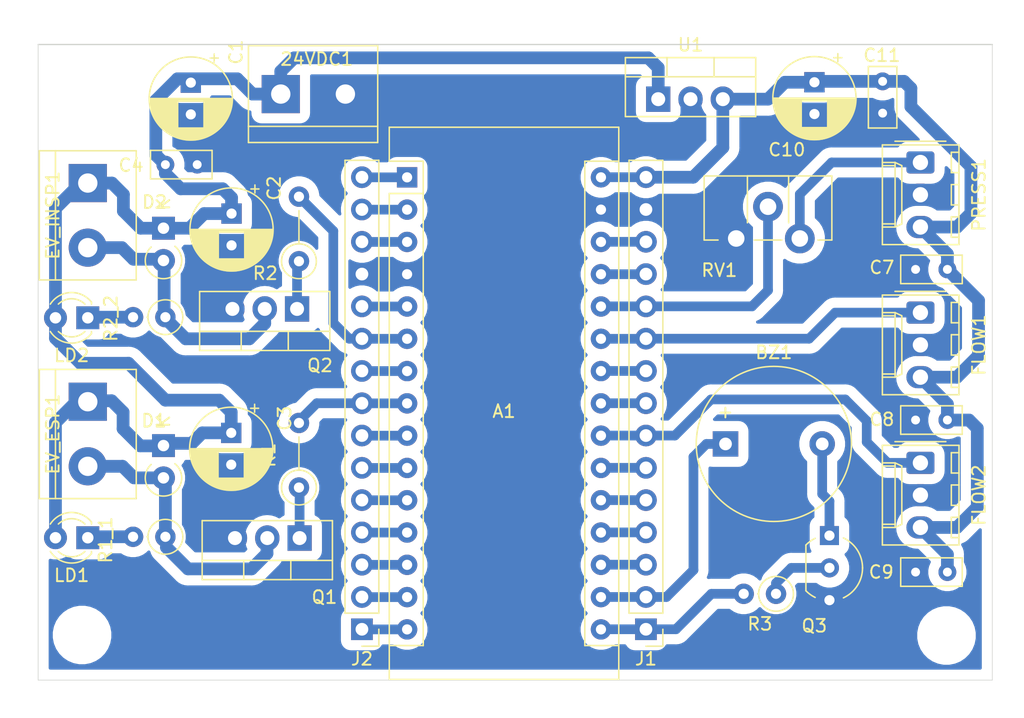
<source format=kicad_pcb>
(kicad_pcb (version 20171130) (host pcbnew "(5.1.5-0)")

  (general
    (thickness 1.6)
    (drawings 4)
    (tracks 203)
    (zones 0)
    (modules 37)
    (nets 39)
  )

  (page A4)
  (layers
    (0 F.Cu signal)
    (31 B.Cu signal)
    (32 B.Adhes user hide)
    (33 F.Adhes user hide)
    (34 B.Paste user)
    (35 F.Paste user)
    (36 B.SilkS user)
    (37 F.SilkS user)
    (38 B.Mask user)
    (39 F.Mask user)
    (40 Dwgs.User user)
    (41 Cmts.User user)
    (42 Eco1.User user)
    (43 Eco2.User user)
    (44 Edge.Cuts user)
    (45 Margin user)
    (46 B.CrtYd user)
    (47 F.CrtYd user)
    (48 B.Fab user)
    (49 F.Fab user hide)
  )

  (setup
    (last_trace_width 1)
    (user_trace_width 0.3)
    (user_trace_width 0.35)
    (user_trace_width 0.4)
    (user_trace_width 0.5)
    (user_trace_width 0.762)
    (user_trace_width 1)
    (trace_clearance 0.2)
    (zone_clearance 0.8)
    (zone_45_only no)
    (trace_min 0.2)
    (via_size 0.8)
    (via_drill 0.4)
    (via_min_size 0.4)
    (via_min_drill 0.3)
    (user_via 0.64 0.3)
    (user_via 0.74 0.4)
    (user_via 0.84 0.5)
    (uvia_size 0.3)
    (uvia_drill 0.1)
    (uvias_allowed no)
    (uvia_min_size 0.2)
    (uvia_min_drill 0.1)
    (edge_width 0.1)
    (segment_width 0.15)
    (pcb_text_width 0)
    (pcb_text_size 1.5 1.5)
    (mod_edge_width 0.15)
    (mod_text_size 1 1)
    (mod_text_width 0.15)
    (pad_size 3 3)
    (pad_drill 3)
    (pad_to_mask_clearance 0.051)
    (solder_mask_min_width 0.25)
    (aux_axis_origin 77 115)
    (grid_origin 116.5 77)
    (visible_elements FFFFFF7F)
    (pcbplotparams
      (layerselection 0x010f3_ffffffff)
      (usegerberextensions false)
      (usegerberattributes true)
      (usegerberadvancedattributes false)
      (creategerberjobfile false)
      (excludeedgelayer true)
      (linewidth 0.100000)
      (plotframeref false)
      (viasonmask false)
      (mode 1)
      (useauxorigin true)
      (hpglpennumber 1)
      (hpglpenspeed 20)
      (hpglpendiameter 15.000000)
      (psnegative false)
      (psa4output false)
      (plotreference true)
      (plotvalue true)
      (plotinvisibletext false)
      (padsonsilk false)
      (subtractmaskfromsilk false)
      (outputformat 1)
      (mirror false)
      (drillshape 0)
      (scaleselection 1)
      (outputdirectory "gerber/"))
  )

  (net 0 "")
  (net 1 "Net-(D1-Pad2)")
  (net 2 +24V)
  (net 3 "Net-(LD1-Pad1)")
  (net 4 "Net-(Q1-Pad1)")
  (net 5 "Net-(D2-Pad2)")
  (net 6 "Net-(LD2-Pad1)")
  (net 7 "Net-(Q2-Pad1)")
  (net 8 /D0)
  (net 9 /D6)
  (net 10 /D4)
  (net 11 /D2)
  (net 12 /D1)
  (net 13 /RST)
  (net 14 /A5)
  (net 15 /A4)
  (net 16 /AREF)
  (net 17 /3V3)
  (net 18 /D13)
  (net 19 /D12)
  (net 20 /D9)
  (net 21 /D8)
  (net 22 /D7)
  (net 23 "Net-(Q3-Pad2)")
  (net 24 GND)
  (net 25 /D11)
  (net 26 /D10)
  (net 27 D5)
  (net 28 D3)
  (net 29 /A2)
  (net 30 A3)
  (net 31 +12V)
  (net 32 /+5V)
  (net 33 A7)
  (net 34 A6)
  (net 35 /A1)
  (net 36 /A0)
  (net 37 "Net-(PRESS1-Pad1)")
  (net 38 "Net-(BZ1-Pad2)")

  (net_class Default "Esta es la clase de red por defecto."
    (clearance 0.2)
    (trace_width 0.25)
    (via_dia 0.8)
    (via_drill 0.4)
    (uvia_dia 0.3)
    (uvia_drill 0.1)
    (add_net +12V)
    (add_net +24V)
    (add_net /+5V)
    (add_net /3V3)
    (add_net /A0)
    (add_net /A1)
    (add_net /A2)
    (add_net /A4)
    (add_net /A5)
    (add_net /AREF)
    (add_net /D0)
    (add_net /D1)
    (add_net /D10)
    (add_net /D11)
    (add_net /D12)
    (add_net /D13)
    (add_net /D2)
    (add_net /D4)
    (add_net /D6)
    (add_net /D7)
    (add_net /D8)
    (add_net /D9)
    (add_net /RST)
    (add_net A3)
    (add_net A6)
    (add_net A7)
    (add_net D3)
    (add_net D5)
    (add_net GND)
    (add_net "Net-(BZ1-Pad2)")
    (add_net "Net-(D1-Pad2)")
    (add_net "Net-(D2-Pad2)")
    (add_net "Net-(LD1-Pad1)")
    (add_net "Net-(LD2-Pad1)")
    (add_net "Net-(PRESS1-Pad1)")
    (add_net "Net-(Q1-Pad1)")
    (add_net "Net-(Q2-Pad1)")
    (add_net "Net-(Q3-Pad2)")
  )

  (module Capacitor_THT:CP_Radial_D6.3mm_P2.50mm (layer F.Cu) (tedit 5AE50EF0) (tstamp 5E7BB512)
    (at 138.02 67.97 270)
    (descr "CP, Radial series, Radial, pin pitch=2.50mm, , diameter=6.3mm, Electrolytic Capacitor")
    (tags "CP Radial series Radial pin pitch 2.50mm  diameter 6.3mm Electrolytic Capacitor")
    (path /5EA968F0)
    (fp_text reference C10 (at 5.31 2.17 180) (layer F.SilkS)
      (effects (font (size 1 1) (thickness 0.15)))
    )
    (fp_text value 33uf/63V (at 1.25 4.4 90) (layer F.Fab)
      (effects (font (size 1 1) (thickness 0.15)))
    )
    (fp_text user %R (at 1.25 0 90) (layer F.Fab)
      (effects (font (size 1 1) (thickness 0.15)))
    )
    (fp_line (start -1.935241 -2.154) (end -1.935241 -1.524) (layer F.SilkS) (width 0.12))
    (fp_line (start -2.250241 -1.839) (end -1.620241 -1.839) (layer F.SilkS) (width 0.12))
    (fp_line (start 4.491 -0.402) (end 4.491 0.402) (layer F.SilkS) (width 0.12))
    (fp_line (start 4.451 -0.633) (end 4.451 0.633) (layer F.SilkS) (width 0.12))
    (fp_line (start 4.411 -0.802) (end 4.411 0.802) (layer F.SilkS) (width 0.12))
    (fp_line (start 4.371 -0.94) (end 4.371 0.94) (layer F.SilkS) (width 0.12))
    (fp_line (start 4.331 -1.059) (end 4.331 1.059) (layer F.SilkS) (width 0.12))
    (fp_line (start 4.291 -1.165) (end 4.291 1.165) (layer F.SilkS) (width 0.12))
    (fp_line (start 4.251 -1.262) (end 4.251 1.262) (layer F.SilkS) (width 0.12))
    (fp_line (start 4.211 -1.35) (end 4.211 1.35) (layer F.SilkS) (width 0.12))
    (fp_line (start 4.171 -1.432) (end 4.171 1.432) (layer F.SilkS) (width 0.12))
    (fp_line (start 4.131 -1.509) (end 4.131 1.509) (layer F.SilkS) (width 0.12))
    (fp_line (start 4.091 -1.581) (end 4.091 1.581) (layer F.SilkS) (width 0.12))
    (fp_line (start 4.051 -1.65) (end 4.051 1.65) (layer F.SilkS) (width 0.12))
    (fp_line (start 4.011 -1.714) (end 4.011 1.714) (layer F.SilkS) (width 0.12))
    (fp_line (start 3.971 -1.776) (end 3.971 1.776) (layer F.SilkS) (width 0.12))
    (fp_line (start 3.931 -1.834) (end 3.931 1.834) (layer F.SilkS) (width 0.12))
    (fp_line (start 3.891 -1.89) (end 3.891 1.89) (layer F.SilkS) (width 0.12))
    (fp_line (start 3.851 -1.944) (end 3.851 1.944) (layer F.SilkS) (width 0.12))
    (fp_line (start 3.811 -1.995) (end 3.811 1.995) (layer F.SilkS) (width 0.12))
    (fp_line (start 3.771 -2.044) (end 3.771 2.044) (layer F.SilkS) (width 0.12))
    (fp_line (start 3.731 -2.092) (end 3.731 2.092) (layer F.SilkS) (width 0.12))
    (fp_line (start 3.691 -2.137) (end 3.691 2.137) (layer F.SilkS) (width 0.12))
    (fp_line (start 3.651 -2.182) (end 3.651 2.182) (layer F.SilkS) (width 0.12))
    (fp_line (start 3.611 -2.224) (end 3.611 2.224) (layer F.SilkS) (width 0.12))
    (fp_line (start 3.571 -2.265) (end 3.571 2.265) (layer F.SilkS) (width 0.12))
    (fp_line (start 3.531 1.04) (end 3.531 2.305) (layer F.SilkS) (width 0.12))
    (fp_line (start 3.531 -2.305) (end 3.531 -1.04) (layer F.SilkS) (width 0.12))
    (fp_line (start 3.491 1.04) (end 3.491 2.343) (layer F.SilkS) (width 0.12))
    (fp_line (start 3.491 -2.343) (end 3.491 -1.04) (layer F.SilkS) (width 0.12))
    (fp_line (start 3.451 1.04) (end 3.451 2.38) (layer F.SilkS) (width 0.12))
    (fp_line (start 3.451 -2.38) (end 3.451 -1.04) (layer F.SilkS) (width 0.12))
    (fp_line (start 3.411 1.04) (end 3.411 2.416) (layer F.SilkS) (width 0.12))
    (fp_line (start 3.411 -2.416) (end 3.411 -1.04) (layer F.SilkS) (width 0.12))
    (fp_line (start 3.371 1.04) (end 3.371 2.45) (layer F.SilkS) (width 0.12))
    (fp_line (start 3.371 -2.45) (end 3.371 -1.04) (layer F.SilkS) (width 0.12))
    (fp_line (start 3.331 1.04) (end 3.331 2.484) (layer F.SilkS) (width 0.12))
    (fp_line (start 3.331 -2.484) (end 3.331 -1.04) (layer F.SilkS) (width 0.12))
    (fp_line (start 3.291 1.04) (end 3.291 2.516) (layer F.SilkS) (width 0.12))
    (fp_line (start 3.291 -2.516) (end 3.291 -1.04) (layer F.SilkS) (width 0.12))
    (fp_line (start 3.251 1.04) (end 3.251 2.548) (layer F.SilkS) (width 0.12))
    (fp_line (start 3.251 -2.548) (end 3.251 -1.04) (layer F.SilkS) (width 0.12))
    (fp_line (start 3.211 1.04) (end 3.211 2.578) (layer F.SilkS) (width 0.12))
    (fp_line (start 3.211 -2.578) (end 3.211 -1.04) (layer F.SilkS) (width 0.12))
    (fp_line (start 3.171 1.04) (end 3.171 2.607) (layer F.SilkS) (width 0.12))
    (fp_line (start 3.171 -2.607) (end 3.171 -1.04) (layer F.SilkS) (width 0.12))
    (fp_line (start 3.131 1.04) (end 3.131 2.636) (layer F.SilkS) (width 0.12))
    (fp_line (start 3.131 -2.636) (end 3.131 -1.04) (layer F.SilkS) (width 0.12))
    (fp_line (start 3.091 1.04) (end 3.091 2.664) (layer F.SilkS) (width 0.12))
    (fp_line (start 3.091 -2.664) (end 3.091 -1.04) (layer F.SilkS) (width 0.12))
    (fp_line (start 3.051 1.04) (end 3.051 2.69) (layer F.SilkS) (width 0.12))
    (fp_line (start 3.051 -2.69) (end 3.051 -1.04) (layer F.SilkS) (width 0.12))
    (fp_line (start 3.011 1.04) (end 3.011 2.716) (layer F.SilkS) (width 0.12))
    (fp_line (start 3.011 -2.716) (end 3.011 -1.04) (layer F.SilkS) (width 0.12))
    (fp_line (start 2.971 1.04) (end 2.971 2.742) (layer F.SilkS) (width 0.12))
    (fp_line (start 2.971 -2.742) (end 2.971 -1.04) (layer F.SilkS) (width 0.12))
    (fp_line (start 2.931 1.04) (end 2.931 2.766) (layer F.SilkS) (width 0.12))
    (fp_line (start 2.931 -2.766) (end 2.931 -1.04) (layer F.SilkS) (width 0.12))
    (fp_line (start 2.891 1.04) (end 2.891 2.79) (layer F.SilkS) (width 0.12))
    (fp_line (start 2.891 -2.79) (end 2.891 -1.04) (layer F.SilkS) (width 0.12))
    (fp_line (start 2.851 1.04) (end 2.851 2.812) (layer F.SilkS) (width 0.12))
    (fp_line (start 2.851 -2.812) (end 2.851 -1.04) (layer F.SilkS) (width 0.12))
    (fp_line (start 2.811 1.04) (end 2.811 2.834) (layer F.SilkS) (width 0.12))
    (fp_line (start 2.811 -2.834) (end 2.811 -1.04) (layer F.SilkS) (width 0.12))
    (fp_line (start 2.771 1.04) (end 2.771 2.856) (layer F.SilkS) (width 0.12))
    (fp_line (start 2.771 -2.856) (end 2.771 -1.04) (layer F.SilkS) (width 0.12))
    (fp_line (start 2.731 1.04) (end 2.731 2.876) (layer F.SilkS) (width 0.12))
    (fp_line (start 2.731 -2.876) (end 2.731 -1.04) (layer F.SilkS) (width 0.12))
    (fp_line (start 2.691 1.04) (end 2.691 2.896) (layer F.SilkS) (width 0.12))
    (fp_line (start 2.691 -2.896) (end 2.691 -1.04) (layer F.SilkS) (width 0.12))
    (fp_line (start 2.651 1.04) (end 2.651 2.916) (layer F.SilkS) (width 0.12))
    (fp_line (start 2.651 -2.916) (end 2.651 -1.04) (layer F.SilkS) (width 0.12))
    (fp_line (start 2.611 1.04) (end 2.611 2.934) (layer F.SilkS) (width 0.12))
    (fp_line (start 2.611 -2.934) (end 2.611 -1.04) (layer F.SilkS) (width 0.12))
    (fp_line (start 2.571 1.04) (end 2.571 2.952) (layer F.SilkS) (width 0.12))
    (fp_line (start 2.571 -2.952) (end 2.571 -1.04) (layer F.SilkS) (width 0.12))
    (fp_line (start 2.531 1.04) (end 2.531 2.97) (layer F.SilkS) (width 0.12))
    (fp_line (start 2.531 -2.97) (end 2.531 -1.04) (layer F.SilkS) (width 0.12))
    (fp_line (start 2.491 1.04) (end 2.491 2.986) (layer F.SilkS) (width 0.12))
    (fp_line (start 2.491 -2.986) (end 2.491 -1.04) (layer F.SilkS) (width 0.12))
    (fp_line (start 2.451 1.04) (end 2.451 3.002) (layer F.SilkS) (width 0.12))
    (fp_line (start 2.451 -3.002) (end 2.451 -1.04) (layer F.SilkS) (width 0.12))
    (fp_line (start 2.411 1.04) (end 2.411 3.018) (layer F.SilkS) (width 0.12))
    (fp_line (start 2.411 -3.018) (end 2.411 -1.04) (layer F.SilkS) (width 0.12))
    (fp_line (start 2.371 1.04) (end 2.371 3.033) (layer F.SilkS) (width 0.12))
    (fp_line (start 2.371 -3.033) (end 2.371 -1.04) (layer F.SilkS) (width 0.12))
    (fp_line (start 2.331 1.04) (end 2.331 3.047) (layer F.SilkS) (width 0.12))
    (fp_line (start 2.331 -3.047) (end 2.331 -1.04) (layer F.SilkS) (width 0.12))
    (fp_line (start 2.291 1.04) (end 2.291 3.061) (layer F.SilkS) (width 0.12))
    (fp_line (start 2.291 -3.061) (end 2.291 -1.04) (layer F.SilkS) (width 0.12))
    (fp_line (start 2.251 1.04) (end 2.251 3.074) (layer F.SilkS) (width 0.12))
    (fp_line (start 2.251 -3.074) (end 2.251 -1.04) (layer F.SilkS) (width 0.12))
    (fp_line (start 2.211 1.04) (end 2.211 3.086) (layer F.SilkS) (width 0.12))
    (fp_line (start 2.211 -3.086) (end 2.211 -1.04) (layer F.SilkS) (width 0.12))
    (fp_line (start 2.171 1.04) (end 2.171 3.098) (layer F.SilkS) (width 0.12))
    (fp_line (start 2.171 -3.098) (end 2.171 -1.04) (layer F.SilkS) (width 0.12))
    (fp_line (start 2.131 1.04) (end 2.131 3.11) (layer F.SilkS) (width 0.12))
    (fp_line (start 2.131 -3.11) (end 2.131 -1.04) (layer F.SilkS) (width 0.12))
    (fp_line (start 2.091 1.04) (end 2.091 3.121) (layer F.SilkS) (width 0.12))
    (fp_line (start 2.091 -3.121) (end 2.091 -1.04) (layer F.SilkS) (width 0.12))
    (fp_line (start 2.051 1.04) (end 2.051 3.131) (layer F.SilkS) (width 0.12))
    (fp_line (start 2.051 -3.131) (end 2.051 -1.04) (layer F.SilkS) (width 0.12))
    (fp_line (start 2.011 1.04) (end 2.011 3.141) (layer F.SilkS) (width 0.12))
    (fp_line (start 2.011 -3.141) (end 2.011 -1.04) (layer F.SilkS) (width 0.12))
    (fp_line (start 1.971 1.04) (end 1.971 3.15) (layer F.SilkS) (width 0.12))
    (fp_line (start 1.971 -3.15) (end 1.971 -1.04) (layer F.SilkS) (width 0.12))
    (fp_line (start 1.93 1.04) (end 1.93 3.159) (layer F.SilkS) (width 0.12))
    (fp_line (start 1.93 -3.159) (end 1.93 -1.04) (layer F.SilkS) (width 0.12))
    (fp_line (start 1.89 1.04) (end 1.89 3.167) (layer F.SilkS) (width 0.12))
    (fp_line (start 1.89 -3.167) (end 1.89 -1.04) (layer F.SilkS) (width 0.12))
    (fp_line (start 1.85 1.04) (end 1.85 3.175) (layer F.SilkS) (width 0.12))
    (fp_line (start 1.85 -3.175) (end 1.85 -1.04) (layer F.SilkS) (width 0.12))
    (fp_line (start 1.81 1.04) (end 1.81 3.182) (layer F.SilkS) (width 0.12))
    (fp_line (start 1.81 -3.182) (end 1.81 -1.04) (layer F.SilkS) (width 0.12))
    (fp_line (start 1.77 1.04) (end 1.77 3.189) (layer F.SilkS) (width 0.12))
    (fp_line (start 1.77 -3.189) (end 1.77 -1.04) (layer F.SilkS) (width 0.12))
    (fp_line (start 1.73 1.04) (end 1.73 3.195) (layer F.SilkS) (width 0.12))
    (fp_line (start 1.73 -3.195) (end 1.73 -1.04) (layer F.SilkS) (width 0.12))
    (fp_line (start 1.69 1.04) (end 1.69 3.201) (layer F.SilkS) (width 0.12))
    (fp_line (start 1.69 -3.201) (end 1.69 -1.04) (layer F.SilkS) (width 0.12))
    (fp_line (start 1.65 1.04) (end 1.65 3.206) (layer F.SilkS) (width 0.12))
    (fp_line (start 1.65 -3.206) (end 1.65 -1.04) (layer F.SilkS) (width 0.12))
    (fp_line (start 1.61 1.04) (end 1.61 3.211) (layer F.SilkS) (width 0.12))
    (fp_line (start 1.61 -3.211) (end 1.61 -1.04) (layer F.SilkS) (width 0.12))
    (fp_line (start 1.57 1.04) (end 1.57 3.215) (layer F.SilkS) (width 0.12))
    (fp_line (start 1.57 -3.215) (end 1.57 -1.04) (layer F.SilkS) (width 0.12))
    (fp_line (start 1.53 1.04) (end 1.53 3.218) (layer F.SilkS) (width 0.12))
    (fp_line (start 1.53 -3.218) (end 1.53 -1.04) (layer F.SilkS) (width 0.12))
    (fp_line (start 1.49 1.04) (end 1.49 3.222) (layer F.SilkS) (width 0.12))
    (fp_line (start 1.49 -3.222) (end 1.49 -1.04) (layer F.SilkS) (width 0.12))
    (fp_line (start 1.45 -3.224) (end 1.45 3.224) (layer F.SilkS) (width 0.12))
    (fp_line (start 1.41 -3.227) (end 1.41 3.227) (layer F.SilkS) (width 0.12))
    (fp_line (start 1.37 -3.228) (end 1.37 3.228) (layer F.SilkS) (width 0.12))
    (fp_line (start 1.33 -3.23) (end 1.33 3.23) (layer F.SilkS) (width 0.12))
    (fp_line (start 1.29 -3.23) (end 1.29 3.23) (layer F.SilkS) (width 0.12))
    (fp_line (start 1.25 -3.23) (end 1.25 3.23) (layer F.SilkS) (width 0.12))
    (fp_line (start -1.128972 -1.6885) (end -1.128972 -1.0585) (layer F.Fab) (width 0.1))
    (fp_line (start -1.443972 -1.3735) (end -0.813972 -1.3735) (layer F.Fab) (width 0.1))
    (fp_circle (center 1.25 0) (end 4.65 0) (layer F.CrtYd) (width 0.05))
    (fp_circle (center 1.25 0) (end 4.52 0) (layer F.SilkS) (width 0.12))
    (fp_circle (center 1.25 0) (end 4.4 0) (layer F.Fab) (width 0.1))
    (pad 2 thru_hole circle (at 2.5 0 270) (size 1.6 1.6) (drill 0.8) (layers *.Cu *.Mask)
      (net 24 GND))
    (pad 1 thru_hole rect (at 0 0 270) (size 1.6 1.6) (drill 0.8) (layers *.Cu *.Mask)
      (net 31 +12V))
    (model ${KISYS3DMOD}/Capacitor_THT.3dshapes/CP_Radial_D6.3mm_P2.50mm.wrl
      (at (xyz 0 0 0))
      (scale (xyz 1 1 1))
      (rotate (xyz 0 0 0))
    )
  )

  (module Capacitor_THT:C_Rect_L4.6mm_W2.0mm_P2.50mm_MKS02_FKP02 (layer F.Cu) (tedit 5AE50EF0) (tstamp 5E7BB45B)
    (at 143.38 67.9 270)
    (descr "C, Rect series, Radial, pin pitch=2.50mm, , length*width=4.6*2mm^2, Capacitor, http://www.wima.de/DE/WIMA_MKS_02.pdf")
    (tags "C Rect series Radial pin pitch 2.50mm  length 4.6mm width 2mm Capacitor")
    (path /5EAA659B)
    (fp_text reference C11 (at -2.05 0.06 180) (layer F.SilkS)
      (effects (font (size 1 1) (thickness 0.15)))
    )
    (fp_text value 100nF (at 1.25 2.25 90) (layer F.Fab)
      (effects (font (size 1 1) (thickness 0.15)))
    )
    (fp_text user %R (at 1.25 0 90) (layer F.Fab)
      (effects (font (size 0.92 0.92) (thickness 0.138)))
    )
    (fp_line (start 3.8 -1.25) (end -1.3 -1.25) (layer F.CrtYd) (width 0.05))
    (fp_line (start 3.8 1.25) (end 3.8 -1.25) (layer F.CrtYd) (width 0.05))
    (fp_line (start -1.3 1.25) (end 3.8 1.25) (layer F.CrtYd) (width 0.05))
    (fp_line (start -1.3 -1.25) (end -1.3 1.25) (layer F.CrtYd) (width 0.05))
    (fp_line (start 3.67 -1.12) (end 3.67 1.12) (layer F.SilkS) (width 0.12))
    (fp_line (start -1.17 -1.12) (end -1.17 1.12) (layer F.SilkS) (width 0.12))
    (fp_line (start -1.17 1.12) (end 3.67 1.12) (layer F.SilkS) (width 0.12))
    (fp_line (start -1.17 -1.12) (end 3.67 -1.12) (layer F.SilkS) (width 0.12))
    (fp_line (start 3.55 -1) (end -1.05 -1) (layer F.Fab) (width 0.1))
    (fp_line (start 3.55 1) (end 3.55 -1) (layer F.Fab) (width 0.1))
    (fp_line (start -1.05 1) (end 3.55 1) (layer F.Fab) (width 0.1))
    (fp_line (start -1.05 -1) (end -1.05 1) (layer F.Fab) (width 0.1))
    (pad 2 thru_hole circle (at 2.5 0 270) (size 1.4 1.4) (drill 0.7) (layers *.Cu *.Mask)
      (net 24 GND))
    (pad 1 thru_hole circle (at 0 0 270) (size 1.4 1.4) (drill 0.7) (layers *.Cu *.Mask)
      (net 31 +12V))
    (model ${KISYS3DMOD}/Capacitor_THT.3dshapes/C_Rect_L4.6mm_W2.0mm_P2.50mm_MKS02_FKP02.wrl
      (at (xyz 0 0 0))
      (scale (xyz 1 1 1))
      (rotate (xyz 0 0 0))
    )
  )

  (module Capacitor_THT:CP_Radial_D6.3mm_P2.50mm (layer F.Cu) (tedit 5AE50EF0) (tstamp 5E7B2427)
    (at 89 68 270)
    (descr "CP, Radial series, Radial, pin pitch=2.50mm, , diameter=6.3mm, Electrolytic Capacitor")
    (tags "CP Radial series Radial pin pitch 2.50mm  diameter 6.3mm Electrolytic Capacitor")
    (path /5E925E1D)
    (fp_text reference C1 (at -2.4 -3.55 90) (layer F.SilkS)
      (effects (font (size 1 1) (thickness 0.15)))
    )
    (fp_text value 33uf/63V (at 1.25 4.4 90) (layer F.Fab)
      (effects (font (size 1 1) (thickness 0.15)))
    )
    (fp_text user %R (at 1.25 0 90) (layer F.Fab)
      (effects (font (size 1 1) (thickness 0.15)))
    )
    (fp_line (start -1.935241 -2.154) (end -1.935241 -1.524) (layer F.SilkS) (width 0.12))
    (fp_line (start -2.250241 -1.839) (end -1.620241 -1.839) (layer F.SilkS) (width 0.12))
    (fp_line (start 4.491 -0.402) (end 4.491 0.402) (layer F.SilkS) (width 0.12))
    (fp_line (start 4.451 -0.633) (end 4.451 0.633) (layer F.SilkS) (width 0.12))
    (fp_line (start 4.411 -0.802) (end 4.411 0.802) (layer F.SilkS) (width 0.12))
    (fp_line (start 4.371 -0.94) (end 4.371 0.94) (layer F.SilkS) (width 0.12))
    (fp_line (start 4.331 -1.059) (end 4.331 1.059) (layer F.SilkS) (width 0.12))
    (fp_line (start 4.291 -1.165) (end 4.291 1.165) (layer F.SilkS) (width 0.12))
    (fp_line (start 4.251 -1.262) (end 4.251 1.262) (layer F.SilkS) (width 0.12))
    (fp_line (start 4.211 -1.35) (end 4.211 1.35) (layer F.SilkS) (width 0.12))
    (fp_line (start 4.171 -1.432) (end 4.171 1.432) (layer F.SilkS) (width 0.12))
    (fp_line (start 4.131 -1.509) (end 4.131 1.509) (layer F.SilkS) (width 0.12))
    (fp_line (start 4.091 -1.581) (end 4.091 1.581) (layer F.SilkS) (width 0.12))
    (fp_line (start 4.051 -1.65) (end 4.051 1.65) (layer F.SilkS) (width 0.12))
    (fp_line (start 4.011 -1.714) (end 4.011 1.714) (layer F.SilkS) (width 0.12))
    (fp_line (start 3.971 -1.776) (end 3.971 1.776) (layer F.SilkS) (width 0.12))
    (fp_line (start 3.931 -1.834) (end 3.931 1.834) (layer F.SilkS) (width 0.12))
    (fp_line (start 3.891 -1.89) (end 3.891 1.89) (layer F.SilkS) (width 0.12))
    (fp_line (start 3.851 -1.944) (end 3.851 1.944) (layer F.SilkS) (width 0.12))
    (fp_line (start 3.811 -1.995) (end 3.811 1.995) (layer F.SilkS) (width 0.12))
    (fp_line (start 3.771 -2.044) (end 3.771 2.044) (layer F.SilkS) (width 0.12))
    (fp_line (start 3.731 -2.092) (end 3.731 2.092) (layer F.SilkS) (width 0.12))
    (fp_line (start 3.691 -2.137) (end 3.691 2.137) (layer F.SilkS) (width 0.12))
    (fp_line (start 3.651 -2.182) (end 3.651 2.182) (layer F.SilkS) (width 0.12))
    (fp_line (start 3.611 -2.224) (end 3.611 2.224) (layer F.SilkS) (width 0.12))
    (fp_line (start 3.571 -2.265) (end 3.571 2.265) (layer F.SilkS) (width 0.12))
    (fp_line (start 3.531 1.04) (end 3.531 2.305) (layer F.SilkS) (width 0.12))
    (fp_line (start 3.531 -2.305) (end 3.531 -1.04) (layer F.SilkS) (width 0.12))
    (fp_line (start 3.491 1.04) (end 3.491 2.343) (layer F.SilkS) (width 0.12))
    (fp_line (start 3.491 -2.343) (end 3.491 -1.04) (layer F.SilkS) (width 0.12))
    (fp_line (start 3.451 1.04) (end 3.451 2.38) (layer F.SilkS) (width 0.12))
    (fp_line (start 3.451 -2.38) (end 3.451 -1.04) (layer F.SilkS) (width 0.12))
    (fp_line (start 3.411 1.04) (end 3.411 2.416) (layer F.SilkS) (width 0.12))
    (fp_line (start 3.411 -2.416) (end 3.411 -1.04) (layer F.SilkS) (width 0.12))
    (fp_line (start 3.371 1.04) (end 3.371 2.45) (layer F.SilkS) (width 0.12))
    (fp_line (start 3.371 -2.45) (end 3.371 -1.04) (layer F.SilkS) (width 0.12))
    (fp_line (start 3.331 1.04) (end 3.331 2.484) (layer F.SilkS) (width 0.12))
    (fp_line (start 3.331 -2.484) (end 3.331 -1.04) (layer F.SilkS) (width 0.12))
    (fp_line (start 3.291 1.04) (end 3.291 2.516) (layer F.SilkS) (width 0.12))
    (fp_line (start 3.291 -2.516) (end 3.291 -1.04) (layer F.SilkS) (width 0.12))
    (fp_line (start 3.251 1.04) (end 3.251 2.548) (layer F.SilkS) (width 0.12))
    (fp_line (start 3.251 -2.548) (end 3.251 -1.04) (layer F.SilkS) (width 0.12))
    (fp_line (start 3.211 1.04) (end 3.211 2.578) (layer F.SilkS) (width 0.12))
    (fp_line (start 3.211 -2.578) (end 3.211 -1.04) (layer F.SilkS) (width 0.12))
    (fp_line (start 3.171 1.04) (end 3.171 2.607) (layer F.SilkS) (width 0.12))
    (fp_line (start 3.171 -2.607) (end 3.171 -1.04) (layer F.SilkS) (width 0.12))
    (fp_line (start 3.131 1.04) (end 3.131 2.636) (layer F.SilkS) (width 0.12))
    (fp_line (start 3.131 -2.636) (end 3.131 -1.04) (layer F.SilkS) (width 0.12))
    (fp_line (start 3.091 1.04) (end 3.091 2.664) (layer F.SilkS) (width 0.12))
    (fp_line (start 3.091 -2.664) (end 3.091 -1.04) (layer F.SilkS) (width 0.12))
    (fp_line (start 3.051 1.04) (end 3.051 2.69) (layer F.SilkS) (width 0.12))
    (fp_line (start 3.051 -2.69) (end 3.051 -1.04) (layer F.SilkS) (width 0.12))
    (fp_line (start 3.011 1.04) (end 3.011 2.716) (layer F.SilkS) (width 0.12))
    (fp_line (start 3.011 -2.716) (end 3.011 -1.04) (layer F.SilkS) (width 0.12))
    (fp_line (start 2.971 1.04) (end 2.971 2.742) (layer F.SilkS) (width 0.12))
    (fp_line (start 2.971 -2.742) (end 2.971 -1.04) (layer F.SilkS) (width 0.12))
    (fp_line (start 2.931 1.04) (end 2.931 2.766) (layer F.SilkS) (width 0.12))
    (fp_line (start 2.931 -2.766) (end 2.931 -1.04) (layer F.SilkS) (width 0.12))
    (fp_line (start 2.891 1.04) (end 2.891 2.79) (layer F.SilkS) (width 0.12))
    (fp_line (start 2.891 -2.79) (end 2.891 -1.04) (layer F.SilkS) (width 0.12))
    (fp_line (start 2.851 1.04) (end 2.851 2.812) (layer F.SilkS) (width 0.12))
    (fp_line (start 2.851 -2.812) (end 2.851 -1.04) (layer F.SilkS) (width 0.12))
    (fp_line (start 2.811 1.04) (end 2.811 2.834) (layer F.SilkS) (width 0.12))
    (fp_line (start 2.811 -2.834) (end 2.811 -1.04) (layer F.SilkS) (width 0.12))
    (fp_line (start 2.771 1.04) (end 2.771 2.856) (layer F.SilkS) (width 0.12))
    (fp_line (start 2.771 -2.856) (end 2.771 -1.04) (layer F.SilkS) (width 0.12))
    (fp_line (start 2.731 1.04) (end 2.731 2.876) (layer F.SilkS) (width 0.12))
    (fp_line (start 2.731 -2.876) (end 2.731 -1.04) (layer F.SilkS) (width 0.12))
    (fp_line (start 2.691 1.04) (end 2.691 2.896) (layer F.SilkS) (width 0.12))
    (fp_line (start 2.691 -2.896) (end 2.691 -1.04) (layer F.SilkS) (width 0.12))
    (fp_line (start 2.651 1.04) (end 2.651 2.916) (layer F.SilkS) (width 0.12))
    (fp_line (start 2.651 -2.916) (end 2.651 -1.04) (layer F.SilkS) (width 0.12))
    (fp_line (start 2.611 1.04) (end 2.611 2.934) (layer F.SilkS) (width 0.12))
    (fp_line (start 2.611 -2.934) (end 2.611 -1.04) (layer F.SilkS) (width 0.12))
    (fp_line (start 2.571 1.04) (end 2.571 2.952) (layer F.SilkS) (width 0.12))
    (fp_line (start 2.571 -2.952) (end 2.571 -1.04) (layer F.SilkS) (width 0.12))
    (fp_line (start 2.531 1.04) (end 2.531 2.97) (layer F.SilkS) (width 0.12))
    (fp_line (start 2.531 -2.97) (end 2.531 -1.04) (layer F.SilkS) (width 0.12))
    (fp_line (start 2.491 1.04) (end 2.491 2.986) (layer F.SilkS) (width 0.12))
    (fp_line (start 2.491 -2.986) (end 2.491 -1.04) (layer F.SilkS) (width 0.12))
    (fp_line (start 2.451 1.04) (end 2.451 3.002) (layer F.SilkS) (width 0.12))
    (fp_line (start 2.451 -3.002) (end 2.451 -1.04) (layer F.SilkS) (width 0.12))
    (fp_line (start 2.411 1.04) (end 2.411 3.018) (layer F.SilkS) (width 0.12))
    (fp_line (start 2.411 -3.018) (end 2.411 -1.04) (layer F.SilkS) (width 0.12))
    (fp_line (start 2.371 1.04) (end 2.371 3.033) (layer F.SilkS) (width 0.12))
    (fp_line (start 2.371 -3.033) (end 2.371 -1.04) (layer F.SilkS) (width 0.12))
    (fp_line (start 2.331 1.04) (end 2.331 3.047) (layer F.SilkS) (width 0.12))
    (fp_line (start 2.331 -3.047) (end 2.331 -1.04) (layer F.SilkS) (width 0.12))
    (fp_line (start 2.291 1.04) (end 2.291 3.061) (layer F.SilkS) (width 0.12))
    (fp_line (start 2.291 -3.061) (end 2.291 -1.04) (layer F.SilkS) (width 0.12))
    (fp_line (start 2.251 1.04) (end 2.251 3.074) (layer F.SilkS) (width 0.12))
    (fp_line (start 2.251 -3.074) (end 2.251 -1.04) (layer F.SilkS) (width 0.12))
    (fp_line (start 2.211 1.04) (end 2.211 3.086) (layer F.SilkS) (width 0.12))
    (fp_line (start 2.211 -3.086) (end 2.211 -1.04) (layer F.SilkS) (width 0.12))
    (fp_line (start 2.171 1.04) (end 2.171 3.098) (layer F.SilkS) (width 0.12))
    (fp_line (start 2.171 -3.098) (end 2.171 -1.04) (layer F.SilkS) (width 0.12))
    (fp_line (start 2.131 1.04) (end 2.131 3.11) (layer F.SilkS) (width 0.12))
    (fp_line (start 2.131 -3.11) (end 2.131 -1.04) (layer F.SilkS) (width 0.12))
    (fp_line (start 2.091 1.04) (end 2.091 3.121) (layer F.SilkS) (width 0.12))
    (fp_line (start 2.091 -3.121) (end 2.091 -1.04) (layer F.SilkS) (width 0.12))
    (fp_line (start 2.051 1.04) (end 2.051 3.131) (layer F.SilkS) (width 0.12))
    (fp_line (start 2.051 -3.131) (end 2.051 -1.04) (layer F.SilkS) (width 0.12))
    (fp_line (start 2.011 1.04) (end 2.011 3.141) (layer F.SilkS) (width 0.12))
    (fp_line (start 2.011 -3.141) (end 2.011 -1.04) (layer F.SilkS) (width 0.12))
    (fp_line (start 1.971 1.04) (end 1.971 3.15) (layer F.SilkS) (width 0.12))
    (fp_line (start 1.971 -3.15) (end 1.971 -1.04) (layer F.SilkS) (width 0.12))
    (fp_line (start 1.93 1.04) (end 1.93 3.159) (layer F.SilkS) (width 0.12))
    (fp_line (start 1.93 -3.159) (end 1.93 -1.04) (layer F.SilkS) (width 0.12))
    (fp_line (start 1.89 1.04) (end 1.89 3.167) (layer F.SilkS) (width 0.12))
    (fp_line (start 1.89 -3.167) (end 1.89 -1.04) (layer F.SilkS) (width 0.12))
    (fp_line (start 1.85 1.04) (end 1.85 3.175) (layer F.SilkS) (width 0.12))
    (fp_line (start 1.85 -3.175) (end 1.85 -1.04) (layer F.SilkS) (width 0.12))
    (fp_line (start 1.81 1.04) (end 1.81 3.182) (layer F.SilkS) (width 0.12))
    (fp_line (start 1.81 -3.182) (end 1.81 -1.04) (layer F.SilkS) (width 0.12))
    (fp_line (start 1.77 1.04) (end 1.77 3.189) (layer F.SilkS) (width 0.12))
    (fp_line (start 1.77 -3.189) (end 1.77 -1.04) (layer F.SilkS) (width 0.12))
    (fp_line (start 1.73 1.04) (end 1.73 3.195) (layer F.SilkS) (width 0.12))
    (fp_line (start 1.73 -3.195) (end 1.73 -1.04) (layer F.SilkS) (width 0.12))
    (fp_line (start 1.69 1.04) (end 1.69 3.201) (layer F.SilkS) (width 0.12))
    (fp_line (start 1.69 -3.201) (end 1.69 -1.04) (layer F.SilkS) (width 0.12))
    (fp_line (start 1.65 1.04) (end 1.65 3.206) (layer F.SilkS) (width 0.12))
    (fp_line (start 1.65 -3.206) (end 1.65 -1.04) (layer F.SilkS) (width 0.12))
    (fp_line (start 1.61 1.04) (end 1.61 3.211) (layer F.SilkS) (width 0.12))
    (fp_line (start 1.61 -3.211) (end 1.61 -1.04) (layer F.SilkS) (width 0.12))
    (fp_line (start 1.57 1.04) (end 1.57 3.215) (layer F.SilkS) (width 0.12))
    (fp_line (start 1.57 -3.215) (end 1.57 -1.04) (layer F.SilkS) (width 0.12))
    (fp_line (start 1.53 1.04) (end 1.53 3.218) (layer F.SilkS) (width 0.12))
    (fp_line (start 1.53 -3.218) (end 1.53 -1.04) (layer F.SilkS) (width 0.12))
    (fp_line (start 1.49 1.04) (end 1.49 3.222) (layer F.SilkS) (width 0.12))
    (fp_line (start 1.49 -3.222) (end 1.49 -1.04) (layer F.SilkS) (width 0.12))
    (fp_line (start 1.45 -3.224) (end 1.45 3.224) (layer F.SilkS) (width 0.12))
    (fp_line (start 1.41 -3.227) (end 1.41 3.227) (layer F.SilkS) (width 0.12))
    (fp_line (start 1.37 -3.228) (end 1.37 3.228) (layer F.SilkS) (width 0.12))
    (fp_line (start 1.33 -3.23) (end 1.33 3.23) (layer F.SilkS) (width 0.12))
    (fp_line (start 1.29 -3.23) (end 1.29 3.23) (layer F.SilkS) (width 0.12))
    (fp_line (start 1.25 -3.23) (end 1.25 3.23) (layer F.SilkS) (width 0.12))
    (fp_line (start -1.128972 -1.6885) (end -1.128972 -1.0585) (layer F.Fab) (width 0.1))
    (fp_line (start -1.443972 -1.3735) (end -0.813972 -1.3735) (layer F.Fab) (width 0.1))
    (fp_circle (center 1.25 0) (end 4.65 0) (layer F.CrtYd) (width 0.05))
    (fp_circle (center 1.25 0) (end 4.52 0) (layer F.SilkS) (width 0.12))
    (fp_circle (center 1.25 0) (end 4.4 0) (layer F.Fab) (width 0.1))
    (pad 2 thru_hole circle (at 2.5 0 270) (size 1.6 1.6) (drill 0.8) (layers *.Cu *.Mask)
      (net 24 GND))
    (pad 1 thru_hole rect (at 0 0 270) (size 1.6 1.6) (drill 0.8) (layers *.Cu *.Mask)
      (net 2 +24V))
    (model ${KISYS3DMOD}/Capacitor_THT.3dshapes/CP_Radial_D6.3mm_P2.50mm.wrl
      (at (xyz 0 0 0))
      (scale (xyz 1 1 1))
      (rotate (xyz 0 0 0))
    )
  )

  (module Capacitor_THT:C_Rect_L4.6mm_W2.0mm_P2.50mm_MKS02_FKP02 (layer F.Cu) (tedit 5AE50EF0) (tstamp 5E7B255F)
    (at 87 74.45)
    (descr "C, Rect series, Radial, pin pitch=2.50mm, , length*width=4.6*2mm^2, Capacitor, http://www.wima.de/DE/WIMA_MKS_02.pdf")
    (tags "C Rect series Radial pin pitch 2.50mm  length 4.6mm width 2mm Capacitor")
    (path /5E85EE61)
    (fp_text reference C4 (at -2.7 0.05) (layer F.SilkS)
      (effects (font (size 1 1) (thickness 0.15)))
    )
    (fp_text value 100nF (at 1.25 2.25) (layer F.Fab)
      (effects (font (size 1 1) (thickness 0.15)))
    )
    (fp_text user %R (at 1.25 0) (layer F.Fab)
      (effects (font (size 0.92 0.92) (thickness 0.138)))
    )
    (fp_line (start 3.8 -1.25) (end -1.3 -1.25) (layer F.CrtYd) (width 0.05))
    (fp_line (start 3.8 1.25) (end 3.8 -1.25) (layer F.CrtYd) (width 0.05))
    (fp_line (start -1.3 1.25) (end 3.8 1.25) (layer F.CrtYd) (width 0.05))
    (fp_line (start -1.3 -1.25) (end -1.3 1.25) (layer F.CrtYd) (width 0.05))
    (fp_line (start 3.67 -1.12) (end 3.67 1.12) (layer F.SilkS) (width 0.12))
    (fp_line (start -1.17 -1.12) (end -1.17 1.12) (layer F.SilkS) (width 0.12))
    (fp_line (start -1.17 1.12) (end 3.67 1.12) (layer F.SilkS) (width 0.12))
    (fp_line (start -1.17 -1.12) (end 3.67 -1.12) (layer F.SilkS) (width 0.12))
    (fp_line (start 3.55 -1) (end -1.05 -1) (layer F.Fab) (width 0.1))
    (fp_line (start 3.55 1) (end 3.55 -1) (layer F.Fab) (width 0.1))
    (fp_line (start -1.05 1) (end 3.55 1) (layer F.Fab) (width 0.1))
    (fp_line (start -1.05 -1) (end -1.05 1) (layer F.Fab) (width 0.1))
    (pad 2 thru_hole circle (at 2.5 0) (size 1.4 1.4) (drill 0.7) (layers *.Cu *.Mask)
      (net 24 GND))
    (pad 1 thru_hole circle (at 0 0) (size 1.4 1.4) (drill 0.7) (layers *.Cu *.Mask)
      (net 2 +24V))
    (model ${KISYS3DMOD}/Capacitor_THT.3dshapes/C_Rect_L4.6mm_W2.0mm_P2.50mm_MKS02_FKP02.wrl
      (at (xyz 0 0 0))
      (scale (xyz 1 1 1))
      (rotate (xyz 0 0 0))
    )
  )

  (module Package_TO_SOT_THT:TO-220-3_Vertical (layer F.Cu) (tedit 5AC8BA0D) (tstamp 5E7BF9B2)
    (at 125.74 69.3)
    (descr "TO-220-3, Vertical, RM 2.54mm, see https://www.vishay.com/docs/66542/to-220-1.pdf")
    (tags "TO-220-3 Vertical RM 2.54mm")
    (path /5E7C194B)
    (fp_text reference U1 (at 2.54 -4.27) (layer F.SilkS)
      (effects (font (size 1 1) (thickness 0.15)))
    )
    (fp_text value LM7812_TO220 (at 2.54 2.5) (layer F.Fab)
      (effects (font (size 1 1) (thickness 0.15)))
    )
    (fp_text user %R (at 2.54 -4.27) (layer F.Fab)
      (effects (font (size 1 1) (thickness 0.15)))
    )
    (fp_line (start 7.79 -3.4) (end -2.71 -3.4) (layer F.CrtYd) (width 0.05))
    (fp_line (start 7.79 1.51) (end 7.79 -3.4) (layer F.CrtYd) (width 0.05))
    (fp_line (start -2.71 1.51) (end 7.79 1.51) (layer F.CrtYd) (width 0.05))
    (fp_line (start -2.71 -3.4) (end -2.71 1.51) (layer F.CrtYd) (width 0.05))
    (fp_line (start 4.391 -3.27) (end 4.391 -1.76) (layer F.SilkS) (width 0.12))
    (fp_line (start 0.69 -3.27) (end 0.69 -1.76) (layer F.SilkS) (width 0.12))
    (fp_line (start -2.58 -1.76) (end 7.66 -1.76) (layer F.SilkS) (width 0.12))
    (fp_line (start 7.66 -3.27) (end 7.66 1.371) (layer F.SilkS) (width 0.12))
    (fp_line (start -2.58 -3.27) (end -2.58 1.371) (layer F.SilkS) (width 0.12))
    (fp_line (start -2.58 1.371) (end 7.66 1.371) (layer F.SilkS) (width 0.12))
    (fp_line (start -2.58 -3.27) (end 7.66 -3.27) (layer F.SilkS) (width 0.12))
    (fp_line (start 4.39 -3.15) (end 4.39 -1.88) (layer F.Fab) (width 0.1))
    (fp_line (start 0.69 -3.15) (end 0.69 -1.88) (layer F.Fab) (width 0.1))
    (fp_line (start -2.46 -1.88) (end 7.54 -1.88) (layer F.Fab) (width 0.1))
    (fp_line (start 7.54 -3.15) (end -2.46 -3.15) (layer F.Fab) (width 0.1))
    (fp_line (start 7.54 1.25) (end 7.54 -3.15) (layer F.Fab) (width 0.1))
    (fp_line (start -2.46 1.25) (end 7.54 1.25) (layer F.Fab) (width 0.1))
    (fp_line (start -2.46 -3.15) (end -2.46 1.25) (layer F.Fab) (width 0.1))
    (pad 3 thru_hole oval (at 5.08 0) (size 1.905 2) (drill 1.1) (layers *.Cu *.Mask)
      (net 31 +12V))
    (pad 2 thru_hole oval (at 2.54 0) (size 1.905 2) (drill 1.1) (layers *.Cu *.Mask)
      (net 24 GND))
    (pad 1 thru_hole rect (at 0 0) (size 1.905 2) (drill 1.1) (layers *.Cu *.Mask)
      (net 2 +24V))
    (model ${KISYS3DMOD}/Package_TO_SOT_THT.3dshapes/TO-220-3_Vertical.wrl
      (at (xyz 0 0 0))
      (scale (xyz 1 1 1))
      (rotate (xyz 0 0 0))
    )
  )

  (module Resistor_THT:R_Axial_DIN0207_L6.3mm_D2.5mm_P2.54mm_Vertical (layer F.Cu) (tedit 5AE5139B) (tstamp 5E7B8CFA)
    (at 135 108.21 180)
    (descr "Resistor, Axial_DIN0207 series, Axial, Vertical, pin pitch=2.54mm, 0.25W = 1/4W, length*diameter=6.3*2.5mm^2, http://cdn-reichelt.de/documents/datenblatt/B400/1_4W%23YAG.pdf")
    (tags "Resistor Axial_DIN0207 series Axial Vertical pin pitch 2.54mm 0.25W = 1/4W length 6.3mm diameter 2.5mm")
    (path /5E89EE2C)
    (fp_text reference R3 (at 1.27 -2.37) (layer F.SilkS)
      (effects (font (size 1 1) (thickness 0.15)))
    )
    (fp_text value 1K (at 1.27 2.37) (layer F.Fab)
      (effects (font (size 1 1) (thickness 0.15)))
    )
    (fp_text user %R (at 1.27 -2.37) (layer F.Fab)
      (effects (font (size 1 1) (thickness 0.15)))
    )
    (fp_line (start 3.59 -1.5) (end -1.5 -1.5) (layer F.CrtYd) (width 0.05))
    (fp_line (start 3.59 1.5) (end 3.59 -1.5) (layer F.CrtYd) (width 0.05))
    (fp_line (start -1.5 1.5) (end 3.59 1.5) (layer F.CrtYd) (width 0.05))
    (fp_line (start -1.5 -1.5) (end -1.5 1.5) (layer F.CrtYd) (width 0.05))
    (fp_line (start 1.37 0) (end 1.44 0) (layer F.SilkS) (width 0.12))
    (fp_line (start 0 0) (end 2.54 0) (layer F.Fab) (width 0.1))
    (fp_circle (center 0 0) (end 1.37 0) (layer F.SilkS) (width 0.12))
    (fp_circle (center 0 0) (end 1.25 0) (layer F.Fab) (width 0.1))
    (pad 2 thru_hole oval (at 2.54 0 180) (size 1.6 1.6) (drill 0.8) (layers *.Cu *.Mask)
      (net 18 /D13))
    (pad 1 thru_hole circle (at 0 0 180) (size 1.6 1.6) (drill 0.8) (layers *.Cu *.Mask)
      (net 23 "Net-(Q3-Pad2)"))
    (model ${KISYS3DMOD}/Resistor_THT.3dshapes/R_Axial_DIN0207_L6.3mm_D2.5mm_P2.54mm_Vertical.wrl
      (at (xyz 0 0 0))
      (scale (xyz 1 1 1))
      (rotate (xyz 0 0 0))
    )
  )

  (module MountingHole:MountingHole_3mm (layer F.Cu) (tedit 56D1B4CB) (tstamp 5E7B8BB4)
    (at 148.5 68.5)
    (descr "Mounting Hole 3mm, no annular")
    (tags "mounting hole 3mm no annular")
    (attr virtual)
    (fp_text reference REF** (at 0 -4) (layer F.SilkS) hide
      (effects (font (size 1 1) (thickness 0.15)))
    )
    (fp_text value MountingHole_3mm (at 0 4) (layer F.Fab)
      (effects (font (size 1 1) (thickness 0.15)))
    )
    (fp_text user %R (at 0.3 0) (layer F.Fab)
      (effects (font (size 1 1) (thickness 0.15)))
    )
    (fp_circle (center 0 0) (end 3 0) (layer Cmts.User) (width 0.15))
    (fp_circle (center 0 0) (end 3.25 0) (layer F.CrtYd) (width 0.05))
    (pad 1 np_thru_hole circle (at 0 0) (size 3 3) (drill 3) (layers *.Cu *.Mask))
  )

  (module MountingHole:MountingHole_3mm (layer F.Cu) (tedit 56D1B4CB) (tstamp 5E7B8BB4)
    (at 148.4 111.49)
    (descr "Mounting Hole 3mm, no annular")
    (tags "mounting hole 3mm no annular")
    (attr virtual)
    (fp_text reference REF** (at 0 -4) (layer F.SilkS) hide
      (effects (font (size 1 1) (thickness 0.15)))
    )
    (fp_text value MountingHole_3mm (at 0 4) (layer F.Fab)
      (effects (font (size 1 1) (thickness 0.15)))
    )
    (fp_text user %R (at 0.3 0) (layer F.Fab)
      (effects (font (size 1 1) (thickness 0.15)))
    )
    (fp_circle (center 0 0) (end 3 0) (layer Cmts.User) (width 0.15))
    (fp_circle (center 0 0) (end 3.25 0) (layer F.CrtYd) (width 0.05))
    (pad 1 np_thru_hole circle (at 0 0) (size 3 3) (drill 3) (layers *.Cu *.Mask))
  )

  (module MountingHole:MountingHole_3mm (layer F.Cu) (tedit 5E7B2F22) (tstamp 5E7B8BB4)
    (at 80.5 68.5)
    (descr "Mounting Hole 3mm, no annular")
    (tags "mounting hole 3mm no annular")
    (attr virtual)
    (fp_text reference REF** (at 0 -4) (layer F.SilkS) hide
      (effects (font (size 1 1) (thickness 0.15)))
    )
    (fp_text value MountingHole_3mm (at 0 4) (layer F.Fab)
      (effects (font (size 1 1) (thickness 0.15)))
    )
    (fp_text user %R (at 0.3 0) (layer F.Fab)
      (effects (font (size 1 1) (thickness 0.15)))
    )
    (fp_circle (center 0 0) (end 3 0) (layer Cmts.User) (width 0.15))
    (fp_circle (center 0 0) (end 3.25 0) (layer F.CrtYd) (width 0.05))
    (pad "" np_thru_hole circle (at -0.05 -0.1) (size 3 3) (drill 3) (layers *.Cu *.Mask))
  )

  (module MountingHole:MountingHole_3mm (layer F.Cu) (tedit 56D1B4CB) (tstamp 5E7B8B8D)
    (at 80.45 111.45)
    (descr "Mounting Hole 3mm, no annular")
    (tags "mounting hole 3mm no annular")
    (zone_connect 2)
    (fp_text reference REF** (at -13.6 -3.35) (layer F.SilkS) hide
      (effects (font (size 1 1) (thickness 0.15)))
    )
    (fp_text value MountingHole_3mm (at 0 4) (layer F.Fab)
      (effects (font (size 1 1) (thickness 0.15)))
    )
    (fp_circle (center 0 0) (end 3.25 0) (layer F.CrtYd) (width 0.05))
    (fp_circle (center 0 0) (end 3 0) (layer Cmts.User) (width 0.15))
    (fp_text user %R (at 0.3 0) (layer F.Fab)
      (effects (font (size 1 1) (thickness 0.15)))
    )
    (pad 1 np_thru_hole circle (at 0 0) (size 3 3) (drill 3) (layers *.Cu *.Mask)
      (zone_connect 2))
  )

  (module Buzzer_Beeper:Buzzer_12x9.5RM7.6 (layer F.Cu) (tedit 5A030281) (tstamp 5E7BA5AD)
    (at 131.03 96.42)
    (descr "Generic Buzzer, D12mm height 9.5mm with RM7.6mm")
    (tags buzzer)
    (path /5E8155DC)
    (fp_text reference BZ1 (at 3.8 -7.2) (layer F.SilkS)
      (effects (font (size 1 1) (thickness 0.15)))
    )
    (fp_text value Buzzer (at 3.8 7.4) (layer F.Fab)
      (effects (font (size 1 1) (thickness 0.15)))
    )
    (fp_circle (center 3.8 0) (end 9.9 0) (layer F.SilkS) (width 0.12))
    (fp_circle (center 3.8 0) (end 4.8 0) (layer F.Fab) (width 0.1))
    (fp_circle (center 3.8 0) (end 9.8 0) (layer F.Fab) (width 0.1))
    (fp_circle (center 3.8 0) (end 10.05 0) (layer F.CrtYd) (width 0.05))
    (fp_text user %R (at 3.8 -4) (layer F.Fab)
      (effects (font (size 1 1) (thickness 0.15)))
    )
    (fp_text user + (at -0.01 -2.54) (layer F.SilkS)
      (effects (font (size 1 1) (thickness 0.15)))
    )
    (fp_text user + (at -0.01 -2.54) (layer F.Fab)
      (effects (font (size 1 1) (thickness 0.15)))
    )
    (pad 2 thru_hole circle (at 7.6 0) (size 2 2) (drill 1) (layers *.Cu *.Mask)
      (net 38 "Net-(BZ1-Pad2)"))
    (pad 1 thru_hole rect (at 0 0) (size 2 2) (drill 1) (layers *.Cu *.Mask)
      (net 17 /3V3))
    (model ${KISYS3DMOD}/Buzzer_Beeper.3dshapes/Buzzer_12x9.5RM7.6.wrl
      (at (xyz 0 0 0))
      (scale (xyz 1 1 1))
      (rotate (xyz 0 0 0))
    )
  )

  (module Connector_Molex:Molex_KK-254_AE-6410-03A_1x03_P2.54mm_Vertical (layer F.Cu) (tedit 5B78013E) (tstamp 5E7AB7FB)
    (at 146.35 74.28 270)
    (descr "Molex KK-254 Interconnect System, old/engineering part number: AE-6410-03A example for new part number: 22-27-2031, 3 Pins (http://www.molex.com/pdm_docs/sd/022272021_sd.pdf), generated with kicad-footprint-generator")
    (tags "connector Molex KK-254 side entry")
    (path /5EA38DBD)
    (fp_text reference PRESS1 (at 2.55 -4.6 90) (layer F.SilkS)
      (effects (font (size 1 1) (thickness 0.15)))
    )
    (fp_text value CON4 (at 2.54 4.08 90) (layer F.Fab)
      (effects (font (size 1 1) (thickness 0.15)))
    )
    (fp_text user %R (at 2.54 -2.22 90) (layer F.Fab)
      (effects (font (size 1 1) (thickness 0.15)))
    )
    (fp_line (start 6.85 -3.42) (end -1.77 -3.42) (layer F.CrtYd) (width 0.05))
    (fp_line (start 6.85 3.38) (end 6.85 -3.42) (layer F.CrtYd) (width 0.05))
    (fp_line (start -1.77 3.38) (end 6.85 3.38) (layer F.CrtYd) (width 0.05))
    (fp_line (start -1.77 -3.42) (end -1.77 3.38) (layer F.CrtYd) (width 0.05))
    (fp_line (start 5.88 -2.43) (end 5.88 -3.03) (layer F.SilkS) (width 0.12))
    (fp_line (start 4.28 -2.43) (end 5.88 -2.43) (layer F.SilkS) (width 0.12))
    (fp_line (start 4.28 -3.03) (end 4.28 -2.43) (layer F.SilkS) (width 0.12))
    (fp_line (start 3.34 -2.43) (end 3.34 -3.03) (layer F.SilkS) (width 0.12))
    (fp_line (start 1.74 -2.43) (end 3.34 -2.43) (layer F.SilkS) (width 0.12))
    (fp_line (start 1.74 -3.03) (end 1.74 -2.43) (layer F.SilkS) (width 0.12))
    (fp_line (start 0.8 -2.43) (end 0.8 -3.03) (layer F.SilkS) (width 0.12))
    (fp_line (start -0.8 -2.43) (end 0.8 -2.43) (layer F.SilkS) (width 0.12))
    (fp_line (start -0.8 -3.03) (end -0.8 -2.43) (layer F.SilkS) (width 0.12))
    (fp_line (start 4.83 2.99) (end 4.83 1.99) (layer F.SilkS) (width 0.12))
    (fp_line (start 0.25 2.99) (end 0.25 1.99) (layer F.SilkS) (width 0.12))
    (fp_line (start 4.83 1.46) (end 5.08 1.99) (layer F.SilkS) (width 0.12))
    (fp_line (start 0.25 1.46) (end 4.83 1.46) (layer F.SilkS) (width 0.12))
    (fp_line (start 0 1.99) (end 0.25 1.46) (layer F.SilkS) (width 0.12))
    (fp_line (start 5.08 1.99) (end 5.08 2.99) (layer F.SilkS) (width 0.12))
    (fp_line (start 0 1.99) (end 5.08 1.99) (layer F.SilkS) (width 0.12))
    (fp_line (start 0 2.99) (end 0 1.99) (layer F.SilkS) (width 0.12))
    (fp_line (start -0.562893 0) (end -1.27 0.5) (layer F.Fab) (width 0.1))
    (fp_line (start -1.27 -0.5) (end -0.562893 0) (layer F.Fab) (width 0.1))
    (fp_line (start -1.67 -2) (end -1.67 2) (layer F.SilkS) (width 0.12))
    (fp_line (start 6.46 -3.03) (end -1.38 -3.03) (layer F.SilkS) (width 0.12))
    (fp_line (start 6.46 2.99) (end 6.46 -3.03) (layer F.SilkS) (width 0.12))
    (fp_line (start -1.38 2.99) (end 6.46 2.99) (layer F.SilkS) (width 0.12))
    (fp_line (start -1.38 -3.03) (end -1.38 2.99) (layer F.SilkS) (width 0.12))
    (fp_line (start 6.35 -2.92) (end -1.27 -2.92) (layer F.Fab) (width 0.1))
    (fp_line (start 6.35 2.88) (end 6.35 -2.92) (layer F.Fab) (width 0.1))
    (fp_line (start -1.27 2.88) (end 6.35 2.88) (layer F.Fab) (width 0.1))
    (fp_line (start -1.27 -2.92) (end -1.27 2.88) (layer F.Fab) (width 0.1))
    (pad 3 thru_hole oval (at 5.08 0 270) (size 1.74 2.2) (drill 1.2) (layers *.Cu *.Mask)
      (net 31 +12V))
    (pad 2 thru_hole oval (at 2.54 0 270) (size 1.74 2.2) (drill 1.2) (layers *.Cu *.Mask)
      (net 24 GND))
    (pad 1 thru_hole roundrect (at 0 0 270) (size 1.74 2.2) (drill 1.2) (layers *.Cu *.Mask) (roundrect_rratio 0.143678)
      (net 37 "Net-(PRESS1-Pad1)"))
    (model ${KISYS3DMOD}/Connector_Molex.3dshapes/Molex_KK-254_AE-6410-03A_1x03_P2.54mm_Vertical.wrl
      (at (xyz 0 0 0))
      (scale (xyz 1 1 1))
      (rotate (xyz 0 0 0))
    )
  )

  (module Connector_Molex:Molex_KK-254_AE-6410-03A_1x03_P2.54mm_Vertical (layer F.Cu) (tedit 5B78013E) (tstamp 5E7C06F4)
    (at 146.35 97.91 270)
    (descr "Molex KK-254 Interconnect System, old/engineering part number: AE-6410-03A example for new part number: 22-27-2031, 3 Pins (http://www.molex.com/pdm_docs/sd/022272021_sd.pdf), generated with kicad-footprint-generator")
    (tags "connector Molex KK-254 side entry")
    (path /5EA3A6DB)
    (fp_text reference FLOW2 (at 2.54 -4.6 90) (layer F.SilkS)
      (effects (font (size 1 1) (thickness 0.15)))
    )
    (fp_text value CON6 (at 2.54 4.08 90) (layer F.Fab)
      (effects (font (size 1 1) (thickness 0.15)))
    )
    (fp_text user %R (at 2.54 -2.22 90) (layer F.Fab)
      (effects (font (size 1 1) (thickness 0.15)))
    )
    (fp_line (start 6.85 -3.42) (end -1.77 -3.42) (layer F.CrtYd) (width 0.05))
    (fp_line (start 6.85 3.38) (end 6.85 -3.42) (layer F.CrtYd) (width 0.05))
    (fp_line (start -1.77 3.38) (end 6.85 3.38) (layer F.CrtYd) (width 0.05))
    (fp_line (start -1.77 -3.42) (end -1.77 3.38) (layer F.CrtYd) (width 0.05))
    (fp_line (start 5.88 -2.43) (end 5.88 -3.03) (layer F.SilkS) (width 0.12))
    (fp_line (start 4.28 -2.43) (end 5.88 -2.43) (layer F.SilkS) (width 0.12))
    (fp_line (start 4.28 -3.03) (end 4.28 -2.43) (layer F.SilkS) (width 0.12))
    (fp_line (start 3.34 -2.43) (end 3.34 -3.03) (layer F.SilkS) (width 0.12))
    (fp_line (start 1.74 -2.43) (end 3.34 -2.43) (layer F.SilkS) (width 0.12))
    (fp_line (start 1.74 -3.03) (end 1.74 -2.43) (layer F.SilkS) (width 0.12))
    (fp_line (start 0.8 -2.43) (end 0.8 -3.03) (layer F.SilkS) (width 0.12))
    (fp_line (start -0.8 -2.43) (end 0.8 -2.43) (layer F.SilkS) (width 0.12))
    (fp_line (start -0.8 -3.03) (end -0.8 -2.43) (layer F.SilkS) (width 0.12))
    (fp_line (start 4.83 2.99) (end 4.83 1.99) (layer F.SilkS) (width 0.12))
    (fp_line (start 0.25 2.99) (end 0.25 1.99) (layer F.SilkS) (width 0.12))
    (fp_line (start 4.83 1.46) (end 5.08 1.99) (layer F.SilkS) (width 0.12))
    (fp_line (start 0.25 1.46) (end 4.83 1.46) (layer F.SilkS) (width 0.12))
    (fp_line (start 0 1.99) (end 0.25 1.46) (layer F.SilkS) (width 0.12))
    (fp_line (start 5.08 1.99) (end 5.08 2.99) (layer F.SilkS) (width 0.12))
    (fp_line (start 0 1.99) (end 5.08 1.99) (layer F.SilkS) (width 0.12))
    (fp_line (start 0 2.99) (end 0 1.99) (layer F.SilkS) (width 0.12))
    (fp_line (start -0.562893 0) (end -1.27 0.5) (layer F.Fab) (width 0.1))
    (fp_line (start -1.27 -0.5) (end -0.562893 0) (layer F.Fab) (width 0.1))
    (fp_line (start -1.67 -2) (end -1.67 2) (layer F.SilkS) (width 0.12))
    (fp_line (start 6.46 -3.03) (end -1.38 -3.03) (layer F.SilkS) (width 0.12))
    (fp_line (start 6.46 2.99) (end 6.46 -3.03) (layer F.SilkS) (width 0.12))
    (fp_line (start -1.38 2.99) (end 6.46 2.99) (layer F.SilkS) (width 0.12))
    (fp_line (start -1.38 -3.03) (end -1.38 2.99) (layer F.SilkS) (width 0.12))
    (fp_line (start 6.35 -2.92) (end -1.27 -2.92) (layer F.Fab) (width 0.1))
    (fp_line (start 6.35 2.88) (end 6.35 -2.92) (layer F.Fab) (width 0.1))
    (fp_line (start -1.27 2.88) (end 6.35 2.88) (layer F.Fab) (width 0.1))
    (fp_line (start -1.27 -2.92) (end -1.27 2.88) (layer F.Fab) (width 0.1))
    (pad 3 thru_hole oval (at 5.08 0 270) (size 1.74 2.2) (drill 1.2) (layers *.Cu *.Mask)
      (net 31 +12V))
    (pad 2 thru_hole oval (at 2.54 0 270) (size 1.74 2.2) (drill 1.2) (layers *.Cu *.Mask)
      (net 24 GND))
    (pad 1 thru_hole roundrect (at 0 0 270) (size 1.74 2.2) (drill 1.2) (layers *.Cu *.Mask) (roundrect_rratio 0.143678)
      (net 30 A3))
    (model ${KISYS3DMOD}/Connector_Molex.3dshapes/Molex_KK-254_AE-6410-03A_1x03_P2.54mm_Vertical.wrl
      (at (xyz 0 0 0))
      (scale (xyz 1 1 1))
      (rotate (xyz 0 0 0))
    )
  )

  (module Resistor_THT:R_Axial_DIN0207_L6.3mm_D2.5mm_P5.08mm_Vertical (layer F.Cu) (tedit 5AE5139B) (tstamp 5E7B9713)
    (at 97.5 82.05 90)
    (descr "Resistor, Axial_DIN0207 series, Axial, Vertical, pin pitch=5.08mm, 0.25W = 1/4W, length*diameter=6.3*2.5mm^2, http://cdn-reichelt.de/documents/datenblatt/B400/1_4W%23YAG.pdf")
    (tags "Resistor Axial_DIN0207 series Axial Vertical pin pitch 5.08mm 0.25W = 1/4W length 6.3mm diameter 2.5mm")
    (path /5E7B82AE)
    (fp_text reference R2 (at -0.95 -2.65) (layer F.SilkS)
      (effects (font (size 1 1) (thickness 0.15)))
    )
    (fp_text value 1K (at 2.54 2.37 90) (layer F.Fab)
      (effects (font (size 1 1) (thickness 0.15)))
    )
    (fp_text user %R (at 2.54 -2.37 90) (layer F.Fab)
      (effects (font (size 1 1) (thickness 0.15)))
    )
    (fp_line (start 6.13 -1.5) (end -1.5 -1.5) (layer F.CrtYd) (width 0.05))
    (fp_line (start 6.13 1.5) (end 6.13 -1.5) (layer F.CrtYd) (width 0.05))
    (fp_line (start -1.5 1.5) (end 6.13 1.5) (layer F.CrtYd) (width 0.05))
    (fp_line (start -1.5 -1.5) (end -1.5 1.5) (layer F.CrtYd) (width 0.05))
    (fp_line (start 1.37 0) (end 3.98 0) (layer F.SilkS) (width 0.12))
    (fp_line (start 0 0) (end 5.08 0) (layer F.Fab) (width 0.1))
    (fp_circle (center 0 0) (end 1.37 0) (layer F.SilkS) (width 0.12))
    (fp_circle (center 0 0) (end 1.25 0) (layer F.Fab) (width 0.1))
    (pad 2 thru_hole oval (at 5.08 0 90) (size 1.6 1.6) (drill 0.8) (layers *.Cu *.Mask)
      (net 28 D3))
    (pad 1 thru_hole circle (at 0 0 90) (size 1.6 1.6) (drill 0.8) (layers *.Cu *.Mask)
      (net 7 "Net-(Q2-Pad1)"))
    (model ${KISYS3DMOD}/Resistor_THT.3dshapes/R_Axial_DIN0207_L6.3mm_D2.5mm_P5.08mm_Vertical.wrl
      (at (xyz 0 0 0))
      (scale (xyz 1 1 1))
      (rotate (xyz 0 0 0))
    )
  )

  (module Resistor_THT:R_Axial_DIN0207_L6.3mm_D2.5mm_P5.08mm_Vertical (layer F.Cu) (tedit 5AE5139B) (tstamp 5E79F93F)
    (at 97.5 99.85 90)
    (descr "Resistor, Axial_DIN0207 series, Axial, Vertical, pin pitch=5.08mm, 0.25W = 1/4W, length*diameter=6.3*2.5mm^2, http://cdn-reichelt.de/documents/datenblatt/B400/1_4W%23YAG.pdf")
    (tags "Resistor Axial_DIN0207 series Axial Vertical pin pitch 5.08mm 0.25W = 1/4W length 6.3mm diameter 2.5mm")
    (path /5E785DA9)
    (fp_text reference R1 (at 2.54 -2.37 90) (layer F.SilkS)
      (effects (font (size 1 1) (thickness 0.15)))
    )
    (fp_text value 1K (at 2.54 2.37 90) (layer F.Fab)
      (effects (font (size 1 1) (thickness 0.15)))
    )
    (fp_text user %R (at 2.54 -2.37 90) (layer F.Fab)
      (effects (font (size 1 1) (thickness 0.15)))
    )
    (fp_line (start 6.13 -1.5) (end -1.5 -1.5) (layer F.CrtYd) (width 0.05))
    (fp_line (start 6.13 1.5) (end 6.13 -1.5) (layer F.CrtYd) (width 0.05))
    (fp_line (start -1.5 1.5) (end 6.13 1.5) (layer F.CrtYd) (width 0.05))
    (fp_line (start -1.5 -1.5) (end -1.5 1.5) (layer F.CrtYd) (width 0.05))
    (fp_line (start 1.37 0) (end 3.98 0) (layer F.SilkS) (width 0.12))
    (fp_line (start 0 0) (end 5.08 0) (layer F.Fab) (width 0.1))
    (fp_circle (center 0 0) (end 1.37 0) (layer F.SilkS) (width 0.12))
    (fp_circle (center 0 0) (end 1.25 0) (layer F.Fab) (width 0.1))
    (pad 2 thru_hole oval (at 5.08 0 90) (size 1.6 1.6) (drill 0.8) (layers *.Cu *.Mask)
      (net 27 D5))
    (pad 1 thru_hole circle (at 0 0 90) (size 1.6 1.6) (drill 0.8) (layers *.Cu *.Mask)
      (net 4 "Net-(Q1-Pad1)"))
    (model ${KISYS3DMOD}/Resistor_THT.3dshapes/R_Axial_DIN0207_L6.3mm_D2.5mm_P5.08mm_Vertical.wrl
      (at (xyz 0 0 0))
      (scale (xyz 1 1 1))
      (rotate (xyz 0 0 0))
    )
  )

  (module Resistor_THT:R_Axial_DIN0207_L6.3mm_D2.5mm_P2.54mm_Vertical (layer F.Cu) (tedit 5AE5139B) (tstamp 5E7B96E9)
    (at 87 86.45 180)
    (descr "Resistor, Axial_DIN0207 series, Axial, Vertical, pin pitch=2.54mm, 0.25W = 1/4W, length*diameter=6.3*2.5mm^2, http://cdn-reichelt.de/documents/datenblatt/B400/1_4W%23YAG.pdf")
    (tags "Resistor Axial_DIN0207 series Axial Vertical pin pitch 2.54mm 0.25W = 1/4W length 6.3mm diameter 2.5mm")
    (path /5E7B82B4)
    (fp_text reference R2_2 (at 4.29 -0.1 270) (layer F.SilkS)
      (effects (font (size 1 1) (thickness 0.15)))
    )
    (fp_text value 1k2 (at 1.27 2.37) (layer F.Fab)
      (effects (font (size 1 1) (thickness 0.15)))
    )
    (fp_circle (center 0 0) (end 1.25 0) (layer F.Fab) (width 0.1))
    (fp_circle (center 0 0) (end 1.37 0) (layer F.SilkS) (width 0.12))
    (fp_line (start 0 0) (end 2.54 0) (layer F.Fab) (width 0.1))
    (fp_line (start 1.37 0) (end 1.44 0) (layer F.SilkS) (width 0.12))
    (fp_line (start -1.5 -1.5) (end -1.5 1.5) (layer F.CrtYd) (width 0.05))
    (fp_line (start -1.5 1.5) (end 3.59 1.5) (layer F.CrtYd) (width 0.05))
    (fp_line (start 3.59 1.5) (end 3.59 -1.5) (layer F.CrtYd) (width 0.05))
    (fp_line (start 3.59 -1.5) (end -1.5 -1.5) (layer F.CrtYd) (width 0.05))
    (fp_text user %R (at 1.27 -2.37) (layer F.Fab)
      (effects (font (size 1 1) (thickness 0.15)))
    )
    (pad 1 thru_hole circle (at 0 0 180) (size 1.6 1.6) (drill 0.8) (layers *.Cu *.Mask)
      (net 5 "Net-(D2-Pad2)"))
    (pad 2 thru_hole oval (at 2.54 0 180) (size 1.6 1.6) (drill 0.8) (layers *.Cu *.Mask)
      (net 6 "Net-(LD2-Pad1)"))
    (model ${KISYS3DMOD}/Resistor_THT.3dshapes/R_Axial_DIN0207_L6.3mm_D2.5mm_P2.54mm_Vertical.wrl
      (at (xyz 0 0 0))
      (scale (xyz 1 1 1))
      (rotate (xyz 0 0 0))
    )
  )

  (module Resistor_THT:R_Axial_DIN0207_L6.3mm_D2.5mm_P2.54mm_Vertical (layer F.Cu) (tedit 5AE5139B) (tstamp 5E79F981)
    (at 87 103.725 180)
    (descr "Resistor, Axial_DIN0207 series, Axial, Vertical, pin pitch=2.54mm, 0.25W = 1/4W, length*diameter=6.3*2.5mm^2, http://cdn-reichelt.de/documents/datenblatt/B400/1_4W%23YAG.pdf")
    (tags "Resistor Axial_DIN0207 series Axial Vertical pin pitch 2.54mm 0.25W = 1/4W length 6.3mm diameter 2.5mm")
    (path /5E788A87)
    (fp_text reference R1_1 (at 4.7 -0.25 270) (layer F.SilkS)
      (effects (font (size 1 1) (thickness 0.15)))
    )
    (fp_text value 1k2 (at 1.27 2.37) (layer F.Fab)
      (effects (font (size 1 1) (thickness 0.15)))
    )
    (fp_text user %R (at 1.27 -2.37) (layer F.Fab)
      (effects (font (size 1 1) (thickness 0.15)))
    )
    (fp_line (start 3.59 -1.5) (end -1.5 -1.5) (layer F.CrtYd) (width 0.05))
    (fp_line (start 3.59 1.5) (end 3.59 -1.5) (layer F.CrtYd) (width 0.05))
    (fp_line (start -1.5 1.5) (end 3.59 1.5) (layer F.CrtYd) (width 0.05))
    (fp_line (start -1.5 -1.5) (end -1.5 1.5) (layer F.CrtYd) (width 0.05))
    (fp_line (start 1.37 0) (end 1.44 0) (layer F.SilkS) (width 0.12))
    (fp_line (start 0 0) (end 2.54 0) (layer F.Fab) (width 0.1))
    (fp_circle (center 0 0) (end 1.37 0) (layer F.SilkS) (width 0.12))
    (fp_circle (center 0 0) (end 1.25 0) (layer F.Fab) (width 0.1))
    (pad 2 thru_hole oval (at 2.54 0 180) (size 1.6 1.6) (drill 0.8) (layers *.Cu *.Mask)
      (net 3 "Net-(LD1-Pad1)"))
    (pad 1 thru_hole circle (at 0 0 180) (size 1.6 1.6) (drill 0.8) (layers *.Cu *.Mask)
      (net 1 "Net-(D1-Pad2)"))
    (model ${KISYS3DMOD}/Resistor_THT.3dshapes/R_Axial_DIN0207_L6.3mm_D2.5mm_P2.54mm_Vertical.wrl
      (at (xyz 0 0 0))
      (scale (xyz 1 1 1))
      (rotate (xyz 0 0 0))
    )
  )

  (module Diode_THT:D_A-405_P2.54mm_Vertical_KathodeUp (layer F.Cu) (tedit 5AE50CD5) (tstamp 5E7B96BD)
    (at 86.85 79.45 270)
    (descr "Diode, A-405 series, Axial, Vertical, pin pitch=2.54mm, , length*diameter=5.2*2.7mm^2, , http://www.diodes.com/_files/packages/A-405.pdf")
    (tags "Diode A-405 series Axial Vertical pin pitch 2.54mm  length 5.2mm diameter 2.7mm")
    (path /5E7B82A8)
    (fp_text reference D2 (at -2.05 0.7 180) (layer F.SilkS)
      (effects (font (size 1 1) (thickness 0.15)))
    )
    (fp_text value 1N4007 (at 1.27 3.359 90) (layer F.Fab)
      (effects (font (size 1 1) (thickness 0.15)))
    )
    (fp_text user K (at -1.9 0 90) (layer F.SilkS)
      (effects (font (size 1 1) (thickness 0.15)))
    )
    (fp_text user K (at -1.9 0 90) (layer F.Fab)
      (effects (font (size 1 1) (thickness 0.15)))
    )
    (fp_text user %R (at 1.27 -2.47 90) (layer F.Fab)
      (effects (font (size 1 1) (thickness 0.15)))
    )
    (fp_line (start 4.15 -1.6) (end -1.15 -1.6) (layer F.CrtYd) (width 0.05))
    (fp_line (start 4.15 1.6) (end 4.15 -1.6) (layer F.CrtYd) (width 0.05))
    (fp_line (start -1.15 1.6) (end 4.15 1.6) (layer F.CrtYd) (width 0.05))
    (fp_line (start -1.15 -1.6) (end -1.15 1.6) (layer F.CrtYd) (width 0.05))
    (fp_line (start 0 0) (end 2.54 0) (layer F.Fab) (width 0.1))
    (fp_circle (center 2.54 0) (end 3.89 0) (layer F.Fab) (width 0.1))
    (fp_arc (start 2.54 0) (end 1.426761 -0.9) (angle 278.451986) (layer F.SilkS) (width 0.12))
    (pad 2 thru_hole oval (at 2.54 0 270) (size 1.8 1.8) (drill 0.9) (layers *.Cu *.Mask)
      (net 5 "Net-(D2-Pad2)"))
    (pad 1 thru_hole rect (at 0 0 270) (size 1.8 1.8) (drill 0.9) (layers *.Cu *.Mask)
      (net 2 +24V))
    (model ${KISYS3DMOD}/Diode_THT.3dshapes/D_A-405_P2.54mm_Vertical_KathodeUp.wrl
      (at (xyz 0 0 0))
      (scale (xyz 1 1 1))
      (rotate (xyz 0 0 0))
    )
  )

  (module Diode_THT:D_A-405_P2.54mm_Vertical_KathodeUp (layer F.Cu) (tedit 5AE50CD5) (tstamp 5E79FB3F)
    (at 86.85 96.55 270)
    (descr "Diode, A-405 series, Axial, Vertical, pin pitch=2.54mm, , length*diameter=5.2*2.7mm^2, , http://www.diodes.com/_files/packages/A-405.pdf")
    (tags "Diode A-405 series Axial Vertical pin pitch 2.54mm  length 5.2mm diameter 2.7mm")
    (path /5E7828DA)
    (fp_text reference D1 (at -1.95 0.75 180) (layer F.SilkS)
      (effects (font (size 1 1) (thickness 0.15)))
    )
    (fp_text value 1N4007 (at 1.27 3.359 90) (layer F.Fab)
      (effects (font (size 1 1) (thickness 0.15)))
    )
    (fp_text user K (at -1.9 0 90) (layer F.SilkS)
      (effects (font (size 1 1) (thickness 0.15)))
    )
    (fp_text user K (at -1.9 0 90) (layer F.Fab)
      (effects (font (size 1 1) (thickness 0.15)))
    )
    (fp_text user %R (at 1.27 -2.47 90) (layer F.Fab)
      (effects (font (size 1 1) (thickness 0.15)))
    )
    (fp_line (start 4.15 -1.6) (end -1.15 -1.6) (layer F.CrtYd) (width 0.05))
    (fp_line (start 4.15 1.6) (end 4.15 -1.6) (layer F.CrtYd) (width 0.05))
    (fp_line (start -1.15 1.6) (end 4.15 1.6) (layer F.CrtYd) (width 0.05))
    (fp_line (start -1.15 -1.6) (end -1.15 1.6) (layer F.CrtYd) (width 0.05))
    (fp_line (start 0 0) (end 2.54 0) (layer F.Fab) (width 0.1))
    (fp_circle (center 2.54 0) (end 3.89 0) (layer F.Fab) (width 0.1))
    (fp_arc (start 2.54 0) (end 1.426761 -0.9) (angle 278.451986) (layer F.SilkS) (width 0.12))
    (pad 2 thru_hole oval (at 2.54 0 270) (size 1.8 1.8) (drill 0.9) (layers *.Cu *.Mask)
      (net 1 "Net-(D1-Pad2)"))
    (pad 1 thru_hole rect (at 0 0 270) (size 1.8 1.8) (drill 0.9) (layers *.Cu *.Mask)
      (net 2 +24V))
    (model ${KISYS3DMOD}/Diode_THT.3dshapes/D_A-405_P2.54mm_Vertical_KathodeUp.wrl
      (at (xyz 0 0 0))
      (scale (xyz 1 1 1))
      (rotate (xyz 0 0 0))
    )
  )

  (module Package_TO_SOT_THT:TO-92_Inline_Wide (layer F.Cu) (tedit 5A02FF81) (tstamp 5E7996FD)
    (at 139.2 103.63 270)
    (descr "TO-92 leads in-line, wide, drill 0.75mm (see NXP sot054_po.pdf)")
    (tags "to-92 sc-43 sc-43a sot54 PA33 transistor")
    (path /5E89CF63)
    (fp_text reference Q3 (at 7.1 1.19 180) (layer F.SilkS)
      (effects (font (size 1 1) (thickness 0.15)))
    )
    (fp_text value BC548 (at 2.54 2.79 90) (layer F.Fab)
      (effects (font (size 1 1) (thickness 0.15)))
    )
    (fp_arc (start 2.54 0) (end 4.34 1.85) (angle -20) (layer F.SilkS) (width 0.12))
    (fp_arc (start 2.54 0) (end 2.54 -2.48) (angle -135) (layer F.Fab) (width 0.1))
    (fp_arc (start 2.54 0) (end 2.54 -2.48) (angle 135) (layer F.Fab) (width 0.1))
    (fp_arc (start 2.54 0) (end 2.54 -2.6) (angle 65) (layer F.SilkS) (width 0.12))
    (fp_arc (start 2.54 0) (end 2.54 -2.6) (angle -65) (layer F.SilkS) (width 0.12))
    (fp_arc (start 2.54 0) (end 0.74 1.85) (angle 20) (layer F.SilkS) (width 0.12))
    (fp_line (start 6.09 2.01) (end -1.01 2.01) (layer F.CrtYd) (width 0.05))
    (fp_line (start 6.09 2.01) (end 6.09 -2.73) (layer F.CrtYd) (width 0.05))
    (fp_line (start -1.01 -2.73) (end -1.01 2.01) (layer F.CrtYd) (width 0.05))
    (fp_line (start -1.01 -2.73) (end 6.09 -2.73) (layer F.CrtYd) (width 0.05))
    (fp_line (start 0.8 1.75) (end 4.3 1.75) (layer F.Fab) (width 0.1))
    (fp_line (start 0.74 1.85) (end 4.34 1.85) (layer F.SilkS) (width 0.12))
    (fp_text user %R (at 2.54 -3.56 90) (layer F.Fab)
      (effects (font (size 1 1) (thickness 0.15)))
    )
    (pad 1 thru_hole rect (at 0 0) (size 1.5 1.5) (drill 0.8) (layers *.Cu *.Mask)
      (net 38 "Net-(BZ1-Pad2)"))
    (pad 3 thru_hole circle (at 5.08 0) (size 1.5 1.5) (drill 0.8) (layers *.Cu *.Mask)
      (net 24 GND))
    (pad 2 thru_hole circle (at 2.54 0) (size 1.5 1.5) (drill 0.8) (layers *.Cu *.Mask)
      (net 23 "Net-(Q3-Pad2)"))
    (model ${KISYS3DMOD}/Package_TO_SOT_THT.3dshapes/TO-92_Inline_Wide.wrl
      (at (xyz 0 0 0))
      (scale (xyz 1 1 1))
      (rotate (xyz 0 0 0))
    )
  )

  (module Connector_Molex:Molex_KK-254_AE-6410-03A_1x03_P2.54mm_Vertical (layer F.Cu) (tedit 5B78013E) (tstamp 5E7C9861)
    (at 146.35 86.09 270)
    (descr "Molex KK-254 Interconnect System, old/engineering part number: AE-6410-03A example for new part number: 22-27-2031, 3 Pins (http://www.molex.com/pdm_docs/sd/022272021_sd.pdf), generated with kicad-footprint-generator")
    (tags "connector Molex KK-254 side entry")
    (path /5EA39A4C)
    (fp_text reference FLOW1 (at 2.55 -4.6 90) (layer F.SilkS)
      (effects (font (size 1 1) (thickness 0.15)))
    )
    (fp_text value CON5 (at 2.54 4.08 90) (layer F.Fab)
      (effects (font (size 1 1) (thickness 0.15)))
    )
    (fp_text user %R (at 2.54 -2.22 90) (layer F.Fab)
      (effects (font (size 1 1) (thickness 0.15)))
    )
    (fp_line (start 6.85 -3.42) (end -1.77 -3.42) (layer F.CrtYd) (width 0.05))
    (fp_line (start 6.85 3.38) (end 6.85 -3.42) (layer F.CrtYd) (width 0.05))
    (fp_line (start -1.77 3.38) (end 6.85 3.38) (layer F.CrtYd) (width 0.05))
    (fp_line (start -1.77 -3.42) (end -1.77 3.38) (layer F.CrtYd) (width 0.05))
    (fp_line (start 5.88 -2.43) (end 5.88 -3.03) (layer F.SilkS) (width 0.12))
    (fp_line (start 4.28 -2.43) (end 5.88 -2.43) (layer F.SilkS) (width 0.12))
    (fp_line (start 4.28 -3.03) (end 4.28 -2.43) (layer F.SilkS) (width 0.12))
    (fp_line (start 3.34 -2.43) (end 3.34 -3.03) (layer F.SilkS) (width 0.12))
    (fp_line (start 1.74 -2.43) (end 3.34 -2.43) (layer F.SilkS) (width 0.12))
    (fp_line (start 1.74 -3.03) (end 1.74 -2.43) (layer F.SilkS) (width 0.12))
    (fp_line (start 0.8 -2.43) (end 0.8 -3.03) (layer F.SilkS) (width 0.12))
    (fp_line (start -0.8 -2.43) (end 0.8 -2.43) (layer F.SilkS) (width 0.12))
    (fp_line (start -0.8 -3.03) (end -0.8 -2.43) (layer F.SilkS) (width 0.12))
    (fp_line (start 4.83 2.99) (end 4.83 1.99) (layer F.SilkS) (width 0.12))
    (fp_line (start 0.25 2.99) (end 0.25 1.99) (layer F.SilkS) (width 0.12))
    (fp_line (start 4.83 1.46) (end 5.08 1.99) (layer F.SilkS) (width 0.12))
    (fp_line (start 0.25 1.46) (end 4.83 1.46) (layer F.SilkS) (width 0.12))
    (fp_line (start 0 1.99) (end 0.25 1.46) (layer F.SilkS) (width 0.12))
    (fp_line (start 5.08 1.99) (end 5.08 2.99) (layer F.SilkS) (width 0.12))
    (fp_line (start 0 1.99) (end 5.08 1.99) (layer F.SilkS) (width 0.12))
    (fp_line (start 0 2.99) (end 0 1.99) (layer F.SilkS) (width 0.12))
    (fp_line (start -0.562893 0) (end -1.27 0.5) (layer F.Fab) (width 0.1))
    (fp_line (start -1.27 -0.5) (end -0.562893 0) (layer F.Fab) (width 0.1))
    (fp_line (start -1.67 -2) (end -1.67 2) (layer F.SilkS) (width 0.12))
    (fp_line (start 6.46 -3.03) (end -1.38 -3.03) (layer F.SilkS) (width 0.12))
    (fp_line (start 6.46 2.99) (end 6.46 -3.03) (layer F.SilkS) (width 0.12))
    (fp_line (start -1.38 2.99) (end 6.46 2.99) (layer F.SilkS) (width 0.12))
    (fp_line (start -1.38 -3.03) (end -1.38 2.99) (layer F.SilkS) (width 0.12))
    (fp_line (start 6.35 -2.92) (end -1.27 -2.92) (layer F.Fab) (width 0.1))
    (fp_line (start 6.35 2.88) (end 6.35 -2.92) (layer F.Fab) (width 0.1))
    (fp_line (start -1.27 2.88) (end 6.35 2.88) (layer F.Fab) (width 0.1))
    (fp_line (start -1.27 -2.92) (end -1.27 2.88) (layer F.Fab) (width 0.1))
    (pad 3 thru_hole oval (at 5.08 0 270) (size 1.74 2.2) (drill 1.2) (layers *.Cu *.Mask)
      (net 31 +12V))
    (pad 2 thru_hole oval (at 2.54 0 270) (size 1.74 2.2) (drill 1.2) (layers *.Cu *.Mask)
      (net 24 GND))
    (pad 1 thru_hole roundrect (at 0 0 270) (size 1.74 2.2) (drill 1.2) (layers *.Cu *.Mask) (roundrect_rratio 0.143678)
      (net 34 A6))
    (model ${KISYS3DMOD}/Connector_Molex.3dshapes/Molex_KK-254_AE-6410-03A_1x03_P2.54mm_Vertical.wrl
      (at (xyz 0 0 0))
      (scale (xyz 1 1 1))
      (rotate (xyz 0 0 0))
    )
  )

  (module Module:Arduino_Nano (layer F.Cu) (tedit 58ACAF70) (tstamp 5E7D85A9)
    (at 106 75.45)
    (descr "Arduino Nano, http://www.mouser.com/pdfdocs/Gravitech_Arduino_Nano3_0.pdf")
    (tags "Arduino Nano")
    (path /5E77C4E4)
    (fp_text reference A1 (at 7.62 18.4) (layer F.SilkS)
      (effects (font (size 1 1) (thickness 0.15)))
    )
    (fp_text value Arduino_Nano_v3.x (at 8.89 19.05 90) (layer F.Fab)
      (effects (font (size 1 1) (thickness 0.15)))
    )
    (fp_line (start 16.75 42.16) (end -1.53 42.16) (layer F.CrtYd) (width 0.05))
    (fp_line (start 16.75 42.16) (end 16.75 -4.06) (layer F.CrtYd) (width 0.05))
    (fp_line (start -1.53 -4.06) (end -1.53 42.16) (layer F.CrtYd) (width 0.05))
    (fp_line (start -1.53 -4.06) (end 16.75 -4.06) (layer F.CrtYd) (width 0.05))
    (fp_line (start 16.51 -3.81) (end 16.51 39.37) (layer F.Fab) (width 0.1))
    (fp_line (start 0 -3.81) (end 16.51 -3.81) (layer F.Fab) (width 0.1))
    (fp_line (start -1.27 -2.54) (end 0 -3.81) (layer F.Fab) (width 0.1))
    (fp_line (start -1.27 39.37) (end -1.27 -2.54) (layer F.Fab) (width 0.1))
    (fp_line (start 16.51 39.37) (end -1.27 39.37) (layer F.Fab) (width 0.1))
    (fp_line (start 16.64 -3.94) (end -1.4 -3.94) (layer F.SilkS) (width 0.12))
    (fp_line (start 16.64 39.5) (end 16.64 -3.94) (layer F.SilkS) (width 0.12))
    (fp_line (start -1.4 39.5) (end 16.64 39.5) (layer F.SilkS) (width 0.12))
    (fp_line (start 3.81 41.91) (end 3.81 31.75) (layer F.Fab) (width 0.1))
    (fp_line (start 11.43 41.91) (end 3.81 41.91) (layer F.Fab) (width 0.1))
    (fp_line (start 11.43 31.75) (end 11.43 41.91) (layer F.Fab) (width 0.1))
    (fp_line (start 3.81 31.75) (end 11.43 31.75) (layer F.Fab) (width 0.1))
    (fp_line (start 1.27 36.83) (end -1.4 36.83) (layer F.SilkS) (width 0.12))
    (fp_line (start 1.27 1.27) (end 1.27 36.83) (layer F.SilkS) (width 0.12))
    (fp_line (start 1.27 1.27) (end -1.4 1.27) (layer F.SilkS) (width 0.12))
    (fp_line (start 13.97 36.83) (end 16.64 36.83) (layer F.SilkS) (width 0.12))
    (fp_line (start 13.97 -1.27) (end 13.97 36.83) (layer F.SilkS) (width 0.12))
    (fp_line (start 13.97 -1.27) (end 16.64 -1.27) (layer F.SilkS) (width 0.12))
    (fp_line (start -1.4 -3.94) (end -1.4 -1.27) (layer F.SilkS) (width 0.12))
    (fp_line (start -1.4 1.27) (end -1.4 39.5) (layer F.SilkS) (width 0.12))
    (fp_line (start 1.27 -1.27) (end -1.4 -1.27) (layer F.SilkS) (width 0.12))
    (fp_line (start 1.27 1.27) (end 1.27 -1.27) (layer F.SilkS) (width 0.12))
    (fp_text user %R (at 6.35 19.05 90) (layer F.Fab)
      (effects (font (size 1 1) (thickness 0.15)))
    )
    (pad 16 thru_hole oval (at 15.24 35.56) (size 1.6 1.6) (drill 0.8) (layers *.Cu *.Mask)
      (net 18 /D13))
    (pad 15 thru_hole oval (at 0 35.56) (size 1.6 1.6) (drill 0.8) (layers *.Cu *.Mask)
      (net 19 /D12))
    (pad 30 thru_hole oval (at 15.24 0) (size 1.6 1.6) (drill 0.8) (layers *.Cu *.Mask)
      (net 31 +12V))
    (pad 14 thru_hole oval (at 0 33.02) (size 1.6 1.6) (drill 0.8) (layers *.Cu *.Mask)
      (net 25 /D11))
    (pad 29 thru_hole oval (at 15.24 2.54) (size 1.6 1.6) (drill 0.8) (layers *.Cu *.Mask)
      (net 24 GND))
    (pad 13 thru_hole oval (at 0 30.48) (size 1.6 1.6) (drill 0.8) (layers *.Cu *.Mask)
      (net 26 /D10))
    (pad 28 thru_hole oval (at 15.24 5.08) (size 1.6 1.6) (drill 0.8) (layers *.Cu *.Mask)
      (net 13 /RST))
    (pad 12 thru_hole oval (at 0 27.94) (size 1.6 1.6) (drill 0.8) (layers *.Cu *.Mask)
      (net 20 /D9))
    (pad 27 thru_hole oval (at 15.24 7.62) (size 1.6 1.6) (drill 0.8) (layers *.Cu *.Mask)
      (net 32 /+5V))
    (pad 11 thru_hole oval (at 0 25.4) (size 1.6 1.6) (drill 0.8) (layers *.Cu *.Mask)
      (net 21 /D8))
    (pad 26 thru_hole oval (at 15.24 10.16) (size 1.6 1.6) (drill 0.8) (layers *.Cu *.Mask)
      (net 33 A7))
    (pad 10 thru_hole oval (at 0 22.86) (size 1.6 1.6) (drill 0.8) (layers *.Cu *.Mask)
      (net 22 /D7))
    (pad 25 thru_hole oval (at 15.24 12.7) (size 1.6 1.6) (drill 0.8) (layers *.Cu *.Mask)
      (net 34 A6))
    (pad 9 thru_hole oval (at 0 20.32) (size 1.6 1.6) (drill 0.8) (layers *.Cu *.Mask)
      (net 9 /D6))
    (pad 24 thru_hole oval (at 15.24 15.24) (size 1.6 1.6) (drill 0.8) (layers *.Cu *.Mask)
      (net 14 /A5))
    (pad 8 thru_hole oval (at 0 17.78) (size 1.6 1.6) (drill 0.8) (layers *.Cu *.Mask)
      (net 27 D5))
    (pad 23 thru_hole oval (at 15.24 17.78) (size 1.6 1.6) (drill 0.8) (layers *.Cu *.Mask)
      (net 15 /A4))
    (pad 7 thru_hole oval (at 0 15.24) (size 1.6 1.6) (drill 0.8) (layers *.Cu *.Mask)
      (net 10 /D4))
    (pad 22 thru_hole oval (at 15.24 20.32) (size 1.6 1.6) (drill 0.8) (layers *.Cu *.Mask)
      (net 30 A3))
    (pad 6 thru_hole oval (at 0 12.7) (size 1.6 1.6) (drill 0.8) (layers *.Cu *.Mask)
      (net 28 D3))
    (pad 21 thru_hole oval (at 15.24 22.86) (size 1.6 1.6) (drill 0.8) (layers *.Cu *.Mask)
      (net 29 /A2))
    (pad 5 thru_hole oval (at 0 10.16) (size 1.6 1.6) (drill 0.8) (layers *.Cu *.Mask)
      (net 11 /D2))
    (pad 20 thru_hole oval (at 15.24 25.4) (size 1.6 1.6) (drill 0.8) (layers *.Cu *.Mask)
      (net 35 /A1))
    (pad 4 thru_hole oval (at 0 7.62) (size 1.6 1.6) (drill 0.8) (layers *.Cu *.Mask)
      (net 24 GND))
    (pad 19 thru_hole oval (at 15.24 27.94) (size 1.6 1.6) (drill 0.8) (layers *.Cu *.Mask)
      (net 36 /A0))
    (pad 3 thru_hole oval (at 0 5.08) (size 1.6 1.6) (drill 0.8) (layers *.Cu *.Mask)
      (net 13 /RST))
    (pad 18 thru_hole oval (at 15.24 30.48) (size 1.6 1.6) (drill 0.8) (layers *.Cu *.Mask)
      (net 16 /AREF))
    (pad 2 thru_hole oval (at 0 2.54) (size 1.6 1.6) (drill 0.8) (layers *.Cu *.Mask)
      (net 8 /D0))
    (pad 17 thru_hole oval (at 15.24 33.02) (size 1.6 1.6) (drill 0.8) (layers *.Cu *.Mask)
      (net 17 /3V3))
    (pad 1 thru_hole rect (at 0 0) (size 1.6 1.6) (drill 0.8) (layers *.Cu *.Mask)
      (net 12 /D1))
    (model ${KISYS3DMOD}/Module.3dshapes/Arduino_Nano_WithMountingHoles.wrl
      (at (xyz 0 0 0))
      (scale (xyz 1 1 1))
      (rotate (xyz 0 0 0))
    )
  )

  (module Capacitor_THT:C_Rect_L4.6mm_W2.0mm_P2.50mm_MKS02_FKP02 (layer F.Cu) (tedit 5AE50EF0) (tstamp 5E7C9CF3)
    (at 148.47 106.5 180)
    (descr "C, Rect series, Radial, pin pitch=2.50mm, , length*width=4.6*2mm^2, Capacitor, http://www.wima.de/DE/WIMA_MKS_02.pdf")
    (tags "C Rect series Radial pin pitch 2.50mm  length 4.6mm width 2mm Capacitor")
    (path /5EB7975D)
    (fp_text reference C9 (at 5.2 0) (layer F.SilkS)
      (effects (font (size 1 1) (thickness 0.15)))
    )
    (fp_text value 100nF (at 1.25 2.25) (layer F.Fab)
      (effects (font (size 1 1) (thickness 0.15)))
    )
    (fp_text user %R (at 1.25 0) (layer F.Fab)
      (effects (font (size 0.92 0.92) (thickness 0.138)))
    )
    (fp_line (start 3.8 -1.25) (end -1.3 -1.25) (layer F.CrtYd) (width 0.05))
    (fp_line (start 3.8 1.25) (end 3.8 -1.25) (layer F.CrtYd) (width 0.05))
    (fp_line (start -1.3 1.25) (end 3.8 1.25) (layer F.CrtYd) (width 0.05))
    (fp_line (start -1.3 -1.25) (end -1.3 1.25) (layer F.CrtYd) (width 0.05))
    (fp_line (start 3.67 -1.12) (end 3.67 1.12) (layer F.SilkS) (width 0.12))
    (fp_line (start -1.17 -1.12) (end -1.17 1.12) (layer F.SilkS) (width 0.12))
    (fp_line (start -1.17 1.12) (end 3.67 1.12) (layer F.SilkS) (width 0.12))
    (fp_line (start -1.17 -1.12) (end 3.67 -1.12) (layer F.SilkS) (width 0.12))
    (fp_line (start 3.55 -1) (end -1.05 -1) (layer F.Fab) (width 0.1))
    (fp_line (start 3.55 1) (end 3.55 -1) (layer F.Fab) (width 0.1))
    (fp_line (start -1.05 1) (end 3.55 1) (layer F.Fab) (width 0.1))
    (fp_line (start -1.05 -1) (end -1.05 1) (layer F.Fab) (width 0.1))
    (pad 2 thru_hole circle (at 2.5 0 180) (size 1.4 1.4) (drill 0.7) (layers *.Cu *.Mask)
      (net 24 GND))
    (pad 1 thru_hole circle (at 0 0 180) (size 1.4 1.4) (drill 0.7) (layers *.Cu *.Mask)
      (net 31 +12V))
    (model ${KISYS3DMOD}/Capacitor_THT.3dshapes/C_Rect_L4.6mm_W2.0mm_P2.50mm_MKS02_FKP02.wrl
      (at (xyz 0 0 0))
      (scale (xyz 1 1 1))
      (rotate (xyz 0 0 0))
    )
  )

  (module Capacitor_THT:C_Rect_L4.6mm_W2.0mm_P2.50mm_MKS02_FKP02 (layer F.Cu) (tedit 5AE50EF0) (tstamp 5E7C9816)
    (at 148.47 94.54 180)
    (descr "C, Rect series, Radial, pin pitch=2.50mm, , length*width=4.6*2mm^2, Capacitor, http://www.wima.de/DE/WIMA_MKS_02.pdf")
    (tags "C Rect series Radial pin pitch 2.50mm  length 4.6mm width 2mm Capacitor")
    (path /5EB6CCBE)
    (fp_text reference C8 (at 5.15 0.05) (layer F.SilkS)
      (effects (font (size 1 1) (thickness 0.15)))
    )
    (fp_text value 100nF (at 1.25 2.25) (layer F.Fab)
      (effects (font (size 1 1) (thickness 0.15)))
    )
    (fp_text user %R (at 1.25 0) (layer F.Fab)
      (effects (font (size 0.92 0.92) (thickness 0.138)))
    )
    (fp_line (start 3.8 -1.25) (end -1.3 -1.25) (layer F.CrtYd) (width 0.05))
    (fp_line (start 3.8 1.25) (end 3.8 -1.25) (layer F.CrtYd) (width 0.05))
    (fp_line (start -1.3 1.25) (end 3.8 1.25) (layer F.CrtYd) (width 0.05))
    (fp_line (start -1.3 -1.25) (end -1.3 1.25) (layer F.CrtYd) (width 0.05))
    (fp_line (start 3.67 -1.12) (end 3.67 1.12) (layer F.SilkS) (width 0.12))
    (fp_line (start -1.17 -1.12) (end -1.17 1.12) (layer F.SilkS) (width 0.12))
    (fp_line (start -1.17 1.12) (end 3.67 1.12) (layer F.SilkS) (width 0.12))
    (fp_line (start -1.17 -1.12) (end 3.67 -1.12) (layer F.SilkS) (width 0.12))
    (fp_line (start 3.55 -1) (end -1.05 -1) (layer F.Fab) (width 0.1))
    (fp_line (start 3.55 1) (end 3.55 -1) (layer F.Fab) (width 0.1))
    (fp_line (start -1.05 1) (end 3.55 1) (layer F.Fab) (width 0.1))
    (fp_line (start -1.05 -1) (end -1.05 1) (layer F.Fab) (width 0.1))
    (pad 2 thru_hole circle (at 2.5 0 180) (size 1.4 1.4) (drill 0.7) (layers *.Cu *.Mask)
      (net 24 GND))
    (pad 1 thru_hole circle (at 0 0 180) (size 1.4 1.4) (drill 0.7) (layers *.Cu *.Mask)
      (net 31 +12V))
    (model ${KISYS3DMOD}/Capacitor_THT.3dshapes/C_Rect_L4.6mm_W2.0mm_P2.50mm_MKS02_FKP02.wrl
      (at (xyz 0 0 0))
      (scale (xyz 1 1 1))
      (rotate (xyz 0 0 0))
    )
  )

  (module Capacitor_THT:C_Rect_L4.6mm_W2.0mm_P2.50mm_MKS02_FKP02 (layer F.Cu) (tedit 5AE50EF0) (tstamp 5E7B06B0)
    (at 148.47 82.69 180)
    (descr "C, Rect series, Radial, pin pitch=2.50mm, , length*width=4.6*2mm^2, Capacitor, http://www.wima.de/DE/WIMA_MKS_02.pdf")
    (tags "C Rect series Radial pin pitch 2.50mm  length 4.6mm width 2mm Capacitor")
    (path /5EB66B4C)
    (fp_text reference C7 (at 5.15 0.15) (layer F.SilkS)
      (effects (font (size 1 1) (thickness 0.15)))
    )
    (fp_text value 100nF (at 1.25 2.25) (layer F.Fab)
      (effects (font (size 1 1) (thickness 0.15)))
    )
    (fp_text user %R (at 1.25 0) (layer F.Fab)
      (effects (font (size 0.92 0.92) (thickness 0.138)))
    )
    (fp_line (start 3.8 -1.25) (end -1.3 -1.25) (layer F.CrtYd) (width 0.05))
    (fp_line (start 3.8 1.25) (end 3.8 -1.25) (layer F.CrtYd) (width 0.05))
    (fp_line (start -1.3 1.25) (end 3.8 1.25) (layer F.CrtYd) (width 0.05))
    (fp_line (start -1.3 -1.25) (end -1.3 1.25) (layer F.CrtYd) (width 0.05))
    (fp_line (start 3.67 -1.12) (end 3.67 1.12) (layer F.SilkS) (width 0.12))
    (fp_line (start -1.17 -1.12) (end -1.17 1.12) (layer F.SilkS) (width 0.12))
    (fp_line (start -1.17 1.12) (end 3.67 1.12) (layer F.SilkS) (width 0.12))
    (fp_line (start -1.17 -1.12) (end 3.67 -1.12) (layer F.SilkS) (width 0.12))
    (fp_line (start 3.55 -1) (end -1.05 -1) (layer F.Fab) (width 0.1))
    (fp_line (start 3.55 1) (end 3.55 -1) (layer F.Fab) (width 0.1))
    (fp_line (start -1.05 1) (end 3.55 1) (layer F.Fab) (width 0.1))
    (fp_line (start -1.05 -1) (end -1.05 1) (layer F.Fab) (width 0.1))
    (pad 2 thru_hole circle (at 2.5 0 180) (size 1.4 1.4) (drill 0.7) (layers *.Cu *.Mask)
      (net 24 GND))
    (pad 1 thru_hole circle (at 0 0 180) (size 1.4 1.4) (drill 0.7) (layers *.Cu *.Mask)
      (net 31 +12V))
    (model ${KISYS3DMOD}/Capacitor_THT.3dshapes/C_Rect_L4.6mm_W2.0mm_P2.50mm_MKS02_FKP02.wrl
      (at (xyz 0 0 0))
      (scale (xyz 1 1 1))
      (rotate (xyz 0 0 0))
    )
  )

  (module Potentiometer_THT:Potentiometer_ACP_CA9-H2,5_Horizontal (layer F.Cu) (tedit 5A3D4994) (tstamp 5E7AAB8A)
    (at 131.87 80.26 90)
    (descr "Potentiometer, horizontal, ACP CA9-H2,5, http://www.acptechnologies.com/wp-content/uploads/2017/05/02-ACP-CA9-CE9.pdf")
    (tags "Potentiometer horizontal ACP CA9-H2,5")
    (path /5E84B4C7)
    (fp_text reference RV1 (at -2.5 -1.33 180) (layer F.SilkS)
      (effects (font (size 1 1) (thickness 0.15)))
    )
    (fp_text value 10K (at 0 8.65 90) (layer F.Fab)
      (effects (font (size 1 1) (thickness 0.15)))
    )
    (fp_line (start 4.8 -2.4) (end 4.8 7.4) (layer F.Fab) (width 0.1))
    (fp_line (start 4.8 7.4) (end 0 7.4) (layer F.Fab) (width 0.1))
    (fp_line (start 0 7.4) (end 0 -2.4) (layer F.Fab) (width 0.1))
    (fp_line (start 0 -2.4) (end 4.8 -2.4) (layer F.Fab) (width 0.1))
    (fp_line (start 0 1) (end 0 4) (layer F.Fab) (width 0.1))
    (fp_line (start 0 4) (end 4.8 4) (layer F.Fab) (width 0.1))
    (fp_line (start 4.8 4) (end 4.8 1) (layer F.Fab) (width 0.1))
    (fp_line (start 4.8 1) (end 0 1) (layer F.Fab) (width 0.1))
    (fp_line (start -0.121 -2.521) (end 4.92 -2.521) (layer F.SilkS) (width 0.12))
    (fp_line (start -0.121 7.52) (end 4.92 7.52) (layer F.SilkS) (width 0.12))
    (fp_line (start 4.92 -2.521) (end 4.92 7.52) (layer F.SilkS) (width 0.12))
    (fp_line (start -0.121 6.425) (end -0.121 7.52) (layer F.SilkS) (width 0.12))
    (fp_line (start -0.121 -2.521) (end -0.121 -1.426) (layer F.SilkS) (width 0.12))
    (fp_line (start -0.121 1.426) (end -0.121 3.575) (layer F.SilkS) (width 0.12))
    (fp_line (start 1.237 0.88) (end 4.92 0.88) (layer F.SilkS) (width 0.12))
    (fp_line (start 1.237 4.12) (end 4.92 4.12) (layer F.SilkS) (width 0.12))
    (fp_line (start -0.121 1.426) (end -0.121 3.575) (layer F.SilkS) (width 0.12))
    (fp_line (start 4.92 0.88) (end 4.92 4.12) (layer F.SilkS) (width 0.12))
    (fp_line (start -1.45 -2.7) (end -1.45 7.65) (layer F.CrtYd) (width 0.05))
    (fp_line (start -1.45 7.65) (end 5.05 7.65) (layer F.CrtYd) (width 0.05))
    (fp_line (start 5.05 7.65) (end 5.05 -2.7) (layer F.CrtYd) (width 0.05))
    (fp_line (start 5.05 -2.7) (end -1.45 -2.7) (layer F.CrtYd) (width 0.05))
    (fp_text user %R (at 2.4 2.5 90) (layer F.Fab)
      (effects (font (size 1 1) (thickness 0.15)))
    )
    (pad 3 thru_hole circle (at 0 5 90) (size 2.34 2.34) (drill 1.3) (layers *.Cu *.Mask)
      (net 37 "Net-(PRESS1-Pad1)"))
    (pad 2 thru_hole circle (at 2.5 2.5 90) (size 2.34 2.34) (drill 1.3) (layers *.Cu *.Mask)
      (net 33 A7))
    (pad 1 thru_hole circle (at 0 0 90) (size 2.34 2.34) (drill 1.3) (layers *.Cu *.Mask)
      (net 24 GND))
    (model ${KISYS3DMOD}/Potentiometer_THT.3dshapes/Potentiometer_ACP_CA9-H2,5_Horizontal.wrl
      (at (xyz 0 0 0))
      (scale (xyz 1 1 1))
      (rotate (xyz 0 0 0))
    )
  )

  (module Package_TO_SOT_THT:TO-220-3_Vertical (layer F.Cu) (tedit 5AC8BA0D) (tstamp 5E79FA95)
    (at 97.55 103.825 180)
    (descr "TO-220-3, Vertical, RM 2.54mm, see https://www.vishay.com/docs/66542/to-220-1.pdf")
    (tags "TO-220-3 Vertical RM 2.54mm")
    (path /5E7812F0)
    (fp_text reference Q1 (at -1.95 -4.65) (layer F.SilkS)
      (effects (font (size 1 1) (thickness 0.15)))
    )
    (fp_text value TIP121 (at 2.54 2.5) (layer F.Fab)
      (effects (font (size 1 1) (thickness 0.15)))
    )
    (fp_text user %R (at 2.54 -4.27) (layer F.Fab)
      (effects (font (size 1 1) (thickness 0.15)))
    )
    (fp_line (start 7.79 -3.4) (end -2.71 -3.4) (layer F.CrtYd) (width 0.05))
    (fp_line (start 7.79 1.51) (end 7.79 -3.4) (layer F.CrtYd) (width 0.05))
    (fp_line (start -2.71 1.51) (end 7.79 1.51) (layer F.CrtYd) (width 0.05))
    (fp_line (start -2.71 -3.4) (end -2.71 1.51) (layer F.CrtYd) (width 0.05))
    (fp_line (start 4.391 -3.27) (end 4.391 -1.76) (layer F.SilkS) (width 0.12))
    (fp_line (start 0.69 -3.27) (end 0.69 -1.76) (layer F.SilkS) (width 0.12))
    (fp_line (start -2.58 -1.76) (end 7.66 -1.76) (layer F.SilkS) (width 0.12))
    (fp_line (start 7.66 -3.27) (end 7.66 1.371) (layer F.SilkS) (width 0.12))
    (fp_line (start -2.58 -3.27) (end -2.58 1.371) (layer F.SilkS) (width 0.12))
    (fp_line (start -2.58 1.371) (end 7.66 1.371) (layer F.SilkS) (width 0.12))
    (fp_line (start -2.58 -3.27) (end 7.66 -3.27) (layer F.SilkS) (width 0.12))
    (fp_line (start 4.39 -3.15) (end 4.39 -1.88) (layer F.Fab) (width 0.1))
    (fp_line (start 0.69 -3.15) (end 0.69 -1.88) (layer F.Fab) (width 0.1))
    (fp_line (start -2.46 -1.88) (end 7.54 -1.88) (layer F.Fab) (width 0.1))
    (fp_line (start 7.54 -3.15) (end -2.46 -3.15) (layer F.Fab) (width 0.1))
    (fp_line (start 7.54 1.25) (end 7.54 -3.15) (layer F.Fab) (width 0.1))
    (fp_line (start -2.46 1.25) (end 7.54 1.25) (layer F.Fab) (width 0.1))
    (fp_line (start -2.46 -3.15) (end -2.46 1.25) (layer F.Fab) (width 0.1))
    (pad 3 thru_hole oval (at 5.08 0 180) (size 1.905 2) (drill 1.1) (layers *.Cu *.Mask)
      (net 24 GND))
    (pad 2 thru_hole oval (at 2.54 0 180) (size 1.905 2) (drill 1.1) (layers *.Cu *.Mask)
      (net 1 "Net-(D1-Pad2)"))
    (pad 1 thru_hole rect (at 0 0 180) (size 1.905 2) (drill 1.1) (layers *.Cu *.Mask)
      (net 4 "Net-(Q1-Pad1)"))
    (model ${KISYS3DMOD}/Package_TO_SOT_THT.3dshapes/TO-220-3_Vertical.wrl
      (at (xyz 0 0 0))
      (scale (xyz 1 1 1))
      (rotate (xyz 0 0 0))
    )
  )

  (module Capacitor_THT:CP_Radial_D6.3mm_P2.50mm (layer F.Cu) (tedit 5AE50EF0) (tstamp 5E7A065B)
    (at 92.175 95.55 270)
    (descr "CP, Radial series, Radial, pin pitch=2.50mm, , diameter=6.3mm, Electrolytic Capacitor")
    (tags "CP Radial series Radial pin pitch 2.50mm  diameter 6.3mm Electrolytic Capacitor")
    (path /5E9442BF)
    (fp_text reference C3 (at -1.15 -4.2 90) (layer F.SilkS)
      (effects (font (size 1 1) (thickness 0.15)))
    )
    (fp_text value 33uf/63V (at 1.25 4.4 90) (layer F.Fab)
      (effects (font (size 1 1) (thickness 0.15)))
    )
    (fp_text user %R (at 1.25 0 90) (layer F.Fab)
      (effects (font (size 1 1) (thickness 0.15)))
    )
    (fp_line (start -1.935241 -2.154) (end -1.935241 -1.524) (layer F.SilkS) (width 0.12))
    (fp_line (start -2.250241 -1.839) (end -1.620241 -1.839) (layer F.SilkS) (width 0.12))
    (fp_line (start 4.491 -0.402) (end 4.491 0.402) (layer F.SilkS) (width 0.12))
    (fp_line (start 4.451 -0.633) (end 4.451 0.633) (layer F.SilkS) (width 0.12))
    (fp_line (start 4.411 -0.802) (end 4.411 0.802) (layer F.SilkS) (width 0.12))
    (fp_line (start 4.371 -0.94) (end 4.371 0.94) (layer F.SilkS) (width 0.12))
    (fp_line (start 4.331 -1.059) (end 4.331 1.059) (layer F.SilkS) (width 0.12))
    (fp_line (start 4.291 -1.165) (end 4.291 1.165) (layer F.SilkS) (width 0.12))
    (fp_line (start 4.251 -1.262) (end 4.251 1.262) (layer F.SilkS) (width 0.12))
    (fp_line (start 4.211 -1.35) (end 4.211 1.35) (layer F.SilkS) (width 0.12))
    (fp_line (start 4.171 -1.432) (end 4.171 1.432) (layer F.SilkS) (width 0.12))
    (fp_line (start 4.131 -1.509) (end 4.131 1.509) (layer F.SilkS) (width 0.12))
    (fp_line (start 4.091 -1.581) (end 4.091 1.581) (layer F.SilkS) (width 0.12))
    (fp_line (start 4.051 -1.65) (end 4.051 1.65) (layer F.SilkS) (width 0.12))
    (fp_line (start 4.011 -1.714) (end 4.011 1.714) (layer F.SilkS) (width 0.12))
    (fp_line (start 3.971 -1.776) (end 3.971 1.776) (layer F.SilkS) (width 0.12))
    (fp_line (start 3.931 -1.834) (end 3.931 1.834) (layer F.SilkS) (width 0.12))
    (fp_line (start 3.891 -1.89) (end 3.891 1.89) (layer F.SilkS) (width 0.12))
    (fp_line (start 3.851 -1.944) (end 3.851 1.944) (layer F.SilkS) (width 0.12))
    (fp_line (start 3.811 -1.995) (end 3.811 1.995) (layer F.SilkS) (width 0.12))
    (fp_line (start 3.771 -2.044) (end 3.771 2.044) (layer F.SilkS) (width 0.12))
    (fp_line (start 3.731 -2.092) (end 3.731 2.092) (layer F.SilkS) (width 0.12))
    (fp_line (start 3.691 -2.137) (end 3.691 2.137) (layer F.SilkS) (width 0.12))
    (fp_line (start 3.651 -2.182) (end 3.651 2.182) (layer F.SilkS) (width 0.12))
    (fp_line (start 3.611 -2.224) (end 3.611 2.224) (layer F.SilkS) (width 0.12))
    (fp_line (start 3.571 -2.265) (end 3.571 2.265) (layer F.SilkS) (width 0.12))
    (fp_line (start 3.531 1.04) (end 3.531 2.305) (layer F.SilkS) (width 0.12))
    (fp_line (start 3.531 -2.305) (end 3.531 -1.04) (layer F.SilkS) (width 0.12))
    (fp_line (start 3.491 1.04) (end 3.491 2.343) (layer F.SilkS) (width 0.12))
    (fp_line (start 3.491 -2.343) (end 3.491 -1.04) (layer F.SilkS) (width 0.12))
    (fp_line (start 3.451 1.04) (end 3.451 2.38) (layer F.SilkS) (width 0.12))
    (fp_line (start 3.451 -2.38) (end 3.451 -1.04) (layer F.SilkS) (width 0.12))
    (fp_line (start 3.411 1.04) (end 3.411 2.416) (layer F.SilkS) (width 0.12))
    (fp_line (start 3.411 -2.416) (end 3.411 -1.04) (layer F.SilkS) (width 0.12))
    (fp_line (start 3.371 1.04) (end 3.371 2.45) (layer F.SilkS) (width 0.12))
    (fp_line (start 3.371 -2.45) (end 3.371 -1.04) (layer F.SilkS) (width 0.12))
    (fp_line (start 3.331 1.04) (end 3.331 2.484) (layer F.SilkS) (width 0.12))
    (fp_line (start 3.331 -2.484) (end 3.331 -1.04) (layer F.SilkS) (width 0.12))
    (fp_line (start 3.291 1.04) (end 3.291 2.516) (layer F.SilkS) (width 0.12))
    (fp_line (start 3.291 -2.516) (end 3.291 -1.04) (layer F.SilkS) (width 0.12))
    (fp_line (start 3.251 1.04) (end 3.251 2.548) (layer F.SilkS) (width 0.12))
    (fp_line (start 3.251 -2.548) (end 3.251 -1.04) (layer F.SilkS) (width 0.12))
    (fp_line (start 3.211 1.04) (end 3.211 2.578) (layer F.SilkS) (width 0.12))
    (fp_line (start 3.211 -2.578) (end 3.211 -1.04) (layer F.SilkS) (width 0.12))
    (fp_line (start 3.171 1.04) (end 3.171 2.607) (layer F.SilkS) (width 0.12))
    (fp_line (start 3.171 -2.607) (end 3.171 -1.04) (layer F.SilkS) (width 0.12))
    (fp_line (start 3.131 1.04) (end 3.131 2.636) (layer F.SilkS) (width 0.12))
    (fp_line (start 3.131 -2.636) (end 3.131 -1.04) (layer F.SilkS) (width 0.12))
    (fp_line (start 3.091 1.04) (end 3.091 2.664) (layer F.SilkS) (width 0.12))
    (fp_line (start 3.091 -2.664) (end 3.091 -1.04) (layer F.SilkS) (width 0.12))
    (fp_line (start 3.051 1.04) (end 3.051 2.69) (layer F.SilkS) (width 0.12))
    (fp_line (start 3.051 -2.69) (end 3.051 -1.04) (layer F.SilkS) (width 0.12))
    (fp_line (start 3.011 1.04) (end 3.011 2.716) (layer F.SilkS) (width 0.12))
    (fp_line (start 3.011 -2.716) (end 3.011 -1.04) (layer F.SilkS) (width 0.12))
    (fp_line (start 2.971 1.04) (end 2.971 2.742) (layer F.SilkS) (width 0.12))
    (fp_line (start 2.971 -2.742) (end 2.971 -1.04) (layer F.SilkS) (width 0.12))
    (fp_line (start 2.931 1.04) (end 2.931 2.766) (layer F.SilkS) (width 0.12))
    (fp_line (start 2.931 -2.766) (end 2.931 -1.04) (layer F.SilkS) (width 0.12))
    (fp_line (start 2.891 1.04) (end 2.891 2.79) (layer F.SilkS) (width 0.12))
    (fp_line (start 2.891 -2.79) (end 2.891 -1.04) (layer F.SilkS) (width 0.12))
    (fp_line (start 2.851 1.04) (end 2.851 2.812) (layer F.SilkS) (width 0.12))
    (fp_line (start 2.851 -2.812) (end 2.851 -1.04) (layer F.SilkS) (width 0.12))
    (fp_line (start 2.811 1.04) (end 2.811 2.834) (layer F.SilkS) (width 0.12))
    (fp_line (start 2.811 -2.834) (end 2.811 -1.04) (layer F.SilkS) (width 0.12))
    (fp_line (start 2.771 1.04) (end 2.771 2.856) (layer F.SilkS) (width 0.12))
    (fp_line (start 2.771 -2.856) (end 2.771 -1.04) (layer F.SilkS) (width 0.12))
    (fp_line (start 2.731 1.04) (end 2.731 2.876) (layer F.SilkS) (width 0.12))
    (fp_line (start 2.731 -2.876) (end 2.731 -1.04) (layer F.SilkS) (width 0.12))
    (fp_line (start 2.691 1.04) (end 2.691 2.896) (layer F.SilkS) (width 0.12))
    (fp_line (start 2.691 -2.896) (end 2.691 -1.04) (layer F.SilkS) (width 0.12))
    (fp_line (start 2.651 1.04) (end 2.651 2.916) (layer F.SilkS) (width 0.12))
    (fp_line (start 2.651 -2.916) (end 2.651 -1.04) (layer F.SilkS) (width 0.12))
    (fp_line (start 2.611 1.04) (end 2.611 2.934) (layer F.SilkS) (width 0.12))
    (fp_line (start 2.611 -2.934) (end 2.611 -1.04) (layer F.SilkS) (width 0.12))
    (fp_line (start 2.571 1.04) (end 2.571 2.952) (layer F.SilkS) (width 0.12))
    (fp_line (start 2.571 -2.952) (end 2.571 -1.04) (layer F.SilkS) (width 0.12))
    (fp_line (start 2.531 1.04) (end 2.531 2.97) (layer F.SilkS) (width 0.12))
    (fp_line (start 2.531 -2.97) (end 2.531 -1.04) (layer F.SilkS) (width 0.12))
    (fp_line (start 2.491 1.04) (end 2.491 2.986) (layer F.SilkS) (width 0.12))
    (fp_line (start 2.491 -2.986) (end 2.491 -1.04) (layer F.SilkS) (width 0.12))
    (fp_line (start 2.451 1.04) (end 2.451 3.002) (layer F.SilkS) (width 0.12))
    (fp_line (start 2.451 -3.002) (end 2.451 -1.04) (layer F.SilkS) (width 0.12))
    (fp_line (start 2.411 1.04) (end 2.411 3.018) (layer F.SilkS) (width 0.12))
    (fp_line (start 2.411 -3.018) (end 2.411 -1.04) (layer F.SilkS) (width 0.12))
    (fp_line (start 2.371 1.04) (end 2.371 3.033) (layer F.SilkS) (width 0.12))
    (fp_line (start 2.371 -3.033) (end 2.371 -1.04) (layer F.SilkS) (width 0.12))
    (fp_line (start 2.331 1.04) (end 2.331 3.047) (layer F.SilkS) (width 0.12))
    (fp_line (start 2.331 -3.047) (end 2.331 -1.04) (layer F.SilkS) (width 0.12))
    (fp_line (start 2.291 1.04) (end 2.291 3.061) (layer F.SilkS) (width 0.12))
    (fp_line (start 2.291 -3.061) (end 2.291 -1.04) (layer F.SilkS) (width 0.12))
    (fp_line (start 2.251 1.04) (end 2.251 3.074) (layer F.SilkS) (width 0.12))
    (fp_line (start 2.251 -3.074) (end 2.251 -1.04) (layer F.SilkS) (width 0.12))
    (fp_line (start 2.211 1.04) (end 2.211 3.086) (layer F.SilkS) (width 0.12))
    (fp_line (start 2.211 -3.086) (end 2.211 -1.04) (layer F.SilkS) (width 0.12))
    (fp_line (start 2.171 1.04) (end 2.171 3.098) (layer F.SilkS) (width 0.12))
    (fp_line (start 2.171 -3.098) (end 2.171 -1.04) (layer F.SilkS) (width 0.12))
    (fp_line (start 2.131 1.04) (end 2.131 3.11) (layer F.SilkS) (width 0.12))
    (fp_line (start 2.131 -3.11) (end 2.131 -1.04) (layer F.SilkS) (width 0.12))
    (fp_line (start 2.091 1.04) (end 2.091 3.121) (layer F.SilkS) (width 0.12))
    (fp_line (start 2.091 -3.121) (end 2.091 -1.04) (layer F.SilkS) (width 0.12))
    (fp_line (start 2.051 1.04) (end 2.051 3.131) (layer F.SilkS) (width 0.12))
    (fp_line (start 2.051 -3.131) (end 2.051 -1.04) (layer F.SilkS) (width 0.12))
    (fp_line (start 2.011 1.04) (end 2.011 3.141) (layer F.SilkS) (width 0.12))
    (fp_line (start 2.011 -3.141) (end 2.011 -1.04) (layer F.SilkS) (width 0.12))
    (fp_line (start 1.971 1.04) (end 1.971 3.15) (layer F.SilkS) (width 0.12))
    (fp_line (start 1.971 -3.15) (end 1.971 -1.04) (layer F.SilkS) (width 0.12))
    (fp_line (start 1.93 1.04) (end 1.93 3.159) (layer F.SilkS) (width 0.12))
    (fp_line (start 1.93 -3.159) (end 1.93 -1.04) (layer F.SilkS) (width 0.12))
    (fp_line (start 1.89 1.04) (end 1.89 3.167) (layer F.SilkS) (width 0.12))
    (fp_line (start 1.89 -3.167) (end 1.89 -1.04) (layer F.SilkS) (width 0.12))
    (fp_line (start 1.85 1.04) (end 1.85 3.175) (layer F.SilkS) (width 0.12))
    (fp_line (start 1.85 -3.175) (end 1.85 -1.04) (layer F.SilkS) (width 0.12))
    (fp_line (start 1.81 1.04) (end 1.81 3.182) (layer F.SilkS) (width 0.12))
    (fp_line (start 1.81 -3.182) (end 1.81 -1.04) (layer F.SilkS) (width 0.12))
    (fp_line (start 1.77 1.04) (end 1.77 3.189) (layer F.SilkS) (width 0.12))
    (fp_line (start 1.77 -3.189) (end 1.77 -1.04) (layer F.SilkS) (width 0.12))
    (fp_line (start 1.73 1.04) (end 1.73 3.195) (layer F.SilkS) (width 0.12))
    (fp_line (start 1.73 -3.195) (end 1.73 -1.04) (layer F.SilkS) (width 0.12))
    (fp_line (start 1.69 1.04) (end 1.69 3.201) (layer F.SilkS) (width 0.12))
    (fp_line (start 1.69 -3.201) (end 1.69 -1.04) (layer F.SilkS) (width 0.12))
    (fp_line (start 1.65 1.04) (end 1.65 3.206) (layer F.SilkS) (width 0.12))
    (fp_line (start 1.65 -3.206) (end 1.65 -1.04) (layer F.SilkS) (width 0.12))
    (fp_line (start 1.61 1.04) (end 1.61 3.211) (layer F.SilkS) (width 0.12))
    (fp_line (start 1.61 -3.211) (end 1.61 -1.04) (layer F.SilkS) (width 0.12))
    (fp_line (start 1.57 1.04) (end 1.57 3.215) (layer F.SilkS) (width 0.12))
    (fp_line (start 1.57 -3.215) (end 1.57 -1.04) (layer F.SilkS) (width 0.12))
    (fp_line (start 1.53 1.04) (end 1.53 3.218) (layer F.SilkS) (width 0.12))
    (fp_line (start 1.53 -3.218) (end 1.53 -1.04) (layer F.SilkS) (width 0.12))
    (fp_line (start 1.49 1.04) (end 1.49 3.222) (layer F.SilkS) (width 0.12))
    (fp_line (start 1.49 -3.222) (end 1.49 -1.04) (layer F.SilkS) (width 0.12))
    (fp_line (start 1.45 -3.224) (end 1.45 3.224) (layer F.SilkS) (width 0.12))
    (fp_line (start 1.41 -3.227) (end 1.41 3.227) (layer F.SilkS) (width 0.12))
    (fp_line (start 1.37 -3.228) (end 1.37 3.228) (layer F.SilkS) (width 0.12))
    (fp_line (start 1.33 -3.23) (end 1.33 3.23) (layer F.SilkS) (width 0.12))
    (fp_line (start 1.29 -3.23) (end 1.29 3.23) (layer F.SilkS) (width 0.12))
    (fp_line (start 1.25 -3.23) (end 1.25 3.23) (layer F.SilkS) (width 0.12))
    (fp_line (start -1.128972 -1.6885) (end -1.128972 -1.0585) (layer F.Fab) (width 0.1))
    (fp_line (start -1.443972 -1.3735) (end -0.813972 -1.3735) (layer F.Fab) (width 0.1))
    (fp_circle (center 1.25 0) (end 4.65 0) (layer F.CrtYd) (width 0.05))
    (fp_circle (center 1.25 0) (end 4.52 0) (layer F.SilkS) (width 0.12))
    (fp_circle (center 1.25 0) (end 4.4 0) (layer F.Fab) (width 0.1))
    (pad 2 thru_hole circle (at 2.5 0 270) (size 1.6 1.6) (drill 0.8) (layers *.Cu *.Mask)
      (net 24 GND))
    (pad 1 thru_hole rect (at 0 0 270) (size 1.6 1.6) (drill 0.8) (layers *.Cu *.Mask)
      (net 2 +24V))
    (model ${KISYS3DMOD}/Capacitor_THT.3dshapes/CP_Radial_D6.3mm_P2.50mm.wrl
      (at (xyz 0 0 0))
      (scale (xyz 1 1 1))
      (rotate (xyz 0 0 0))
    )
  )

  (module Capacitor_THT:CP_Radial_D6.3mm_P2.50mm (layer F.Cu) (tedit 5AE50EF0) (tstamp 5E7B9588)
    (at 92.2 78.3 270)
    (descr "CP, Radial series, Radial, pin pitch=2.50mm, , diameter=6.3mm, Electrolytic Capacitor")
    (tags "CP Radial series Radial pin pitch 2.50mm  diameter 6.3mm Electrolytic Capacitor")
    (path /5E940451)
    (fp_text reference C2 (at -2 -3.35 90) (layer F.SilkS)
      (effects (font (size 1 1) (thickness 0.15)))
    )
    (fp_text value 33uf/63V (at 1.25 4.4 90) (layer F.Fab)
      (effects (font (size 1 1) (thickness 0.15)))
    )
    (fp_text user %R (at 1.25 0 90) (layer F.Fab)
      (effects (font (size 1 1) (thickness 0.15)))
    )
    (fp_line (start -1.935241 -2.154) (end -1.935241 -1.524) (layer F.SilkS) (width 0.12))
    (fp_line (start -2.250241 -1.839) (end -1.620241 -1.839) (layer F.SilkS) (width 0.12))
    (fp_line (start 4.491 -0.402) (end 4.491 0.402) (layer F.SilkS) (width 0.12))
    (fp_line (start 4.451 -0.633) (end 4.451 0.633) (layer F.SilkS) (width 0.12))
    (fp_line (start 4.411 -0.802) (end 4.411 0.802) (layer F.SilkS) (width 0.12))
    (fp_line (start 4.371 -0.94) (end 4.371 0.94) (layer F.SilkS) (width 0.12))
    (fp_line (start 4.331 -1.059) (end 4.331 1.059) (layer F.SilkS) (width 0.12))
    (fp_line (start 4.291 -1.165) (end 4.291 1.165) (layer F.SilkS) (width 0.12))
    (fp_line (start 4.251 -1.262) (end 4.251 1.262) (layer F.SilkS) (width 0.12))
    (fp_line (start 4.211 -1.35) (end 4.211 1.35) (layer F.SilkS) (width 0.12))
    (fp_line (start 4.171 -1.432) (end 4.171 1.432) (layer F.SilkS) (width 0.12))
    (fp_line (start 4.131 -1.509) (end 4.131 1.509) (layer F.SilkS) (width 0.12))
    (fp_line (start 4.091 -1.581) (end 4.091 1.581) (layer F.SilkS) (width 0.12))
    (fp_line (start 4.051 -1.65) (end 4.051 1.65) (layer F.SilkS) (width 0.12))
    (fp_line (start 4.011 -1.714) (end 4.011 1.714) (layer F.SilkS) (width 0.12))
    (fp_line (start 3.971 -1.776) (end 3.971 1.776) (layer F.SilkS) (width 0.12))
    (fp_line (start 3.931 -1.834) (end 3.931 1.834) (layer F.SilkS) (width 0.12))
    (fp_line (start 3.891 -1.89) (end 3.891 1.89) (layer F.SilkS) (width 0.12))
    (fp_line (start 3.851 -1.944) (end 3.851 1.944) (layer F.SilkS) (width 0.12))
    (fp_line (start 3.811 -1.995) (end 3.811 1.995) (layer F.SilkS) (width 0.12))
    (fp_line (start 3.771 -2.044) (end 3.771 2.044) (layer F.SilkS) (width 0.12))
    (fp_line (start 3.731 -2.092) (end 3.731 2.092) (layer F.SilkS) (width 0.12))
    (fp_line (start 3.691 -2.137) (end 3.691 2.137) (layer F.SilkS) (width 0.12))
    (fp_line (start 3.651 -2.182) (end 3.651 2.182) (layer F.SilkS) (width 0.12))
    (fp_line (start 3.611 -2.224) (end 3.611 2.224) (layer F.SilkS) (width 0.12))
    (fp_line (start 3.571 -2.265) (end 3.571 2.265) (layer F.SilkS) (width 0.12))
    (fp_line (start 3.531 1.04) (end 3.531 2.305) (layer F.SilkS) (width 0.12))
    (fp_line (start 3.531 -2.305) (end 3.531 -1.04) (layer F.SilkS) (width 0.12))
    (fp_line (start 3.491 1.04) (end 3.491 2.343) (layer F.SilkS) (width 0.12))
    (fp_line (start 3.491 -2.343) (end 3.491 -1.04) (layer F.SilkS) (width 0.12))
    (fp_line (start 3.451 1.04) (end 3.451 2.38) (layer F.SilkS) (width 0.12))
    (fp_line (start 3.451 -2.38) (end 3.451 -1.04) (layer F.SilkS) (width 0.12))
    (fp_line (start 3.411 1.04) (end 3.411 2.416) (layer F.SilkS) (width 0.12))
    (fp_line (start 3.411 -2.416) (end 3.411 -1.04) (layer F.SilkS) (width 0.12))
    (fp_line (start 3.371 1.04) (end 3.371 2.45) (layer F.SilkS) (width 0.12))
    (fp_line (start 3.371 -2.45) (end 3.371 -1.04) (layer F.SilkS) (width 0.12))
    (fp_line (start 3.331 1.04) (end 3.331 2.484) (layer F.SilkS) (width 0.12))
    (fp_line (start 3.331 -2.484) (end 3.331 -1.04) (layer F.SilkS) (width 0.12))
    (fp_line (start 3.291 1.04) (end 3.291 2.516) (layer F.SilkS) (width 0.12))
    (fp_line (start 3.291 -2.516) (end 3.291 -1.04) (layer F.SilkS) (width 0.12))
    (fp_line (start 3.251 1.04) (end 3.251 2.548) (layer F.SilkS) (width 0.12))
    (fp_line (start 3.251 -2.548) (end 3.251 -1.04) (layer F.SilkS) (width 0.12))
    (fp_line (start 3.211 1.04) (end 3.211 2.578) (layer F.SilkS) (width 0.12))
    (fp_line (start 3.211 -2.578) (end 3.211 -1.04) (layer F.SilkS) (width 0.12))
    (fp_line (start 3.171 1.04) (end 3.171 2.607) (layer F.SilkS) (width 0.12))
    (fp_line (start 3.171 -2.607) (end 3.171 -1.04) (layer F.SilkS) (width 0.12))
    (fp_line (start 3.131 1.04) (end 3.131 2.636) (layer F.SilkS) (width 0.12))
    (fp_line (start 3.131 -2.636) (end 3.131 -1.04) (layer F.SilkS) (width 0.12))
    (fp_line (start 3.091 1.04) (end 3.091 2.664) (layer F.SilkS) (width 0.12))
    (fp_line (start 3.091 -2.664) (end 3.091 -1.04) (layer F.SilkS) (width 0.12))
    (fp_line (start 3.051 1.04) (end 3.051 2.69) (layer F.SilkS) (width 0.12))
    (fp_line (start 3.051 -2.69) (end 3.051 -1.04) (layer F.SilkS) (width 0.12))
    (fp_line (start 3.011 1.04) (end 3.011 2.716) (layer F.SilkS) (width 0.12))
    (fp_line (start 3.011 -2.716) (end 3.011 -1.04) (layer F.SilkS) (width 0.12))
    (fp_line (start 2.971 1.04) (end 2.971 2.742) (layer F.SilkS) (width 0.12))
    (fp_line (start 2.971 -2.742) (end 2.971 -1.04) (layer F.SilkS) (width 0.12))
    (fp_line (start 2.931 1.04) (end 2.931 2.766) (layer F.SilkS) (width 0.12))
    (fp_line (start 2.931 -2.766) (end 2.931 -1.04) (layer F.SilkS) (width 0.12))
    (fp_line (start 2.891 1.04) (end 2.891 2.79) (layer F.SilkS) (width 0.12))
    (fp_line (start 2.891 -2.79) (end 2.891 -1.04) (layer F.SilkS) (width 0.12))
    (fp_line (start 2.851 1.04) (end 2.851 2.812) (layer F.SilkS) (width 0.12))
    (fp_line (start 2.851 -2.812) (end 2.851 -1.04) (layer F.SilkS) (width 0.12))
    (fp_line (start 2.811 1.04) (end 2.811 2.834) (layer F.SilkS) (width 0.12))
    (fp_line (start 2.811 -2.834) (end 2.811 -1.04) (layer F.SilkS) (width 0.12))
    (fp_line (start 2.771 1.04) (end 2.771 2.856) (layer F.SilkS) (width 0.12))
    (fp_line (start 2.771 -2.856) (end 2.771 -1.04) (layer F.SilkS) (width 0.12))
    (fp_line (start 2.731 1.04) (end 2.731 2.876) (layer F.SilkS) (width 0.12))
    (fp_line (start 2.731 -2.876) (end 2.731 -1.04) (layer F.SilkS) (width 0.12))
    (fp_line (start 2.691 1.04) (end 2.691 2.896) (layer F.SilkS) (width 0.12))
    (fp_line (start 2.691 -2.896) (end 2.691 -1.04) (layer F.SilkS) (width 0.12))
    (fp_line (start 2.651 1.04) (end 2.651 2.916) (layer F.SilkS) (width 0.12))
    (fp_line (start 2.651 -2.916) (end 2.651 -1.04) (layer F.SilkS) (width 0.12))
    (fp_line (start 2.611 1.04) (end 2.611 2.934) (layer F.SilkS) (width 0.12))
    (fp_line (start 2.611 -2.934) (end 2.611 -1.04) (layer F.SilkS) (width 0.12))
    (fp_line (start 2.571 1.04) (end 2.571 2.952) (layer F.SilkS) (width 0.12))
    (fp_line (start 2.571 -2.952) (end 2.571 -1.04) (layer F.SilkS) (width 0.12))
    (fp_line (start 2.531 1.04) (end 2.531 2.97) (layer F.SilkS) (width 0.12))
    (fp_line (start 2.531 -2.97) (end 2.531 -1.04) (layer F.SilkS) (width 0.12))
    (fp_line (start 2.491 1.04) (end 2.491 2.986) (layer F.SilkS) (width 0.12))
    (fp_line (start 2.491 -2.986) (end 2.491 -1.04) (layer F.SilkS) (width 0.12))
    (fp_line (start 2.451 1.04) (end 2.451 3.002) (layer F.SilkS) (width 0.12))
    (fp_line (start 2.451 -3.002) (end 2.451 -1.04) (layer F.SilkS) (width 0.12))
    (fp_line (start 2.411 1.04) (end 2.411 3.018) (layer F.SilkS) (width 0.12))
    (fp_line (start 2.411 -3.018) (end 2.411 -1.04) (layer F.SilkS) (width 0.12))
    (fp_line (start 2.371 1.04) (end 2.371 3.033) (layer F.SilkS) (width 0.12))
    (fp_line (start 2.371 -3.033) (end 2.371 -1.04) (layer F.SilkS) (width 0.12))
    (fp_line (start 2.331 1.04) (end 2.331 3.047) (layer F.SilkS) (width 0.12))
    (fp_line (start 2.331 -3.047) (end 2.331 -1.04) (layer F.SilkS) (width 0.12))
    (fp_line (start 2.291 1.04) (end 2.291 3.061) (layer F.SilkS) (width 0.12))
    (fp_line (start 2.291 -3.061) (end 2.291 -1.04) (layer F.SilkS) (width 0.12))
    (fp_line (start 2.251 1.04) (end 2.251 3.074) (layer F.SilkS) (width 0.12))
    (fp_line (start 2.251 -3.074) (end 2.251 -1.04) (layer F.SilkS) (width 0.12))
    (fp_line (start 2.211 1.04) (end 2.211 3.086) (layer F.SilkS) (width 0.12))
    (fp_line (start 2.211 -3.086) (end 2.211 -1.04) (layer F.SilkS) (width 0.12))
    (fp_line (start 2.171 1.04) (end 2.171 3.098) (layer F.SilkS) (width 0.12))
    (fp_line (start 2.171 -3.098) (end 2.171 -1.04) (layer F.SilkS) (width 0.12))
    (fp_line (start 2.131 1.04) (end 2.131 3.11) (layer F.SilkS) (width 0.12))
    (fp_line (start 2.131 -3.11) (end 2.131 -1.04) (layer F.SilkS) (width 0.12))
    (fp_line (start 2.091 1.04) (end 2.091 3.121) (layer F.SilkS) (width 0.12))
    (fp_line (start 2.091 -3.121) (end 2.091 -1.04) (layer F.SilkS) (width 0.12))
    (fp_line (start 2.051 1.04) (end 2.051 3.131) (layer F.SilkS) (width 0.12))
    (fp_line (start 2.051 -3.131) (end 2.051 -1.04) (layer F.SilkS) (width 0.12))
    (fp_line (start 2.011 1.04) (end 2.011 3.141) (layer F.SilkS) (width 0.12))
    (fp_line (start 2.011 -3.141) (end 2.011 -1.04) (layer F.SilkS) (width 0.12))
    (fp_line (start 1.971 1.04) (end 1.971 3.15) (layer F.SilkS) (width 0.12))
    (fp_line (start 1.971 -3.15) (end 1.971 -1.04) (layer F.SilkS) (width 0.12))
    (fp_line (start 1.93 1.04) (end 1.93 3.159) (layer F.SilkS) (width 0.12))
    (fp_line (start 1.93 -3.159) (end 1.93 -1.04) (layer F.SilkS) (width 0.12))
    (fp_line (start 1.89 1.04) (end 1.89 3.167) (layer F.SilkS) (width 0.12))
    (fp_line (start 1.89 -3.167) (end 1.89 -1.04) (layer F.SilkS) (width 0.12))
    (fp_line (start 1.85 1.04) (end 1.85 3.175) (layer F.SilkS) (width 0.12))
    (fp_line (start 1.85 -3.175) (end 1.85 -1.04) (layer F.SilkS) (width 0.12))
    (fp_line (start 1.81 1.04) (end 1.81 3.182) (layer F.SilkS) (width 0.12))
    (fp_line (start 1.81 -3.182) (end 1.81 -1.04) (layer F.SilkS) (width 0.12))
    (fp_line (start 1.77 1.04) (end 1.77 3.189) (layer F.SilkS) (width 0.12))
    (fp_line (start 1.77 -3.189) (end 1.77 -1.04) (layer F.SilkS) (width 0.12))
    (fp_line (start 1.73 1.04) (end 1.73 3.195) (layer F.SilkS) (width 0.12))
    (fp_line (start 1.73 -3.195) (end 1.73 -1.04) (layer F.SilkS) (width 0.12))
    (fp_line (start 1.69 1.04) (end 1.69 3.201) (layer F.SilkS) (width 0.12))
    (fp_line (start 1.69 -3.201) (end 1.69 -1.04) (layer F.SilkS) (width 0.12))
    (fp_line (start 1.65 1.04) (end 1.65 3.206) (layer F.SilkS) (width 0.12))
    (fp_line (start 1.65 -3.206) (end 1.65 -1.04) (layer F.SilkS) (width 0.12))
    (fp_line (start 1.61 1.04) (end 1.61 3.211) (layer F.SilkS) (width 0.12))
    (fp_line (start 1.61 -3.211) (end 1.61 -1.04) (layer F.SilkS) (width 0.12))
    (fp_line (start 1.57 1.04) (end 1.57 3.215) (layer F.SilkS) (width 0.12))
    (fp_line (start 1.57 -3.215) (end 1.57 -1.04) (layer F.SilkS) (width 0.12))
    (fp_line (start 1.53 1.04) (end 1.53 3.218) (layer F.SilkS) (width 0.12))
    (fp_line (start 1.53 -3.218) (end 1.53 -1.04) (layer F.SilkS) (width 0.12))
    (fp_line (start 1.49 1.04) (end 1.49 3.222) (layer F.SilkS) (width 0.12))
    (fp_line (start 1.49 -3.222) (end 1.49 -1.04) (layer F.SilkS) (width 0.12))
    (fp_line (start 1.45 -3.224) (end 1.45 3.224) (layer F.SilkS) (width 0.12))
    (fp_line (start 1.41 -3.227) (end 1.41 3.227) (layer F.SilkS) (width 0.12))
    (fp_line (start 1.37 -3.228) (end 1.37 3.228) (layer F.SilkS) (width 0.12))
    (fp_line (start 1.33 -3.23) (end 1.33 3.23) (layer F.SilkS) (width 0.12))
    (fp_line (start 1.29 -3.23) (end 1.29 3.23) (layer F.SilkS) (width 0.12))
    (fp_line (start 1.25 -3.23) (end 1.25 3.23) (layer F.SilkS) (width 0.12))
    (fp_line (start -1.128972 -1.6885) (end -1.128972 -1.0585) (layer F.Fab) (width 0.1))
    (fp_line (start -1.443972 -1.3735) (end -0.813972 -1.3735) (layer F.Fab) (width 0.1))
    (fp_circle (center 1.25 0) (end 4.65 0) (layer F.CrtYd) (width 0.05))
    (fp_circle (center 1.25 0) (end 4.52 0) (layer F.SilkS) (width 0.12))
    (fp_circle (center 1.25 0) (end 4.4 0) (layer F.Fab) (width 0.1))
    (pad 2 thru_hole circle (at 2.5 0 270) (size 1.6 1.6) (drill 0.8) (layers *.Cu *.Mask)
      (net 24 GND))
    (pad 1 thru_hole rect (at 0 0 270) (size 1.6 1.6) (drill 0.8) (layers *.Cu *.Mask)
      (net 2 +24V))
    (model ${KISYS3DMOD}/Capacitor_THT.3dshapes/CP_Radial_D6.3mm_P2.50mm.wrl
      (at (xyz 0 0 0))
      (scale (xyz 1 1 1))
      (rotate (xyz 0 0 0))
    )
  )

  (module TerminalBlock:TerminalBlock_bornier-2_P5.08mm (layer F.Cu) (tedit 59FF03AB) (tstamp 5E7B236C)
    (at 96.07 68.9)
    (descr "simple 2-pin terminal block, pitch 5.08mm, revamped version of bornier2")
    (tags "terminal block bornier2")
    (path /5E860E74)
    (fp_text reference 24VDC1 (at 2.83 -2.75 180) (layer F.SilkS)
      (effects (font (size 1 1) (thickness 0.15)))
    )
    (fp_text value CON (at 2.54 5.08) (layer F.Fab)
      (effects (font (size 1 1) (thickness 0.15)))
    )
    (fp_line (start 7.79 4) (end -2.71 4) (layer F.CrtYd) (width 0.05))
    (fp_line (start 7.79 4) (end 7.79 -4) (layer F.CrtYd) (width 0.05))
    (fp_line (start -2.71 -4) (end -2.71 4) (layer F.CrtYd) (width 0.05))
    (fp_line (start -2.71 -4) (end 7.79 -4) (layer F.CrtYd) (width 0.05))
    (fp_line (start -2.54 3.81) (end 7.62 3.81) (layer F.SilkS) (width 0.12))
    (fp_line (start -2.54 -3.81) (end -2.54 3.81) (layer F.SilkS) (width 0.12))
    (fp_line (start 7.62 -3.81) (end -2.54 -3.81) (layer F.SilkS) (width 0.12))
    (fp_line (start 7.62 3.81) (end 7.62 -3.81) (layer F.SilkS) (width 0.12))
    (fp_line (start 7.62 2.54) (end -2.54 2.54) (layer F.SilkS) (width 0.12))
    (fp_line (start 7.54 -3.75) (end -2.46 -3.75) (layer F.Fab) (width 0.1))
    (fp_line (start 7.54 3.75) (end 7.54 -3.75) (layer F.Fab) (width 0.1))
    (fp_line (start -2.46 3.75) (end 7.54 3.75) (layer F.Fab) (width 0.1))
    (fp_line (start -2.46 -3.75) (end -2.46 3.75) (layer F.Fab) (width 0.1))
    (fp_line (start -2.41 2.55) (end 7.49 2.55) (layer F.Fab) (width 0.1))
    (fp_text user %R (at 2.54 0) (layer F.Fab)
      (effects (font (size 1 1) (thickness 0.15)))
    )
    (pad 2 thru_hole circle (at 5.08 0) (size 3 3) (drill 1.52) (layers *.Cu *.Mask)
      (net 24 GND))
    (pad 1 thru_hole rect (at 0 0) (size 3 3) (drill 1.52) (layers *.Cu *.Mask)
      (net 2 +24V))
    (model ${KISYS3DMOD}/TerminalBlock.3dshapes/TerminalBlock_bornier-2_P5.08mm.wrl
      (offset (xyz 2.539999961853027 0 0))
      (scale (xyz 1 1 1))
      (rotate (xyz 0 0 0))
    )
  )

  (module Connector_PinHeader_2.54mm:PinHeader_1x15_P2.54mm_Vertical (layer F.Cu) (tedit 59FED5CC) (tstamp 5E7C90A9)
    (at 102.45 111 180)
    (descr "Through hole straight pin header, 1x15, 2.54mm pitch, single row")
    (tags "Through hole pin header THT 1x15 2.54mm single row")
    (path /5E7BED70)
    (fp_text reference J2 (at 0 -2.33) (layer F.SilkS)
      (effects (font (size 1 1) (thickness 0.15)))
    )
    (fp_text value Conn_01x15 (at 0 37.89) (layer F.Fab)
      (effects (font (size 1 1) (thickness 0.15)))
    )
    (fp_text user %R (at 0 17.78 90) (layer F.Fab)
      (effects (font (size 1 1) (thickness 0.15)))
    )
    (fp_line (start 1.8 -1.8) (end -1.8 -1.8) (layer F.CrtYd) (width 0.05))
    (fp_line (start 1.8 37.35) (end 1.8 -1.8) (layer F.CrtYd) (width 0.05))
    (fp_line (start -1.8 37.35) (end 1.8 37.35) (layer F.CrtYd) (width 0.05))
    (fp_line (start -1.8 -1.8) (end -1.8 37.35) (layer F.CrtYd) (width 0.05))
    (fp_line (start -1.33 -1.33) (end 0 -1.33) (layer F.SilkS) (width 0.12))
    (fp_line (start -1.33 0) (end -1.33 -1.33) (layer F.SilkS) (width 0.12))
    (fp_line (start -1.33 1.27) (end 1.33 1.27) (layer F.SilkS) (width 0.12))
    (fp_line (start 1.33 1.27) (end 1.33 36.89) (layer F.SilkS) (width 0.12))
    (fp_line (start -1.33 1.27) (end -1.33 36.89) (layer F.SilkS) (width 0.12))
    (fp_line (start -1.33 36.89) (end 1.33 36.89) (layer F.SilkS) (width 0.12))
    (fp_line (start -1.27 -0.635) (end -0.635 -1.27) (layer F.Fab) (width 0.1))
    (fp_line (start -1.27 36.83) (end -1.27 -0.635) (layer F.Fab) (width 0.1))
    (fp_line (start 1.27 36.83) (end -1.27 36.83) (layer F.Fab) (width 0.1))
    (fp_line (start 1.27 -1.27) (end 1.27 36.83) (layer F.Fab) (width 0.1))
    (fp_line (start -0.635 -1.27) (end 1.27 -1.27) (layer F.Fab) (width 0.1))
    (pad 15 thru_hole oval (at 0 35.56 180) (size 1.7 1.7) (drill 1) (layers *.Cu *.Mask)
      (net 12 /D1))
    (pad 14 thru_hole oval (at 0 33.02 180) (size 1.7 1.7) (drill 1) (layers *.Cu *.Mask)
      (net 8 /D0))
    (pad 13 thru_hole oval (at 0 30.48 180) (size 1.7 1.7) (drill 1) (layers *.Cu *.Mask)
      (net 13 /RST))
    (pad 12 thru_hole oval (at 0 27.94 180) (size 1.7 1.7) (drill 1) (layers *.Cu *.Mask)
      (net 24 GND))
    (pad 11 thru_hole oval (at 0 25.4 180) (size 1.7 1.7) (drill 1) (layers *.Cu *.Mask)
      (net 11 /D2))
    (pad 10 thru_hole oval (at 0 22.86 180) (size 1.7 1.7) (drill 1) (layers *.Cu *.Mask)
      (net 28 D3))
    (pad 9 thru_hole oval (at 0 20.32 180) (size 1.7 1.7) (drill 1) (layers *.Cu *.Mask)
      (net 10 /D4))
    (pad 8 thru_hole oval (at 0 17.78 180) (size 1.7 1.7) (drill 1) (layers *.Cu *.Mask)
      (net 27 D5))
    (pad 7 thru_hole oval (at 0 15.24 180) (size 1.7 1.7) (drill 1) (layers *.Cu *.Mask)
      (net 9 /D6))
    (pad 6 thru_hole oval (at 0 12.7 180) (size 1.7 1.7) (drill 1) (layers *.Cu *.Mask)
      (net 22 /D7))
    (pad 5 thru_hole oval (at 0 10.16 180) (size 1.7 1.7) (drill 1) (layers *.Cu *.Mask)
      (net 21 /D8))
    (pad 4 thru_hole oval (at 0 7.62 180) (size 1.7 1.7) (drill 1) (layers *.Cu *.Mask)
      (net 20 /D9))
    (pad 3 thru_hole oval (at 0 5.08 180) (size 1.7 1.7) (drill 1) (layers *.Cu *.Mask)
      (net 26 /D10))
    (pad 2 thru_hole oval (at 0 2.54 180) (size 1.7 1.7) (drill 1) (layers *.Cu *.Mask)
      (net 25 /D11))
    (pad 1 thru_hole rect (at 0 0 180) (size 1.7 1.7) (drill 1) (layers *.Cu *.Mask)
      (net 19 /D12))
    (model ${KISYS3DMOD}/Connector_PinHeader_2.54mm.3dshapes/PinHeader_1x15_P2.54mm_Vertical.wrl
      (at (xyz 0 0 0))
      (scale (xyz 1 1 1))
      (rotate (xyz 0 0 0))
    )
  )

  (module Connector_PinHeader_2.54mm:PinHeader_1x15_P2.54mm_Vertical (layer F.Cu) (tedit 59FED5CC) (tstamp 5E7C9043)
    (at 124.775 111 180)
    (descr "Through hole straight pin header, 1x15, 2.54mm pitch, single row")
    (tags "Through hole pin header THT 1x15 2.54mm single row")
    (path /5E7BC7EA)
    (fp_text reference J1 (at 0 -2.33) (layer F.SilkS)
      (effects (font (size 1 1) (thickness 0.15)))
    )
    (fp_text value Conn_01x15 (at 0 37.89) (layer F.Fab)
      (effects (font (size 1 1) (thickness 0.15)))
    )
    (fp_text user %R (at 0 17.78 90) (layer F.Fab)
      (effects (font (size 1 1) (thickness 0.15)))
    )
    (fp_line (start 1.8 -1.8) (end -1.8 -1.8) (layer F.CrtYd) (width 0.05))
    (fp_line (start 1.8 37.35) (end 1.8 -1.8) (layer F.CrtYd) (width 0.05))
    (fp_line (start -1.8 37.35) (end 1.8 37.35) (layer F.CrtYd) (width 0.05))
    (fp_line (start -1.8 -1.8) (end -1.8 37.35) (layer F.CrtYd) (width 0.05))
    (fp_line (start -1.33 -1.33) (end 0 -1.33) (layer F.SilkS) (width 0.12))
    (fp_line (start -1.33 0) (end -1.33 -1.33) (layer F.SilkS) (width 0.12))
    (fp_line (start -1.33 1.27) (end 1.33 1.27) (layer F.SilkS) (width 0.12))
    (fp_line (start 1.33 1.27) (end 1.33 36.89) (layer F.SilkS) (width 0.12))
    (fp_line (start -1.33 1.27) (end -1.33 36.89) (layer F.SilkS) (width 0.12))
    (fp_line (start -1.33 36.89) (end 1.33 36.89) (layer F.SilkS) (width 0.12))
    (fp_line (start -1.27 -0.635) (end -0.635 -1.27) (layer F.Fab) (width 0.1))
    (fp_line (start -1.27 36.83) (end -1.27 -0.635) (layer F.Fab) (width 0.1))
    (fp_line (start 1.27 36.83) (end -1.27 36.83) (layer F.Fab) (width 0.1))
    (fp_line (start 1.27 -1.27) (end 1.27 36.83) (layer F.Fab) (width 0.1))
    (fp_line (start -0.635 -1.27) (end 1.27 -1.27) (layer F.Fab) (width 0.1))
    (pad 15 thru_hole oval (at 0 35.56 180) (size 1.7 1.7) (drill 1) (layers *.Cu *.Mask)
      (net 31 +12V))
    (pad 14 thru_hole oval (at 0 33.02 180) (size 1.7 1.7) (drill 1) (layers *.Cu *.Mask)
      (net 24 GND))
    (pad 13 thru_hole oval (at 0 30.48 180) (size 1.7 1.7) (drill 1) (layers *.Cu *.Mask)
      (net 13 /RST))
    (pad 12 thru_hole oval (at 0 27.94 180) (size 1.7 1.7) (drill 1) (layers *.Cu *.Mask)
      (net 32 /+5V))
    (pad 11 thru_hole oval (at 0 25.4 180) (size 1.7 1.7) (drill 1) (layers *.Cu *.Mask)
      (net 33 A7))
    (pad 10 thru_hole oval (at 0 22.86 180) (size 1.7 1.7) (drill 1) (layers *.Cu *.Mask)
      (net 34 A6))
    (pad 9 thru_hole oval (at 0 20.32 180) (size 1.7 1.7) (drill 1) (layers *.Cu *.Mask)
      (net 14 /A5))
    (pad 8 thru_hole oval (at 0 17.78 180) (size 1.7 1.7) (drill 1) (layers *.Cu *.Mask)
      (net 15 /A4))
    (pad 7 thru_hole oval (at 0 15.24 180) (size 1.7 1.7) (drill 1) (layers *.Cu *.Mask)
      (net 30 A3))
    (pad 6 thru_hole oval (at 0 12.7 180) (size 1.7 1.7) (drill 1) (layers *.Cu *.Mask)
      (net 29 /A2))
    (pad 5 thru_hole oval (at 0 10.16 180) (size 1.7 1.7) (drill 1) (layers *.Cu *.Mask)
      (net 35 /A1))
    (pad 4 thru_hole oval (at 0 7.62 180) (size 1.7 1.7) (drill 1) (layers *.Cu *.Mask)
      (net 36 /A0))
    (pad 3 thru_hole oval (at 0 5.08 180) (size 1.7 1.7) (drill 1) (layers *.Cu *.Mask)
      (net 16 /AREF))
    (pad 2 thru_hole oval (at 0 2.54 180) (size 1.7 1.7) (drill 1) (layers *.Cu *.Mask)
      (net 17 /3V3))
    (pad 1 thru_hole rect (at 0 0 180) (size 1.7 1.7) (drill 1) (layers *.Cu *.Mask)
      (net 18 /D13))
    (model ${KISYS3DMOD}/Connector_PinHeader_2.54mm.3dshapes/PinHeader_1x15_P2.54mm_Vertical.wrl
      (at (xyz 0 0 0))
      (scale (xyz 1 1 1))
      (rotate (xyz 0 0 0))
    )
  )

  (module Package_TO_SOT_THT:TO-220-3_Vertical (layer F.Cu) (tedit 5AC8BA0D) (tstamp 5E7BB196)
    (at 97.35 85.8 180)
    (descr "TO-220-3, Vertical, RM 2.54mm, see https://www.vishay.com/docs/66542/to-220-1.pdf")
    (tags "TO-220-3 Vertical RM 2.54mm")
    (path /5E7B82BA)
    (fp_text reference Q2 (at -1.8 -4.45) (layer F.SilkS)
      (effects (font (size 1 1) (thickness 0.15)))
    )
    (fp_text value TIP121 (at 2.54 2.5) (layer F.Fab)
      (effects (font (size 1 1) (thickness 0.15)))
    )
    (fp_text user %R (at 2.54 -4.27) (layer F.Fab)
      (effects (font (size 1 1) (thickness 0.15)))
    )
    (fp_line (start 7.79 -3.4) (end -2.71 -3.4) (layer F.CrtYd) (width 0.05))
    (fp_line (start 7.79 1.51) (end 7.79 -3.4) (layer F.CrtYd) (width 0.05))
    (fp_line (start -2.71 1.51) (end 7.79 1.51) (layer F.CrtYd) (width 0.05))
    (fp_line (start -2.71 -3.4) (end -2.71 1.51) (layer F.CrtYd) (width 0.05))
    (fp_line (start 4.391 -3.27) (end 4.391 -1.76) (layer F.SilkS) (width 0.12))
    (fp_line (start 0.69 -3.27) (end 0.69 -1.76) (layer F.SilkS) (width 0.12))
    (fp_line (start -2.58 -1.76) (end 7.66 -1.76) (layer F.SilkS) (width 0.12))
    (fp_line (start 7.66 -3.27) (end 7.66 1.371) (layer F.SilkS) (width 0.12))
    (fp_line (start -2.58 -3.27) (end -2.58 1.371) (layer F.SilkS) (width 0.12))
    (fp_line (start -2.58 1.371) (end 7.66 1.371) (layer F.SilkS) (width 0.12))
    (fp_line (start -2.58 -3.27) (end 7.66 -3.27) (layer F.SilkS) (width 0.12))
    (fp_line (start 4.39 -3.15) (end 4.39 -1.88) (layer F.Fab) (width 0.1))
    (fp_line (start 0.69 -3.15) (end 0.69 -1.88) (layer F.Fab) (width 0.1))
    (fp_line (start -2.46 -1.88) (end 7.54 -1.88) (layer F.Fab) (width 0.1))
    (fp_line (start 7.54 -3.15) (end -2.46 -3.15) (layer F.Fab) (width 0.1))
    (fp_line (start 7.54 1.25) (end 7.54 -3.15) (layer F.Fab) (width 0.1))
    (fp_line (start -2.46 1.25) (end 7.54 1.25) (layer F.Fab) (width 0.1))
    (fp_line (start -2.46 -3.15) (end -2.46 1.25) (layer F.Fab) (width 0.1))
    (pad 3 thru_hole oval (at 5.08 0 180) (size 1.905 2) (drill 1.1) (layers *.Cu *.Mask)
      (net 24 GND))
    (pad 2 thru_hole oval (at 2.54 0 180) (size 1.905 2) (drill 1.1) (layers *.Cu *.Mask)
      (net 5 "Net-(D2-Pad2)"))
    (pad 1 thru_hole rect (at 0 0 180) (size 1.905 2) (drill 1.1) (layers *.Cu *.Mask)
      (net 7 "Net-(Q2-Pad1)"))
    (model ${KISYS3DMOD}/Package_TO_SOT_THT.3dshapes/TO-220-3_Vertical.wrl
      (at (xyz 0 0 0))
      (scale (xyz 1 1 1))
      (rotate (xyz 0 0 0))
    )
  )

  (module LED_THT:LED_D3.0mm (layer F.Cu) (tedit 587A3A7B) (tstamp 5E79FC68)
    (at 80.9 86.5 180)
    (descr "LED, diameter 3.0mm, 2 pins")
    (tags "LED diameter 3.0mm 2 pins")
    (path /5E7B82C2)
    (fp_text reference LD2 (at 1.27 -2.96) (layer F.SilkS)
      (effects (font (size 1 1) (thickness 0.15)))
    )
    (fp_text value LED (at 1.27 2.96) (layer F.Fab)
      (effects (font (size 1 1) (thickness 0.15)))
    )
    (fp_line (start 3.7 -2.25) (end -1.15 -2.25) (layer F.CrtYd) (width 0.05))
    (fp_line (start 3.7 2.25) (end 3.7 -2.25) (layer F.CrtYd) (width 0.05))
    (fp_line (start -1.15 2.25) (end 3.7 2.25) (layer F.CrtYd) (width 0.05))
    (fp_line (start -1.15 -2.25) (end -1.15 2.25) (layer F.CrtYd) (width 0.05))
    (fp_line (start -0.29 1.08) (end -0.29 1.236) (layer F.SilkS) (width 0.12))
    (fp_line (start -0.29 -1.236) (end -0.29 -1.08) (layer F.SilkS) (width 0.12))
    (fp_line (start -0.23 -1.16619) (end -0.23 1.16619) (layer F.Fab) (width 0.1))
    (fp_circle (center 1.27 0) (end 2.77 0) (layer F.Fab) (width 0.1))
    (fp_arc (start 1.27 0) (end 0.229039 1.08) (angle -87.9) (layer F.SilkS) (width 0.12))
    (fp_arc (start 1.27 0) (end 0.229039 -1.08) (angle 87.9) (layer F.SilkS) (width 0.12))
    (fp_arc (start 1.27 0) (end -0.29 1.235516) (angle -108.8) (layer F.SilkS) (width 0.12))
    (fp_arc (start 1.27 0) (end -0.29 -1.235516) (angle 108.8) (layer F.SilkS) (width 0.12))
    (fp_arc (start 1.27 0) (end -0.23 -1.16619) (angle 284.3) (layer F.Fab) (width 0.1))
    (pad 2 thru_hole circle (at 2.54 0 180) (size 1.8 1.8) (drill 0.9) (layers *.Cu *.Mask)
      (net 2 +24V))
    (pad 1 thru_hole rect (at 0 0 180) (size 1.8 1.8) (drill 0.9) (layers *.Cu *.Mask)
      (net 6 "Net-(LD2-Pad1)"))
    (model ${KISYS3DMOD}/LED_THT.3dshapes/LED_D3.0mm.wrl
      (at (xyz 0 0 0))
      (scale (xyz 1 1 1))
      (rotate (xyz 0 0 0))
    )
  )

  (module TerminalBlock:TerminalBlock_bornier-2_P5.08mm (layer F.Cu) (tedit 59FF03AB) (tstamp 5E78E868)
    (at 80.9 75.9 270)
    (descr "simple 2-pin terminal block, pitch 5.08mm, revamped version of bornier2")
    (tags "terminal block bornier2")
    (path /5E7B82CE)
    (fp_text reference EV_INSP1 (at 2.54 2.75 90) (layer F.SilkS)
      (effects (font (size 1 1) (thickness 0.15)))
    )
    (fp_text value CON2 (at 2.54 5.08 90) (layer F.Fab)
      (effects (font (size 1 1) (thickness 0.15)))
    )
    (fp_line (start 7.79 4) (end -2.71 4) (layer F.CrtYd) (width 0.05))
    (fp_line (start 7.79 4) (end 7.79 -4) (layer F.CrtYd) (width 0.05))
    (fp_line (start -2.71 -4) (end -2.71 4) (layer F.CrtYd) (width 0.05))
    (fp_line (start -2.71 -4) (end 7.79 -4) (layer F.CrtYd) (width 0.05))
    (fp_line (start -2.54 3.81) (end 7.62 3.81) (layer F.SilkS) (width 0.12))
    (fp_line (start -2.54 -3.81) (end -2.54 3.81) (layer F.SilkS) (width 0.12))
    (fp_line (start 7.62 -3.81) (end -2.54 -3.81) (layer F.SilkS) (width 0.12))
    (fp_line (start 7.62 3.81) (end 7.62 -3.81) (layer F.SilkS) (width 0.12))
    (fp_line (start 7.62 2.54) (end -2.54 2.54) (layer F.SilkS) (width 0.12))
    (fp_line (start 7.54 -3.75) (end -2.46 -3.75) (layer F.Fab) (width 0.1))
    (fp_line (start 7.54 3.75) (end 7.54 -3.75) (layer F.Fab) (width 0.1))
    (fp_line (start -2.46 3.75) (end 7.54 3.75) (layer F.Fab) (width 0.1))
    (fp_line (start -2.46 -3.75) (end -2.46 3.75) (layer F.Fab) (width 0.1))
    (fp_line (start -2.41 2.55) (end 7.49 2.55) (layer F.Fab) (width 0.1))
    (fp_text user %R (at 2.54 0 90) (layer F.Fab)
      (effects (font (size 1 1) (thickness 0.15)))
    )
    (pad 2 thru_hole circle (at 5.08 0 270) (size 3 3) (drill 1.52) (layers *.Cu *.Mask)
      (net 5 "Net-(D2-Pad2)"))
    (pad 1 thru_hole rect (at 0 0 270) (size 3 3) (drill 1.52) (layers *.Cu *.Mask)
      (net 2 +24V))
    (model ${KISYS3DMOD}/TerminalBlock.3dshapes/TerminalBlock_bornier-2_P5.08mm.wrl
      (offset (xyz 2.539999961853027 0 0))
      (scale (xyz 1 1 1))
      (rotate (xyz 0 0 0))
    )
  )

  (module TerminalBlock:TerminalBlock_bornier-2_P5.08mm (layer F.Cu) (tedit 59FF03AB) (tstamp 5E79FCCC)
    (at 80.9 93.1 270)
    (descr "simple 2-pin terminal block, pitch 5.08mm, revamped version of bornier2")
    (tags "terminal block bornier2")
    (path /5E79C6D7)
    (fp_text reference EV_ESP1 (at 2.55 2.75 90) (layer F.SilkS)
      (effects (font (size 1 1) (thickness 0.15)))
    )
    (fp_text value CON3 (at 2.54 5.08 90) (layer F.Fab)
      (effects (font (size 1 1) (thickness 0.15)))
    )
    (fp_line (start 7.79 4) (end -2.71 4) (layer F.CrtYd) (width 0.05))
    (fp_line (start 7.79 4) (end 7.79 -4) (layer F.CrtYd) (width 0.05))
    (fp_line (start -2.71 -4) (end -2.71 4) (layer F.CrtYd) (width 0.05))
    (fp_line (start -2.71 -4) (end 7.79 -4) (layer F.CrtYd) (width 0.05))
    (fp_line (start -2.54 3.81) (end 7.62 3.81) (layer F.SilkS) (width 0.12))
    (fp_line (start -2.54 -3.81) (end -2.54 3.81) (layer F.SilkS) (width 0.12))
    (fp_line (start 7.62 -3.81) (end -2.54 -3.81) (layer F.SilkS) (width 0.12))
    (fp_line (start 7.62 3.81) (end 7.62 -3.81) (layer F.SilkS) (width 0.12))
    (fp_line (start 7.62 2.54) (end -2.54 2.54) (layer F.SilkS) (width 0.12))
    (fp_line (start 7.54 -3.75) (end -2.46 -3.75) (layer F.Fab) (width 0.1))
    (fp_line (start 7.54 3.75) (end 7.54 -3.75) (layer F.Fab) (width 0.1))
    (fp_line (start -2.46 3.75) (end 7.54 3.75) (layer F.Fab) (width 0.1))
    (fp_line (start -2.46 -3.75) (end -2.46 3.75) (layer F.Fab) (width 0.1))
    (fp_line (start -2.41 2.55) (end 7.49 2.55) (layer F.Fab) (width 0.1))
    (fp_text user %R (at 2 0 90) (layer F.Fab)
      (effects (font (size 1 1) (thickness 0.15)))
    )
    (pad 2 thru_hole circle (at 5.08 0 270) (size 3 3) (drill 1.52) (layers *.Cu *.Mask)
      (net 1 "Net-(D1-Pad2)"))
    (pad 1 thru_hole rect (at 0 0 270) (size 3 3) (drill 1.52) (layers *.Cu *.Mask)
      (net 2 +24V))
    (model ${KISYS3DMOD}/TerminalBlock.3dshapes/TerminalBlock_bornier-2_P5.08mm.wrl
      (offset (xyz 2.539999961853027 0 0))
      (scale (xyz 1 1 1))
      (rotate (xyz 0 0 0))
    )
  )

  (module LED_THT:LED_D3.0mm (layer F.Cu) (tedit 587A3A7B) (tstamp 5E77D701)
    (at 80.9 103.8 180)
    (descr "LED, diameter 3.0mm, 2 pins")
    (tags "LED diameter 3.0mm 2 pins")
    (path /5E792C47)
    (fp_text reference LD1 (at 1.27 -2.96) (layer F.SilkS)
      (effects (font (size 1 1) (thickness 0.15)))
    )
    (fp_text value LED (at 1.27 2.96) (layer F.Fab)
      (effects (font (size 1 1) (thickness 0.15)))
    )
    (fp_line (start 3.7 -2.25) (end -1.15 -2.25) (layer F.CrtYd) (width 0.05))
    (fp_line (start 3.7 2.25) (end 3.7 -2.25) (layer F.CrtYd) (width 0.05))
    (fp_line (start -1.15 2.25) (end 3.7 2.25) (layer F.CrtYd) (width 0.05))
    (fp_line (start -1.15 -2.25) (end -1.15 2.25) (layer F.CrtYd) (width 0.05))
    (fp_line (start -0.29 1.08) (end -0.29 1.236) (layer F.SilkS) (width 0.12))
    (fp_line (start -0.29 -1.236) (end -0.29 -1.08) (layer F.SilkS) (width 0.12))
    (fp_line (start -0.23 -1.16619) (end -0.23 1.16619) (layer F.Fab) (width 0.1))
    (fp_circle (center 1.27 0) (end 2.77 0) (layer F.Fab) (width 0.1))
    (fp_arc (start 1.27 0) (end 0.229039 1.08) (angle -87.9) (layer F.SilkS) (width 0.12))
    (fp_arc (start 1.27 0) (end 0.229039 -1.08) (angle 87.9) (layer F.SilkS) (width 0.12))
    (fp_arc (start 1.27 0) (end -0.29 1.235516) (angle -108.8) (layer F.SilkS) (width 0.12))
    (fp_arc (start 1.27 0) (end -0.29 -1.235516) (angle 108.8) (layer F.SilkS) (width 0.12))
    (fp_arc (start 1.27 0) (end -0.23 -1.16619) (angle 284.3) (layer F.Fab) (width 0.1))
    (pad 2 thru_hole circle (at 2.54 0 180) (size 1.8 1.8) (drill 0.9) (layers *.Cu *.Mask)
      (net 2 +24V))
    (pad 1 thru_hole rect (at 0 0 180) (size 1.8 1.8) (drill 0.9) (layers *.Cu *.Mask)
      (net 3 "Net-(LD1-Pad1)"))
    (model ${KISYS3DMOD}/LED_THT.3dshapes/LED_D3.0mm.wrl
      (at (xyz 0 0 0))
      (scale (xyz 1 1 1))
      (rotate (xyz 0 0 0))
    )
  )

  (gr_line (start 152 65) (end 77 65) (layer Edge.Cuts) (width 0.1) (tstamp 5E7BB832))
  (gr_line (start 77 115) (end 152 115) (layer Edge.Cuts) (width 0.05) (tstamp 5E79DC54))
  (gr_line (start 152 65) (end 152 115) (layer Edge.Cuts) (width 0.05))
  (gr_line (start 77 115) (end 77 65) (layer Edge.Cuts) (width 0.05))

  (segment (start 94.985 105.04) (end 93.775 106.25) (width 1) (layer B.Cu) (net 1) (tstamp 5E7BB2CA))
  (segment (start 88.775 106.25) (end 87.075 104.55) (width 1) (layer B.Cu) (net 1) (tstamp 5E7BB2CB))
  (segment (start 93.775 106.25) (end 88.775 106.25) (width 1) (layer B.Cu) (net 1) (tstamp 5E7BB2CC))
  (segment (start 94.985 103.9) (end 94.985 105.04) (width 1) (layer B.Cu) (net 1) (tstamp 5E7BB2CD))
  (segment (start 87 99.24) (end 86.85 99.09) (width 1) (layer B.Cu) (net 1))
  (segment (start 87 103.725) (end 87 99.24) (width 1) (layer B.Cu) (net 1))
  (segment (start 86.85 99.09) (end 84.54 99.09) (width 1) (layer B.Cu) (net 1))
  (segment (start 84.54 99.09) (end 83.63 98.18) (width 1) (layer B.Cu) (net 1))
  (segment (start 83.63 98.18) (end 80.9 98.18) (width 1) (layer B.Cu) (net 1))
  (segment (start 85.025 96.575) (end 83.675 95.225) (width 1) (layer B.Cu) (net 2) (tstamp 5E7BB1ED))
  (segment (start 83.675 93.925) (end 82.775 93.025) (width 1) (layer B.Cu) (net 2) (tstamp 5E7BB1EE))
  (segment (start 82.775 93.025) (end 80.875 93.025) (width 1) (layer B.Cu) (net 2) (tstamp 5E7BB1EF))
  (segment (start 83.675 95.225) (end 83.675 93.925) (width 1) (layer B.Cu) (net 2) (tstamp 5E7BB1F0))
  (segment (start 86.825 96.575) (end 85.025 96.575) (width 1) (layer B.Cu) (net 2) (tstamp 5E7BB1F1))
  (segment (start 87 79.3) (end 86.85 79.45) (width 1) (layer B.Cu) (net 2))
  (segment (start 86.85 79.45) (end 85.05 79.45) (width 1) (layer B.Cu) (net 2))
  (segment (start 83.7 76.8) (end 82.8 75.9) (width 1) (layer B.Cu) (net 2))
  (segment (start 82.8 75.9) (end 80.9 75.9) (width 1) (layer B.Cu) (net 2))
  (segment (start 83.7 78.1) (end 83.7 76.8) (width 1) (layer B.Cu) (net 2))
  (segment (start 85.05 79.45) (end 83.7 78.1) (width 1) (layer B.Cu) (net 2))
  (segment (start 92.2 78.3) (end 90.05 78.3) (width 1) (layer B.Cu) (net 2))
  (segment (start 88.9 79.45) (end 86.85 79.45) (width 1) (layer B.Cu) (net 2))
  (segment (start 90.05 78.3) (end 88.9 79.45) (width 1) (layer B.Cu) (net 2))
  (segment (start 80.9 75.9) (end 80.35 75.9) (width 1) (layer B.Cu) (net 2))
  (segment (start 78.36 77.89) (end 78.36 86.5) (width 1) (layer B.Cu) (net 2))
  (segment (start 80.35 75.9) (end 78.36 77.89) (width 1) (layer B.Cu) (net 2))
  (segment (start 78.36 86.5) (end 78.36 88.11) (width 1) (layer B.Cu) (net 2))
  (segment (start 78.36 88.11) (end 80.325 90.075) (width 1) (layer B.Cu) (net 2))
  (segment (start 80.325 90.075) (end 84.1 90.075) (width 1) (layer B.Cu) (net 2))
  (segment (start 84.1 90.075) (end 87 92.975) (width 1) (layer B.Cu) (net 2))
  (segment (start 87 92.975) (end 91.225 92.975) (width 1) (layer B.Cu) (net 2))
  (segment (start 92.175 93.925) (end 92.175 95.55) (width 1) (layer B.Cu) (net 2))
  (segment (start 91.225 92.975) (end 92.175 93.925) (width 1) (layer B.Cu) (net 2))
  (segment (start 92.175 95.55) (end 89.9 95.55) (width 1) (layer B.Cu) (net 2))
  (segment (start 89.9 95.55) (end 89.075 96.375) (width 1) (layer B.Cu) (net 2))
  (segment (start 87.025 96.375) (end 86.85 96.55) (width 1) (layer B.Cu) (net 2))
  (segment (start 89.075 96.375) (end 87.025 96.375) (width 1) (layer B.Cu) (net 2))
  (segment (start 80.9 93.1) (end 80 93.1) (width 1) (layer B.Cu) (net 2))
  (segment (start 78.36 94.74) (end 78.36 103.8) (width 1) (layer B.Cu) (net 2))
  (segment (start 80 93.1) (end 78.36 94.74) (width 1) (layer B.Cu) (net 2))
  (segment (start 87 74.45) (end 87 75.15) (width 1) (layer B.Cu) (net 2))
  (segment (start 88.2 76.35) (end 91.5 76.35) (width 1) (layer B.Cu) (net 2))
  (segment (start 87 75.15) (end 88.2 76.35) (width 1) (layer B.Cu) (net 2))
  (segment (start 92.2 77.05) (end 92.2 78.3) (width 1) (layer B.Cu) (net 2))
  (segment (start 91.5 76.35) (end 92.2 77.05) (width 1) (layer B.Cu) (net 2))
  (segment (start 93.85 68.9) (end 92.65 67.7) (width 1) (layer B.Cu) (net 2))
  (segment (start 96.07 68.9) (end 93.85 68.9) (width 1) (layer B.Cu) (net 2))
  (segment (start 86.25 73.7) (end 87 74.45) (width 1) (layer B.Cu) (net 2))
  (segment (start 86.25 69.4) (end 86.25 73.7) (width 1) (layer B.Cu) (net 2))
  (segment (start 92.65 67.7) (end 89 67.7) (width 1) (layer B.Cu) (net 2))
  (segment (start 89 67.7) (end 87.95 67.7) (width 1) (layer B.Cu) (net 2))
  (segment (start 87.95 67.7) (end 86.25 69.4) (width 1) (layer B.Cu) (net 2))
  (segment (start 96.07 68.9) (end 96.07 67.11) (width 1) (layer B.Cu) (net 2))
  (segment (start 96.07 67.11) (end 97.13 66.05) (width 1) (layer B.Cu) (net 2))
  (segment (start 97.13 66.05) (end 124.96 66.05) (width 1) (layer B.Cu) (net 2))
  (segment (start 125.74 66.83) (end 124.96 66.05) (width 1) (layer B.Cu) (net 2))
  (segment (start 125.74 69.3) (end 125.74 66.83) (width 1) (layer B.Cu) (net 2))
  (segment (start 80.975 103.725) (end 80.9 103.8) (width 1) (layer B.Cu) (net 3))
  (segment (start 84.46 103.725) (end 80.975 103.725) (width 1) (layer B.Cu) (net 3))
  (segment (start 97.55 99.9) (end 97.5 99.85) (width 0.762) (layer B.Cu) (net 4))
  (segment (start 97.55 103.825) (end 97.55 99.9) (width 0.762) (layer B.Cu) (net 4))
  (segment (start 83.58 80.98) (end 80.85 80.98) (width 1) (layer B.Cu) (net 5) (tstamp 5E7BB2BD))
  (segment (start 84.49 81.89) (end 83.58 80.98) (width 1) (layer B.Cu) (net 5) (tstamp 5E7BB2BE))
  (segment (start 86.8 81.89) (end 84.49 81.89) (width 1) (layer B.Cu) (net 5) (tstamp 5E7BB2BF))
  (segment (start 86.9 82.04) (end 86.85 81.99) (width 1) (layer B.Cu) (net 5))
  (segment (start 86.9 86.45) (end 86.9 82.04) (width 1) (layer B.Cu) (net 5))
  (segment (start 94.81 85.8) (end 94.81 86.94) (width 1) (layer B.Cu) (net 5))
  (segment (start 93.6 88.15) (end 88.6 88.15) (width 1) (layer B.Cu) (net 5))
  (segment (start 88.6 88.15) (end 86.9 86.45) (width 1) (layer B.Cu) (net 5))
  (segment (start 94.81 86.94) (end 93.6 88.15) (width 1) (layer B.Cu) (net 5))
  (segment (start 80.95 86.45) (end 80.9 86.5) (width 1) (layer B.Cu) (net 6))
  (segment (start 84.46 86.45) (end 80.95 86.45) (width 1) (layer B.Cu) (net 6))
  (segment (start 97.35 82.2) (end 97.5 82.05) (width 0.762) (layer B.Cu) (net 7))
  (segment (start 97.35 85.8) (end 97.35 82.2) (width 0.762) (layer B.Cu) (net 7))
  (segment (start 102.46 77.99) (end 102.45 77.98) (width 0.5) (layer B.Cu) (net 8) (tstamp 5E7C918A))
  (segment (start 106 77.99) (end 102.46 77.99) (width 0.762) (layer B.Cu) (net 8) (tstamp 5E7C91B4))
  (segment (start 102.46 95.77) (end 102.45 95.76) (width 0.762) (layer B.Cu) (net 9) (tstamp 5E7C91AE))
  (segment (start 106 95.77) (end 102.46 95.77) (width 0.762) (layer B.Cu) (net 9) (tstamp 5E7C9199))
  (segment (start 102.46 90.69) (end 102.45 90.68) (width 0.762) (layer B.Cu) (net 10) (tstamp 5E7C915A))
  (segment (start 106 90.69) (end 102.46 90.69) (width 0.762) (layer B.Cu) (net 10) (tstamp 5E7C913C))
  (segment (start 102.46 85.61) (end 102.45 85.6) (width 0.762) (layer B.Cu) (net 11) (tstamp 5E7C9175))
  (segment (start 106 85.61) (end 102.46 85.61) (width 0.762) (layer B.Cu) (net 11) (tstamp 5E7C9169))
  (segment (start 102.46 75.45) (end 102.45 75.44) (width 0.5) (layer B.Cu) (net 12) (tstamp 5E7C90EE))
  (segment (start 106 75.45) (end 102.46 75.45) (width 0.762) (layer B.Cu) (net 12) (tstamp 5E7C90FD))
  (segment (start 102.46 80.53) (end 102.45 80.52) (width 0.5) (layer B.Cu) (net 13) (tstamp 5E7C9127))
  (segment (start 106 80.53) (end 102.46 80.53) (width 0.762) (layer B.Cu) (net 13) (tstamp 5E7C910F))
  (segment (start 121.25 80.52) (end 121.24 80.53) (width 0.5) (layer B.Cu) (net 13) (tstamp 5E7C9124))
  (segment (start 124.775 80.52) (end 121.25 80.52) (width 0.762) (layer B.Cu) (net 13) (tstamp 5E7C9118))
  (segment (start 121.25 90.68) (end 121.24 90.69) (width 0.5) (layer B.Cu) (net 14) (tstamp 5E7C914B))
  (segment (start 124.775 90.68) (end 121.25 90.68) (width 0.762) (layer B.Cu) (net 14) (tstamp 5E7C9148))
  (segment (start 121.25 93.22) (end 121.24 93.23) (width 0.5) (layer B.Cu) (net 15) (tstamp 5E7C9109))
  (segment (start 124.775 93.22) (end 121.25 93.22) (width 0.762) (layer B.Cu) (net 15) (tstamp 5E7C910C))
  (segment (start 121.25 105.92) (end 121.24 105.93) (width 0.5) (layer B.Cu) (net 16) (tstamp 5E7C90FA))
  (segment (start 124.775 105.92) (end 121.25 105.92) (width 0.762) (layer B.Cu) (net 16) (tstamp 5E7C90F1))
  (segment (start 121.25 108.46) (end 121.24 108.47) (width 0.5) (layer B.Cu) (net 17) (tstamp 5E7C9157))
  (segment (start 124.775 108.46) (end 121.25 108.46) (width 0.762) (layer B.Cu) (net 17) (tstamp 5E7C9133))
  (segment (start 124.775 108.46) (end 126.39 108.46) (width 0.762) (layer B.Cu) (net 17))
  (segment (start 126.39 108.46) (end 128.51 106.34) (width 0.762) (layer B.Cu) (net 17))
  (segment (start 128.51 106.34) (end 128.51 97.44) (width 0.762) (layer B.Cu) (net 17))
  (segment (start 129.53 96.42) (end 131.03 96.42) (width 0.762) (layer B.Cu) (net 17))
  (segment (start 128.51 97.44) (end 129.53 96.42) (width 0.762) (layer B.Cu) (net 17))
  (segment (start 121.25 111) (end 121.24 111.01) (width 0.5) (layer B.Cu) (net 18) (tstamp 5E7C91A8))
  (segment (start 124.775 111) (end 121.25 111) (width 0.762) (layer B.Cu) (net 18) (tstamp 5E7C91A5))
  (segment (start 127.13 111) (end 129.92 108.21) (width 0.762) (layer B.Cu) (net 18))
  (segment (start 124.775 111) (end 127.13 111) (width 0.762) (layer B.Cu) (net 18))
  (segment (start 132.46 108.21) (end 129.92 108.21) (width 0.762) (layer B.Cu) (net 18))
  (segment (start 102.46 111.01) (end 102.45 111) (width 0.762) (layer B.Cu) (net 19) (tstamp 5E7C913F))
  (segment (start 106 111.01) (end 102.46 111.01) (width 0.762) (layer B.Cu) (net 19) (tstamp 5E7C915D))
  (segment (start 102.46 103.39) (end 102.45 103.38) (width 0.762) (layer B.Cu) (net 20) (tstamp 5E7C9100))
  (segment (start 106 103.39) (end 102.46 103.39) (width 0.762) (layer B.Cu) (net 20) (tstamp 5E7C9103))
  (segment (start 102.46 100.85) (end 102.45 100.84) (width 0.762) (layer B.Cu) (net 21) (tstamp 5E7C9139))
  (segment (start 106 100.85) (end 102.46 100.85) (width 0.762) (layer B.Cu) (net 21) (tstamp 5E7C9136))
  (segment (start 102.46 98.31) (end 102.45 98.3) (width 0.762) (layer B.Cu) (net 22) (tstamp 5E7C9154))
  (segment (start 106 98.31) (end 102.46 98.31) (width 0.762) (layer B.Cu) (net 22) (tstamp 5E7C9142))
  (segment (start 139.2 106.17) (end 136.2 106.17) (width 0.762) (layer B.Cu) (net 23))
  (segment (start 135 107.37) (end 135 108.21) (width 0.762) (layer B.Cu) (net 23))
  (segment (start 136.2 106.17) (end 135 107.37) (width 0.762) (layer B.Cu) (net 23))
  (segment (start 102.46 83.07) (end 102.45 83.06) (width 0.5) (layer B.Cu) (net 24) (tstamp 5E7C918D))
  (segment (start 106 83.07) (end 102.46 83.07) (width 0.5) (layer B.Cu) (net 24) (tstamp 5E7C919F))
  (segment (start 121.25 77.98) (end 121.24 77.99) (width 0.5) (layer B.Cu) (net 24) (tstamp 5E7C916C))
  (segment (start 124.775 77.98) (end 121.25 77.98) (width 0.5) (layer B.Cu) (net 24) (tstamp 5E7C9160))
  (segment (start 102.46 108.47) (end 102.45 108.46) (width 0.762) (layer B.Cu) (net 25) (tstamp 5E7C917B))
  (segment (start 106 108.47) (end 102.46 108.47) (width 0.762) (layer B.Cu) (net 25) (tstamp 5E7C9187))
  (segment (start 102.46 105.93) (end 102.45 105.92) (width 0.762) (layer B.Cu) (net 26) (tstamp 5E7C9190))
  (segment (start 106 105.93) (end 102.46 105.93) (width 0.762) (layer B.Cu) (net 26) (tstamp 5E7C917E))
  (segment (start 102.46 93.23) (end 102.45 93.22) (width 0.762) (layer B.Cu) (net 27) (tstamp 5E7C9193))
  (segment (start 106 93.23) (end 102.46 93.23) (width 0.762) (layer B.Cu) (net 27) (tstamp 5E7C9196))
  (segment (start 98.9 93.22) (end 97.35 94.77) (width 0.762) (layer B.Cu) (net 27))
  (segment (start 102.45 93.22) (end 98.9 93.22) (width 0.762) (layer B.Cu) (net 27))
  (segment (start 106 88.15) (end 102.46 88.15) (width 0.762) (layer B.Cu) (net 28) (tstamp 5E7C9163))
  (segment (start 102.46 88.15) (end 102.45 88.14) (width 0.762) (layer B.Cu) (net 28) (tstamp 5E7C912D))
  (segment (start 102.45 88.14) (end 101.44 88.14) (width 0.762) (layer B.Cu) (net 28))
  (segment (start 101.44 88.14) (end 100.2 86.9) (width 0.762) (layer B.Cu) (net 28))
  (segment (start 100.2 79.67) (end 97.5 76.97) (width 0.762) (layer B.Cu) (net 28))
  (segment (start 100.2 86.9) (end 100.2 79.67) (width 0.762) (layer B.Cu) (net 28))
  (segment (start 121.25 98.3) (end 121.24 98.31) (width 0.762) (layer B.Cu) (net 29))
  (segment (start 124.775 98.3) (end 121.25 98.3) (width 0.762) (layer B.Cu) (net 29))
  (segment (start 146.35 97.91) (end 143.77 97.91) (width 0.762) (layer B.Cu) (net 30))
  (segment (start 143.77 97.91) (end 142.13 96.27) (width 0.762) (layer B.Cu) (net 30))
  (segment (start 142.13 96.27) (end 142.13 94.61) (width 0.762) (layer B.Cu) (net 30))
  (segment (start 142.13 94.61) (end 140.44 92.92) (width 0.762) (layer B.Cu) (net 30))
  (segment (start 140.44 92.92) (end 129.89 92.92) (width 0.762) (layer B.Cu) (net 30))
  (segment (start 127.05 95.76) (end 124.775 95.76) (width 0.762) (layer B.Cu) (net 30))
  (segment (start 129.89 92.92) (end 127.05 95.76) (width 0.762) (layer B.Cu) (net 30))
  (segment (start 121.25 95.76) (end 121.24 95.77) (width 0.762) (layer B.Cu) (net 30))
  (segment (start 124.775 95.76) (end 121.25 95.76) (width 0.762) (layer B.Cu) (net 30))
  (segment (start 121.25 75.44) (end 121.24 75.45) (width 0.762) (layer B.Cu) (net 31))
  (segment (start 124.775 75.44) (end 121.25 75.44) (width 0.762) (layer B.Cu) (net 31))
  (segment (start 148.47 105.11) (end 146.35 102.99) (width 1) (layer B.Cu) (net 31))
  (segment (start 148.47 106.5) (end 148.47 105.11) (width 1) (layer B.Cu) (net 31))
  (segment (start 148.47 93.29) (end 146.35 91.17) (width 1) (layer B.Cu) (net 31))
  (segment (start 148.47 94.54) (end 148.47 93.29) (width 1) (layer B.Cu) (net 31))
  (segment (start 146.35 91.17) (end 149.22 91.17) (width 1) (layer B.Cu) (net 31))
  (segment (start 149.22 91.17) (end 150.92 89.47) (width 1) (layer B.Cu) (net 31))
  (segment (start 150.92 85.14) (end 148.47 82.69) (width 1) (layer B.Cu) (net 31))
  (segment (start 150.92 89.47) (end 150.92 85.14) (width 1) (layer B.Cu) (net 31))
  (segment (start 148.47 81.48) (end 146.35 79.36) (width 1) (layer B.Cu) (net 31))
  (segment (start 148.47 82.69) (end 148.47 81.48) (width 1) (layer B.Cu) (net 31))
  (segment (start 146.35 102.99) (end 149.22 102.99) (width 1) (layer B.Cu) (net 31))
  (segment (start 149.22 102.99) (end 150.82 101.39) (width 1) (layer B.Cu) (net 31))
  (segment (start 150.82 101.39) (end 150.82 95.19) (width 1) (layer B.Cu) (net 31))
  (segment (start 150.17 94.54) (end 148.47 94.54) (width 1) (layer B.Cu) (net 31))
  (segment (start 150.82 95.19) (end 150.17 94.54) (width 1) (layer B.Cu) (net 31))
  (segment (start 143.31 67.97) (end 143.38 67.9) (width 1) (layer B.Cu) (net 31))
  (segment (start 130.82 69.3) (end 134.37 69.3) (width 1) (layer B.Cu) (net 31))
  (segment (start 135.7 67.97) (end 138.02 67.97) (width 1) (layer B.Cu) (net 31))
  (segment (start 134.37 69.3) (end 135.7 67.97) (width 1) (layer B.Cu) (net 31))
  (segment (start 138.09 67.9) (end 138.02 67.97) (width 1) (layer B.Cu) (net 31))
  (segment (start 143.38 67.9) (end 138.09 67.9) (width 1) (layer B.Cu) (net 31))
  (segment (start 146.35 79.36) (end 149.23 79.36) (width 1) (layer B.Cu) (net 31))
  (segment (start 149.23 79.36) (end 150.32 78.27) (width 1) (layer B.Cu) (net 31))
  (segment (start 150.32 78.27) (end 150.32 74.61) (width 1) (layer B.Cu) (net 31))
  (segment (start 150.32 74.61) (end 145.6 69.89) (width 1) (layer B.Cu) (net 31))
  (segment (start 145.6 69.89) (end 145.6 68.44) (width 1) (layer B.Cu) (net 31))
  (segment (start 145.06 67.9) (end 143.38 67.9) (width 1) (layer B.Cu) (net 31))
  (segment (start 145.6 68.44) (end 145.06 67.9) (width 1) (layer B.Cu) (net 31))
  (segment (start 124.775 75.44) (end 128.49 75.44) (width 1) (layer B.Cu) (net 31))
  (segment (start 130.82 73.11) (end 130.82 69.3) (width 1) (layer B.Cu) (net 31))
  (segment (start 128.49 75.44) (end 130.82 73.11) (width 1) (layer B.Cu) (net 31))
  (segment (start 121.25 83.06) (end 121.24 83.07) (width 0.5) (layer B.Cu) (net 32) (tstamp 5E7C914E))
  (segment (start 121.36 83.19) (end 121.24 83.07) (width 0.762) (layer B.Cu) (net 32))
  (segment (start 124.765 83.07) (end 124.775 83.06) (width 0.762) (layer B.Cu) (net 32))
  (segment (start 121.24 83.07) (end 124.765 83.07) (width 0.762) (layer B.Cu) (net 32))
  (segment (start 121.25 85.6) (end 121.24 85.61) (width 0.762) (layer B.Cu) (net 33) (tstamp 5E7C91B1))
  (segment (start 124.775 85.6) (end 121.25 85.6) (width 0.762) (layer B.Cu) (net 33) (tstamp 5E7C9181))
  (segment (start 134.37 77.76) (end 134.37 84.34) (width 0.762) (layer B.Cu) (net 33))
  (segment (start 133.11 85.6) (end 124.775 85.6) (width 0.762) (layer B.Cu) (net 33))
  (segment (start 134.37 84.34) (end 133.11 85.6) (width 0.762) (layer B.Cu) (net 33))
  (segment (start 124.765 88.15) (end 124.775 88.14) (width 0.762) (layer B.Cu) (net 34))
  (segment (start 121.24 88.15) (end 124.765 88.15) (width 0.762) (layer B.Cu) (net 34))
  (segment (start 124.775 88.14) (end 137.6 88.14) (width 0.762) (layer B.Cu) (net 34))
  (segment (start 139.65 86.09) (end 146.35 86.09) (width 0.762) (layer B.Cu) (net 34))
  (segment (start 137.6 88.14) (end 139.65 86.09) (width 0.762) (layer B.Cu) (net 34))
  (segment (start 121.25 100.84) (end 121.24 100.85) (width 0.762) (layer B.Cu) (net 35))
  (segment (start 124.775 100.84) (end 121.25 100.84) (width 0.762) (layer B.Cu) (net 35))
  (segment (start 121.25 103.38) (end 121.24 103.39) (width 0.762) (layer B.Cu) (net 36))
  (segment (start 124.775 103.38) (end 121.25 103.38) (width 0.762) (layer B.Cu) (net 36))
  (segment (start 146.35 74.28) (end 139.37 74.28) (width 0.762) (layer B.Cu) (net 37))
  (segment (start 136.87 76.78) (end 136.87 80.26) (width 0.762) (layer B.Cu) (net 37))
  (segment (start 139.37 74.28) (end 136.87 76.78) (width 0.762) (layer B.Cu) (net 37))
  (segment (start 139.2 103.63) (end 139.2 100.92) (width 0.762) (layer B.Cu) (net 38))
  (segment (start 138.63 100.35) (end 138.63 96.42) (width 0.762) (layer B.Cu) (net 38))
  (segment (start 139.2 100.92) (end 138.63 100.35) (width 0.762) (layer B.Cu) (net 38))

  (zone (net 24) (net_name GND) (layer B.Cu) (tstamp 5E7BBDE1) (hatch none 0.508)
    (connect_pads yes (clearance 0.8))
    (min_thickness 0.254)
    (fill yes (arc_segments 32) (thermal_gap 0.5) (thermal_bridge_width 0.5) (smoothing chamfer))
    (polygon
      (pts
        (xy 154.5 118) (xy 74 118) (xy 74 61.5) (xy 154.5 61.5)
      )
    )
    (filled_polygon
      (pts
        (xy 124.313001 67.502512) (xy 124.269995 67.525499) (xy 124.128841 67.641341) (xy 124.012999 67.782495) (xy 123.92692 67.943536)
        (xy 123.873913 68.118276) (xy 123.856015 68.3) (xy 123.856015 70.3) (xy 123.873913 70.481724) (xy 123.92692 70.656464)
        (xy 124.012999 70.817505) (xy 124.128841 70.958659) (xy 124.269995 71.074501) (xy 124.431036 71.16058) (xy 124.605776 71.213587)
        (xy 124.7875 71.231485) (xy 126.6925 71.231485) (xy 126.874224 71.213587) (xy 127.048964 71.16058) (xy 127.210005 71.074501)
        (xy 127.351159 70.958659) (xy 127.467001 70.817505) (xy 127.55308 70.656464) (xy 127.606087 70.481724) (xy 127.623985 70.3)
        (xy 127.623985 69.695955) (xy 128.964211 69.68057) (xy 128.967695 69.715946) (xy 129.075167 70.070234) (xy 129.249691 70.396747)
        (xy 129.393001 70.57137) (xy 129.393 72.518917) (xy 127.898918 74.013) (xy 125.837859 74.013) (xy 125.616725 73.865243)
        (xy 125.293332 73.731289) (xy 124.950019 73.663) (xy 124.599981 73.663) (xy 124.256668 73.731289) (xy 123.933275 73.865243)
        (xy 123.642229 74.059714) (xy 123.569943 74.132) (xy 122.364346 74.132) (xy 122.340898 74.108552) (xy 122.058041 73.919553)
        (xy 121.743747 73.789368) (xy 121.410095 73.723) (xy 121.069905 73.723) (xy 120.736253 73.789368) (xy 120.421959 73.919553)
        (xy 120.139102 74.108552) (xy 119.898552 74.349102) (xy 119.709553 74.631959) (xy 119.579368 74.946253) (xy 119.513 75.279905)
        (xy 119.513 75.620095) (xy 119.579368 75.953747) (xy 119.709553 76.268041) (xy 119.898552 76.550898) (xy 120.139102 76.791448)
        (xy 120.421959 76.980447) (xy 120.736253 77.110632) (xy 121.069905 77.177) (xy 121.410095 77.177) (xy 121.743747 77.110632)
        (xy 122.058041 76.980447) (xy 122.340898 76.791448) (xy 122.384346 76.748) (xy 123.569943 76.748) (xy 123.642229 76.820286)
        (xy 123.933275 77.014757) (xy 124.256668 77.148711) (xy 124.599981 77.217) (xy 124.950019 77.217) (xy 125.293332 77.148711)
        (xy 125.616725 77.014757) (xy 125.837859 76.867) (xy 128.419912 76.867) (xy 128.49 76.873903) (xy 128.560088 76.867)
        (xy 128.560098 76.867) (xy 128.769741 76.846352) (xy 129.038731 76.764755) (xy 129.286634 76.632248) (xy 129.503923 76.453923)
        (xy 129.548609 76.399473) (xy 131.779482 74.168601) (xy 131.833922 74.123923) (xy 131.878601 74.069482) (xy 131.878608 74.069475)
        (xy 132.012248 73.906634) (xy 132.110402 73.723) (xy 132.144755 73.658731) (xy 132.212296 73.436077) (xy 132.226352 73.389742)
        (xy 132.236644 73.285245) (xy 132.247 73.180098) (xy 132.247 73.18009) (xy 132.253903 73.11) (xy 132.247 73.03991)
        (xy 132.247 70.727) (xy 134.299912 70.727) (xy 134.37 70.733903) (xy 134.440088 70.727) (xy 134.440098 70.727)
        (xy 134.649741 70.706352) (xy 134.918731 70.624755) (xy 135.166634 70.492248) (xy 135.383923 70.313923) (xy 135.428609 70.259473)
        (xy 136.291083 69.397) (xy 136.535359 69.397) (xy 136.561341 69.428659) (xy 136.702495 69.544501) (xy 136.863536 69.63058)
        (xy 137.038276 69.683587) (xy 137.22 69.701485) (xy 138.82 69.701485) (xy 139.001724 69.683587) (xy 139.176464 69.63058)
        (xy 139.337505 69.544501) (xy 139.478659 69.428659) (xy 139.562088 69.327) (xy 142.587135 69.327) (xy 142.609327 69.341828)
        (xy 142.905422 69.464475) (xy 143.219755 69.527) (xy 143.540245 69.527) (xy 143.854578 69.464475) (xy 144.150673 69.341828)
        (xy 144.172865 69.327) (xy 144.173 69.327) (xy 144.173 69.819912) (xy 144.166097 69.89) (xy 144.173 69.960088)
        (xy 144.173 69.960097) (xy 144.193648 70.16974) (xy 144.275245 70.43873) (xy 144.405777 70.682938) (xy 144.407753 70.686634)
        (xy 144.541392 70.849474) (xy 144.541395 70.849477) (xy 144.586077 70.903922) (xy 144.640523 70.948605) (xy 146.170433 72.478515)
        (xy 145.499999 72.478515) (xy 145.269503 72.501217) (xy 145.047865 72.56845) (xy 144.843602 72.677631) (xy 144.664564 72.824564)
        (xy 144.543566 72.972) (xy 139.434243 72.972) (xy 139.37 72.965673) (xy 139.305757 72.972) (xy 139.30575 72.972)
        (xy 139.113587 72.990926) (xy 138.867028 73.065719) (xy 138.639798 73.187176) (xy 138.44063 73.35063) (xy 138.399673 73.400536)
        (xy 135.990536 75.809673) (xy 135.94063 75.85063) (xy 135.899674 75.900535) (xy 135.899673 75.900536) (xy 135.864847 75.942972)
        (xy 135.777176 76.049799) (xy 135.72431 76.148705) (xy 135.706759 76.131154) (xy 135.363302 75.901663) (xy 134.981672 75.743587)
        (xy 134.576536 75.663) (xy 134.163464 75.663) (xy 133.758328 75.743587) (xy 133.376698 75.901663) (xy 133.033241 76.131154)
        (xy 132.741154 76.423241) (xy 132.511663 76.766698) (xy 132.353587 77.148328) (xy 132.273 77.553464) (xy 132.273 77.966536)
        (xy 132.353587 78.371672) (xy 132.511663 78.753302) (xy 132.741154 79.096759) (xy 133.033241 79.388846) (xy 133.062 79.408062)
        (xy 133.062001 83.798207) (xy 132.568209 84.292) (xy 126.056057 84.292) (xy 126.155286 84.192771) (xy 126.349757 83.901725)
        (xy 126.483711 83.578332) (xy 126.552 83.235019) (xy 126.552 82.884981) (xy 126.483711 82.541668) (xy 126.349757 82.218275)
        (xy 126.155286 81.927229) (xy 126.018057 81.79) (xy 126.155286 81.652771) (xy 126.349757 81.361725) (xy 126.483711 81.038332)
        (xy 126.552 80.695019) (xy 126.552 80.344981) (xy 126.483711 80.001668) (xy 126.349757 79.678275) (xy 126.155286 79.387229)
        (xy 125.907771 79.139714) (xy 125.616725 78.945243) (xy 125.293332 78.811289) (xy 124.950019 78.743) (xy 124.599981 78.743)
        (xy 124.256668 78.811289) (xy 123.933275 78.945243) (xy 123.642229 79.139714) (xy 123.569943 79.212) (xy 122.364346 79.212)
        (xy 122.340898 79.188552) (xy 122.058041 78.999553) (xy 121.743747 78.869368) (xy 121.410095 78.803) (xy 121.069905 78.803)
        (xy 120.736253 78.869368) (xy 120.421959 78.999553) (xy 120.139102 79.188552) (xy 119.898552 79.429102) (xy 119.709553 79.711959)
        (xy 119.579368 80.026253) (xy 119.513 80.359905) (xy 119.513 80.700095) (xy 119.579368 81.033747) (xy 119.709553 81.348041)
        (xy 119.898552 81.630898) (xy 120.067654 81.8) (xy 119.898552 81.969102) (xy 119.709553 82.251959) (xy 119.579368 82.566253)
        (xy 119.513 82.899905) (xy 119.513 83.240095) (xy 119.579368 83.573747) (xy 119.709553 83.888041) (xy 119.898552 84.170898)
        (xy 120.067654 84.34) (xy 119.898552 84.509102) (xy 119.709553 84.791959) (xy 119.579368 85.106253) (xy 119.513 85.439905)
        (xy 119.513 85.780095) (xy 119.579368 86.113747) (xy 119.709553 86.428041) (xy 119.898552 86.710898) (xy 120.067654 86.88)
        (xy 119.898552 87.049102) (xy 119.709553 87.331959) (xy 119.579368 87.646253) (xy 119.513 87.979905) (xy 119.513 88.320095)
        (xy 119.579368 88.653747) (xy 119.709553 88.968041) (xy 119.898552 89.250898) (xy 120.067654 89.42) (xy 119.898552 89.589102)
        (xy 119.709553 89.871959) (xy 119.579368 90.186253) (xy 119.513 90.519905) (xy 119.513 90.860095) (xy 119.579368 91.193747)
        (xy 119.709553 91.508041) (xy 119.898552 91.790898) (xy 120.067654 91.96) (xy 119.898552 92.129102) (xy 119.709553 92.411959)
        (xy 119.579368 92.726253) (xy 119.513 93.059905) (xy 119.513 93.400095) (xy 119.579368 93.733747) (xy 119.709553 94.048041)
        (xy 119.898552 94.330898) (xy 120.067654 94.5) (xy 119.898552 94.669102) (xy 119.709553 94.951959) (xy 119.579368 95.266253)
        (xy 119.513 95.599905) (xy 119.513 95.940095) (xy 119.579368 96.273747) (xy 119.709553 96.588041) (xy 119.898552 96.870898)
        (xy 120.067654 97.04) (xy 119.898552 97.209102) (xy 119.709553 97.491959) (xy 119.579368 97.806253) (xy 119.513 98.139905)
        (xy 119.513 98.480095) (xy 119.579368 98.813747) (xy 119.709553 99.128041) (xy 119.898552 99.410898) (xy 120.067654 99.58)
        (xy 119.898552 99.749102) (xy 119.709553 100.031959) (xy 119.579368 100.346253) (xy 119.513 100.679905) (xy 119.513 101.020095)
        (xy 119.579368 101.353747) (xy 119.709553 101.668041) (xy 119.898552 101.950898) (xy 120.067654 102.12) (xy 119.898552 102.289102)
        (xy 119.709553 102.571959) (xy 119.579368 102.886253) (xy 119.513 103.219905) (xy 119.513 103.560095) (xy 119.579368 103.893747)
        (xy 119.709553 104.208041) (xy 119.898552 104.490898) (xy 120.067654 104.66) (xy 119.898552 104.829102) (xy 119.709553 105.111959)
        (xy 119.579368 105.426253) (xy 119.513 105.759905) (xy 119.513 106.100095) (xy 119.579368 106.433747) (xy 119.709553 106.748041)
        (xy 119.898552 107.030898) (xy 120.067654 107.2) (xy 119.898552 107.369102) (xy 119.709553 107.651959) (xy 119.579368 107.966253)
        (xy 119.513 108.299905) (xy 119.513 108.640095) (xy 119.579368 108.973747) (xy 119.709553 109.288041) (xy 119.898552 109.570898)
        (xy 120.067654 109.74) (xy 119.898552 109.909102) (xy 119.709553 110.191959) (xy 119.579368 110.506253) (xy 119.513 110.839905)
        (xy 119.513 111.180095) (xy 119.579368 111.513747) (xy 119.709553 111.828041) (xy 119.898552 112.110898) (xy 120.139102 112.351448)
        (xy 120.421959 112.540447) (xy 120.736253 112.670632) (xy 121.069905 112.737) (xy 121.410095 112.737) (xy 121.743747 112.670632)
        (xy 122.058041 112.540447) (xy 122.340898 112.351448) (xy 122.384346 112.308) (xy 123.118693 112.308) (xy 123.150499 112.367505)
        (xy 123.266341 112.508659) (xy 123.407495 112.624501) (xy 123.568536 112.71058) (xy 123.743276 112.763587) (xy 123.925 112.781485)
        (xy 125.625 112.781485) (xy 125.806724 112.763587) (xy 125.981464 112.71058) (xy 126.142505 112.624501) (xy 126.283659 112.508659)
        (xy 126.399501 112.367505) (xy 126.431307 112.308) (xy 127.065757 112.308) (xy 127.13 112.314327) (xy 127.194243 112.308)
        (xy 127.19425 112.308) (xy 127.386413 112.289074) (xy 127.632972 112.214281) (xy 127.860202 112.092824) (xy 128.05937 111.92937)
        (xy 128.100327 111.879464) (xy 128.72883 111.250961) (xy 145.973 111.250961) (xy 145.973 111.729039) (xy 146.066268 112.19793)
        (xy 146.249221 112.639615) (xy 146.514826 113.037122) (xy 146.852878 113.375174) (xy 147.250385 113.640779) (xy 147.69207 113.823732)
        (xy 148.160961 113.917) (xy 148.639039 113.917) (xy 149.10793 113.823732) (xy 149.549615 113.640779) (xy 149.947122 113.375174)
        (xy 150.285174 113.037122) (xy 150.550779 112.639615) (xy 150.733732 112.19793) (xy 150.827 111.729039) (xy 150.827 111.250961)
        (xy 150.733732 110.78207) (xy 150.550779 110.340385) (xy 150.285174 109.942878) (xy 149.947122 109.604826) (xy 149.549615 109.339221)
        (xy 149.10793 109.156268) (xy 148.639039 109.063) (xy 148.160961 109.063) (xy 147.69207 109.156268) (xy 147.250385 109.339221)
        (xy 146.852878 109.604826) (xy 146.514826 109.942878) (xy 146.249221 110.340385) (xy 146.066268 110.78207) (xy 145.973 111.250961)
        (xy 128.72883 111.250961) (xy 130.461791 109.518) (xy 131.325654 109.518) (xy 131.359102 109.551448) (xy 131.641959 109.740447)
        (xy 131.956253 109.870632) (xy 132.289905 109.937) (xy 132.630095 109.937) (xy 132.963747 109.870632) (xy 133.278041 109.740447)
        (xy 133.560898 109.551448) (xy 133.73 109.382346) (xy 133.899102 109.551448) (xy 134.181959 109.740447) (xy 134.496253 109.870632)
        (xy 134.829905 109.937) (xy 135.170095 109.937) (xy 135.503747 109.870632) (xy 135.818041 109.740447) (xy 136.100898 109.551448)
        (xy 136.341448 109.310898) (xy 136.530447 109.028041) (xy 136.660632 108.713747) (xy 136.727 108.380095) (xy 136.727 108.039905)
        (xy 136.660632 107.706253) (xy 136.617549 107.602242) (xy 136.741792 107.478) (xy 138.13904 107.478) (xy 138.405643 107.656138)
        (xy 138.710837 107.782554) (xy 139.03483 107.847) (xy 139.36517 107.847) (xy 139.689163 107.782554) (xy 139.994357 107.656138)
        (xy 140.269025 107.472611) (xy 140.502611 107.239025) (xy 140.686138 106.964357) (xy 140.812554 106.659163) (xy 140.877 106.33517)
        (xy 140.877 106.00483) (xy 140.812554 105.680837) (xy 140.686138 105.375643) (xy 140.513277 105.116937) (xy 140.608659 105.038659)
        (xy 140.724501 104.897505) (xy 140.81058 104.736464) (xy 140.863587 104.561724) (xy 140.881485 104.38) (xy 140.881485 102.88)
        (xy 140.863587 102.698276) (xy 140.81058 102.523536) (xy 140.724501 102.362495) (xy 140.608659 102.221341) (xy 140.508 102.138732)
        (xy 140.508 100.984243) (xy 140.514327 100.92) (xy 140.508 100.855757) (xy 140.508 100.85575) (xy 140.489074 100.663587)
        (xy 140.414281 100.417028) (xy 140.292824 100.189798) (xy 140.12937 99.99063) (xy 140.079459 99.949669) (xy 139.938 99.80821)
        (xy 139.938 97.83719) (xy 140.126799 97.648391) (xy 140.337685 97.332777) (xy 140.482947 96.982085) (xy 140.557 96.609793)
        (xy 140.557 96.230207) (xy 140.482947 95.857915) (xy 140.337685 95.507223) (xy 140.126799 95.191609) (xy 139.858391 94.923201)
        (xy 139.542777 94.712315) (xy 139.192085 94.567053) (xy 138.819793 94.493) (xy 138.440207 94.493) (xy 138.067915 94.567053)
        (xy 137.717223 94.712315) (xy 137.401609 94.923201) (xy 137.133201 95.191609) (xy 136.922315 95.507223) (xy 136.777053 95.857915)
        (xy 136.703 96.230207) (xy 136.703 96.609793) (xy 136.777053 96.982085) (xy 136.922315 97.332777) (xy 137.133201 97.648391)
        (xy 137.322001 97.837191) (xy 137.322 100.285757) (xy 137.315673 100.35) (xy 137.322 100.414243) (xy 137.322 100.414249)
        (xy 137.338678 100.583587) (xy 137.340926 100.606412) (xy 137.415719 100.852971) (xy 137.537176 101.080201) (xy 137.647251 101.214327)
        (xy 137.70063 101.27937) (xy 137.750537 101.320328) (xy 137.892001 101.461791) (xy 137.892001 102.138732) (xy 137.791341 102.221341)
        (xy 137.675499 102.362495) (xy 137.58942 102.523536) (xy 137.536413 102.698276) (xy 137.518515 102.88) (xy 137.518515 104.38)
        (xy 137.536413 104.561724) (xy 137.58942 104.736464) (xy 137.656521 104.862) (xy 136.264239 104.862) (xy 136.199999 104.855673)
        (xy 136.135759 104.862) (xy 136.13575 104.862) (xy 135.943587 104.880926) (xy 135.716959 104.949673) (xy 135.697028 104.955719)
        (xy 135.469798 105.077176) (xy 135.320535 105.199673) (xy 135.320531 105.199677) (xy 135.27063 105.24063) (xy 135.229677 105.290531)
        (xy 134.120536 106.399673) (xy 134.07063 106.44063) (xy 133.907176 106.639799) (xy 133.785719 106.867029) (xy 133.735685 107.031969)
        (xy 133.73 107.037654) (xy 133.560898 106.868552) (xy 133.278041 106.679553) (xy 132.963747 106.549368) (xy 132.630095 106.483)
        (xy 132.289905 106.483) (xy 131.956253 106.549368) (xy 131.641959 106.679553) (xy 131.359102 106.868552) (xy 131.325654 106.902)
        (xy 129.984243 106.902) (xy 129.92 106.895673) (xy 129.855757 106.902) (xy 129.85575 106.902) (xy 129.683671 106.918948)
        (xy 129.724281 106.842972) (xy 129.799074 106.596413) (xy 129.818 106.40425) (xy 129.818 106.404243) (xy 129.824327 106.34)
        (xy 129.818 106.275757) (xy 129.818 98.324403) (xy 129.848276 98.333587) (xy 130.03 98.351485) (xy 132.03 98.351485)
        (xy 132.211724 98.333587) (xy 132.386464 98.28058) (xy 132.547505 98.194501) (xy 132.688659 98.078659) (xy 132.804501 97.937505)
        (xy 132.89058 97.776464) (xy 132.943587 97.601724) (xy 132.961485 97.42) (xy 132.961485 95.42) (xy 132.943587 95.238276)
        (xy 132.89058 95.063536) (xy 132.804501 94.902495) (xy 132.688659 94.761341) (xy 132.547505 94.645499) (xy 132.386464 94.55942)
        (xy 132.211724 94.506413) (xy 132.03 94.488515) (xy 130.171276 94.488515) (xy 130.431791 94.228) (xy 139.898209 94.228)
        (xy 140.822 95.151792) (xy 140.822 96.205757) (xy 140.815673 96.27) (xy 140.822 96.334243) (xy 140.822 96.334249)
        (xy 140.838345 96.500202) (xy 140.840926 96.526412) (xy 140.915719 96.772971) (xy 141.037176 97.000201) (xy 141.139187 97.124501)
        (xy 141.20063 97.19937) (xy 141.250536 97.240327) (xy 142.799677 98.789469) (xy 142.84063 98.83937) (xy 142.890531 98.880323)
        (xy 142.890535 98.880327) (xy 143.039798 99.002824) (xy 143.267028 99.124281) (xy 143.513587 99.199074) (xy 143.70575 99.218)
        (xy 143.705759 99.218) (xy 143.769999 99.224327) (xy 143.834239 99.218) (xy 144.543566 99.218) (xy 144.664564 99.365436)
        (xy 144.843602 99.512369) (xy 145.047865 99.62155) (xy 145.269503 99.688783) (xy 145.499999 99.711485) (xy 147.200001 99.711485)
        (xy 147.430497 99.688783) (xy 147.652135 99.62155) (xy 147.856398 99.512369) (xy 148.035436 99.365436) (xy 148.182369 99.186398)
        (xy 148.29155 98.982135) (xy 148.358783 98.760497) (xy 148.381485 98.530001) (xy 148.381485 97.289999) (xy 148.358783 97.059503)
        (xy 148.29155 96.837865) (xy 148.182369 96.633602) (xy 148.035436 96.454564) (xy 147.856398 96.307631) (xy 147.652135 96.19845)
        (xy 147.430497 96.131217) (xy 147.200001 96.108515) (xy 145.499999 96.108515) (xy 145.269503 96.131217) (xy 145.047865 96.19845)
        (xy 144.843602 96.307631) (xy 144.664564 96.454564) (xy 144.543566 96.602) (xy 144.311792 96.602) (xy 143.438 95.728209)
        (xy 143.438 94.674243) (xy 143.444327 94.61) (xy 143.438 94.545757) (xy 143.438 94.54575) (xy 143.419074 94.353587)
        (xy 143.344281 94.107028) (xy 143.222824 93.879798) (xy 143.17253 93.818515) (xy 143.100327 93.730535) (xy 143.100323 93.730531)
        (xy 143.05937 93.68063) (xy 143.009469 93.639677) (xy 141.410327 92.040536) (xy 141.36937 91.99063) (xy 141.170202 91.827176)
        (xy 140.942972 91.705719) (xy 140.696413 91.630926) (xy 140.50425 91.612) (xy 140.504243 91.612) (xy 140.44 91.605673)
        (xy 140.375757 91.612) (xy 129.954243 91.612) (xy 129.89 91.605673) (xy 129.825757 91.612) (xy 129.82575 91.612)
        (xy 129.633587 91.630926) (xy 129.387028 91.705719) (xy 129.159798 91.827176) (xy 128.96063 91.99063) (xy 128.919673 92.040536)
        (xy 126.508209 94.452) (xy 126.056057 94.452) (xy 126.155286 94.352771) (xy 126.349757 94.061725) (xy 126.483711 93.738332)
        (xy 126.552 93.395019) (xy 126.552 93.044981) (xy 126.483711 92.701668) (xy 126.349757 92.378275) (xy 126.155286 92.087229)
        (xy 126.018057 91.95) (xy 126.155286 91.812771) (xy 126.349757 91.521725) (xy 126.483711 91.198332) (xy 126.552 90.855019)
        (xy 126.552 90.504981) (xy 126.483711 90.161668) (xy 126.349757 89.838275) (xy 126.155286 89.547229) (xy 126.056057 89.448)
        (xy 137.535757 89.448) (xy 137.6 89.454327) (xy 137.664243 89.448) (xy 137.66425 89.448) (xy 137.856413 89.429074)
        (xy 138.102972 89.354281) (xy 138.330202 89.232824) (xy 138.52937 89.06937) (xy 138.570327 89.019464) (xy 140.191791 87.398)
        (xy 144.543566 87.398) (xy 144.664564 87.545436) (xy 144.843602 87.692369) (xy 145.047865 87.80155) (xy 145.269503 87.868783)
        (xy 145.499999 87.891485) (xy 147.200001 87.891485) (xy 147.430497 87.868783) (xy 147.652135 87.80155) (xy 147.856398 87.692369)
        (xy 148.035436 87.545436) (xy 148.182369 87.366398) (xy 148.29155 87.162135) (xy 148.358783 86.940497) (xy 148.381485 86.710001)
        (xy 148.381485 85.469999) (xy 148.358783 85.239503) (xy 148.29155 85.017865) (xy 148.182369 84.813602) (xy 148.035436 84.634564)
        (xy 147.856398 84.487631) (xy 147.652135 84.37845) (xy 147.430497 84.311217) (xy 147.200001 84.288515) (xy 145.499999 84.288515)
        (xy 145.269503 84.311217) (xy 145.047865 84.37845) (xy 144.843602 84.487631) (xy 144.664564 84.634564) (xy 144.543566 84.782)
        (xy 139.714243 84.782) (xy 139.65 84.775673) (xy 139.585757 84.782) (xy 139.58575 84.782) (xy 139.393587 84.800926)
        (xy 139.147028 84.875719) (xy 138.919798 84.997176) (xy 138.72063 85.16063) (xy 138.679673 85.210536) (xy 137.058209 86.832)
        (xy 133.55456 86.832) (xy 133.612972 86.814281) (xy 133.840202 86.692824) (xy 134.03937 86.52937) (xy 134.080327 86.479464)
        (xy 135.249469 85.310323) (xy 135.29937 85.26937) (xy 135.340323 85.219469) (xy 135.340327 85.219465) (xy 135.462824 85.070202)
        (xy 135.584281 84.842972) (xy 135.59319 84.813602) (xy 135.659074 84.596413) (xy 135.678 84.40425) (xy 135.678 84.404241)
        (xy 135.684327 84.340001) (xy 135.678 84.275761) (xy 135.678 81.985571) (xy 135.876698 82.118337) (xy 136.258328 82.276413)
        (xy 136.663464 82.357) (xy 137.076536 82.357) (xy 137.481672 82.276413) (xy 137.863302 82.118337) (xy 138.206759 81.888846)
        (xy 138.498846 81.596759) (xy 138.728337 81.253302) (xy 138.886413 80.871672) (xy 138.967 80.466536) (xy 138.967 80.053464)
        (xy 138.886413 79.648328) (xy 138.728337 79.266698) (xy 138.498846 78.923241) (xy 138.206759 78.631154) (xy 138.178 78.611938)
        (xy 138.178 77.321791) (xy 139.911791 75.588) (xy 144.543566 75.588) (xy 144.664564 75.735436) (xy 144.843602 75.882369)
        (xy 145.047865 75.99155) (xy 145.269503 76.058783) (xy 145.499999 76.081485) (xy 147.200001 76.081485) (xy 147.430497 76.058783)
        (xy 147.652135 75.99155) (xy 147.856398 75.882369) (xy 148.035436 75.735436) (xy 148.182369 75.556398) (xy 148.29155 75.352135)
        (xy 148.358783 75.130497) (xy 148.381485 74.900001) (xy 148.381485 74.689568) (xy 148.893001 75.201084) (xy 148.893 77.678917)
        (xy 148.638918 77.933) (xy 147.673822 77.933) (xy 147.58319 77.85862) (xy 147.271009 77.691756) (xy 146.932273 77.589002)
        (xy 146.668271 77.563) (xy 146.031729 77.563) (xy 145.767727 77.589002) (xy 145.428991 77.691756) (xy 145.11681 77.85862)
        (xy 144.843182 78.083182) (xy 144.61862 78.35681) (xy 144.451756 78.668991) (xy 144.349002 79.007727) (xy 144.314306 79.36)
        (xy 144.349002 79.712273) (xy 144.451756 80.051009) (xy 144.61862 80.36319) (xy 144.843182 80.636818) (xy 145.11681 80.86138)
        (xy 145.428991 81.028244) (xy 145.767727 81.130998) (xy 146.031729 81.157) (xy 146.128918 81.157) (xy 146.988067 82.016149)
        (xy 146.905525 82.215422) (xy 146.843 82.529755) (xy 146.843 82.850245) (xy 146.905525 83.164578) (xy 147.028172 83.460673)
        (xy 147.206227 83.727152) (xy 147.432848 83.953773) (xy 147.699327 84.131828) (xy 147.995422 84.254475) (xy 148.0216 84.259682)
        (xy 149.493001 85.731083) (xy 149.493 88.878917) (xy 148.628918 89.743) (xy 147.673822 89.743) (xy 147.58319 89.66862)
        (xy 147.271009 89.501756) (xy 146.932273 89.399002) (xy 146.668271 89.373) (xy 146.031729 89.373) (xy 145.767727 89.399002)
        (xy 145.428991 89.501756) (xy 145.11681 89.66862) (xy 144.843182 89.893182) (xy 144.61862 90.16681) (xy 144.451756 90.478991)
        (xy 144.349002 90.817727) (xy 144.314306 91.17) (xy 144.349002 91.522273) (xy 144.451756 91.861009) (xy 144.61862 92.17319)
        (xy 144.843182 92.446818) (xy 145.11681 92.67138) (xy 145.428991 92.838244) (xy 145.767727 92.940998) (xy 146.031729 92.967)
        (xy 146.128918 92.967) (xy 146.999782 93.837865) (xy 146.905525 94.065422) (xy 146.843 94.379755) (xy 146.843 94.700245)
        (xy 146.905525 95.014578) (xy 147.028172 95.310673) (xy 147.206227 95.577152) (xy 147.432848 95.803773) (xy 147.699327 95.981828)
        (xy 147.995422 96.104475) (xy 148.309755 96.167) (xy 148.630245 96.167) (xy 148.944578 96.104475) (xy 149.240673 95.981828)
        (xy 149.262865 95.967) (xy 149.393001 95.967) (xy 149.393 100.798917) (xy 148.628918 101.563) (xy 147.673822 101.563)
        (xy 147.58319 101.48862) (xy 147.271009 101.321756) (xy 146.932273 101.219002) (xy 146.668271 101.193) (xy 146.031729 101.193)
        (xy 145.767727 101.219002) (xy 145.428991 101.321756) (xy 145.11681 101.48862) (xy 144.843182 101.713182) (xy 144.61862 101.98681)
        (xy 144.451756 102.298991) (xy 144.349002 102.637727) (xy 144.314306 102.99) (xy 144.349002 103.342273) (xy 144.451756 103.681009)
        (xy 144.61862 103.99319) (xy 144.843182 104.266818) (xy 145.11681 104.49138) (xy 145.428991 104.658244) (xy 145.767727 104.760998)
        (xy 146.031729 104.787) (xy 146.128918 104.787) (xy 147.043 105.701083) (xy 147.043 105.707135) (xy 147.028172 105.729327)
        (xy 146.905525 106.025422) (xy 146.843 106.339755) (xy 146.843 106.660245) (xy 146.905525 106.974578) (xy 147.028172 107.270673)
        (xy 147.206227 107.537152) (xy 147.432848 107.763773) (xy 147.699327 107.941828) (xy 147.995422 108.064475) (xy 148.309755 108.127)
        (xy 148.630245 108.127) (xy 148.944578 108.064475) (xy 149.240673 107.941828) (xy 149.507152 107.763773) (xy 149.733773 107.537152)
        (xy 149.911828 107.270673) (xy 150.034475 106.974578) (xy 150.097 106.660245) (xy 150.097 106.339755) (xy 150.034475 106.025422)
        (xy 149.911828 105.729327) (xy 149.897 105.707135) (xy 149.897 105.18009) (xy 149.903903 105.11) (xy 149.897 105.03991)
        (xy 149.897 105.039902) (xy 149.876352 104.830259) (xy 149.794755 104.561269) (xy 149.677743 104.342356) (xy 149.768731 104.314755)
        (xy 150.016634 104.182248) (xy 150.233923 104.003923) (xy 150.278609 103.949473) (xy 151.048001 103.180082) (xy 151.048001 114.048)
        (xy 77.952 114.048) (xy 77.952 111.210961) (xy 78.023 111.210961) (xy 78.023 111.689039) (xy 78.116268 112.15793)
        (xy 78.299221 112.599615) (xy 78.564826 112.997122) (xy 78.902878 113.335174) (xy 79.300385 113.600779) (xy 79.74207 113.783732)
        (xy 80.210961 113.877) (xy 80.689039 113.877) (xy 81.15793 113.783732) (xy 81.599615 113.600779) (xy 81.997122 113.335174)
        (xy 82.335174 112.997122) (xy 82.600779 112.599615) (xy 82.783732 112.15793) (xy 82.877 111.689039) (xy 82.877 111.210961)
        (xy 82.783732 110.74207) (xy 82.600779 110.300385) (xy 82.335174 109.902878) (xy 81.997122 109.564826) (xy 81.599615 109.299221)
        (xy 81.15793 109.116268) (xy 80.689039 109.023) (xy 80.210961 109.023) (xy 79.74207 109.116268) (xy 79.300385 109.299221)
        (xy 78.902878 109.564826) (xy 78.564826 109.902878) (xy 78.299221 110.300385) (xy 78.116268 110.74207) (xy 78.023 111.210961)
        (xy 77.952 111.210961) (xy 77.952 105.581637) (xy 78.180056 105.627) (xy 78.539944 105.627) (xy 78.892916 105.556789)
        (xy 79.225409 105.419066) (xy 79.332301 105.347644) (xy 79.341341 105.358659) (xy 79.482495 105.474501) (xy 79.643536 105.56058)
        (xy 79.818276 105.613587) (xy 80 105.631485) (xy 81.8 105.631485) (xy 81.981724 105.613587) (xy 82.156464 105.56058)
        (xy 82.317505 105.474501) (xy 82.458659 105.358659) (xy 82.574501 105.217505) (xy 82.609514 105.152) (xy 83.48714 105.152)
        (xy 83.641959 105.255447) (xy 83.956253 105.385632) (xy 84.289905 105.452) (xy 84.630095 105.452) (xy 84.963747 105.385632)
        (xy 85.278041 105.255447) (xy 85.560898 105.066448) (xy 85.698663 104.928683) (xy 85.750246 105.098731) (xy 85.882753 105.346634)
        (xy 86.016392 105.509474) (xy 87.716395 107.209478) (xy 87.761077 107.263923) (xy 87.815522 107.308605) (xy 87.815525 107.308608)
        (xy 87.890332 107.37) (xy 87.978366 107.442248) (xy 88.226269 107.574755) (xy 88.495259 107.656352) (xy 88.704902 107.677)
        (xy 88.704911 107.677) (xy 88.774999 107.683903) (xy 88.845087 107.677) (xy 93.704912 107.677) (xy 93.775 107.683903)
        (xy 93.845088 107.677) (xy 93.845098 107.677) (xy 94.054741 107.656352) (xy 94.323731 107.574755) (xy 94.571634 107.442248)
        (xy 94.788923 107.263923) (xy 94.83361 107.209472) (xy 95.944472 106.09861) (xy 95.998923 106.053923) (xy 96.177248 105.836634)
        (xy 96.255623 105.690005) (xy 96.415776 105.738587) (xy 96.5975 105.756485) (xy 98.5025 105.756485) (xy 98.684224 105.738587)
        (xy 98.858964 105.68558) (xy 99.020005 105.599501) (xy 99.161159 105.483659) (xy 99.277001 105.342505) (xy 99.36308 105.181464)
        (xy 99.416087 105.006724) (xy 99.433985 104.825) (xy 99.433985 102.825) (xy 99.416087 102.643276) (xy 99.36308 102.468536)
        (xy 99.277001 102.307495) (xy 99.161159 102.166341) (xy 99.020005 102.050499) (xy 98.858964 101.96442) (xy 98.858 101.964128)
        (xy 98.858 100.926126) (xy 99.030447 100.668041) (xy 99.160632 100.353747) (xy 99.227 100.020095) (xy 99.227 99.679905)
        (xy 99.160632 99.346253) (xy 99.030447 99.031959) (xy 98.841448 98.749102) (xy 98.600898 98.508552) (xy 98.318041 98.319553)
        (xy 98.003747 98.189368) (xy 97.670095 98.123) (xy 97.329905 98.123) (xy 96.996253 98.189368) (xy 96.681959 98.319553)
        (xy 96.399102 98.508552) (xy 96.158552 98.749102) (xy 95.969553 99.031959) (xy 95.839368 99.346253) (xy 95.773 99.679905)
        (xy 95.773 100.020095) (xy 95.839368 100.353747) (xy 95.969553 100.668041) (xy 96.158552 100.950898) (xy 96.242001 101.034347)
        (xy 96.242 101.964127) (xy 96.241036 101.96442) (xy 96.079995 102.050499) (xy 95.956188 102.152105) (xy 95.732734 102.032667)
        (xy 95.378446 101.925195) (xy 95.01 101.888906) (xy 94.641555 101.925195) (xy 94.287267 102.032667) (xy 93.960753 102.207191)
        (xy 93.674562 102.442062) (xy 93.439691 102.728253) (xy 93.265167 103.054766) (xy 93.157695 103.409054) (xy 93.1305 103.685168)
        (xy 93.1305 103.964831) (xy 93.157695 104.240945) (xy 93.265167 104.595233) (xy 93.316203 104.690715) (xy 93.183918 104.823)
        (xy 89.366083 104.823) (xy 88.679081 104.135999) (xy 88.727 103.895095) (xy 88.727 103.554905) (xy 88.660632 103.221253)
        (xy 88.530447 102.906959) (xy 88.427 102.75214) (xy 88.427 100.018366) (xy 88.469066 99.955409) (xy 88.606789 99.622916)
        (xy 88.677 99.269944) (xy 88.677 98.910056) (xy 88.606789 98.557084) (xy 88.469066 98.224591) (xy 88.397644 98.117699)
        (xy 88.408659 98.108659) (xy 88.524501 97.967505) (xy 88.61058 97.806464) (xy 88.611934 97.802) (xy 89.004912 97.802)
        (xy 89.075 97.808903) (xy 89.145088 97.802) (xy 89.145098 97.802) (xy 89.354741 97.781352) (xy 89.623731 97.699755)
        (xy 89.871634 97.567248) (xy 90.088923 97.388923) (xy 90.13361 97.334472) (xy 90.491082 96.977) (xy 90.690359 96.977)
        (xy 90.716341 97.008659) (xy 90.857495 97.124501) (xy 91.018536 97.21058) (xy 91.193276 97.263587) (xy 91.375 97.281485)
        (xy 92.975 97.281485) (xy 93.156724 97.263587) (xy 93.331464 97.21058) (xy 93.492505 97.124501) (xy 93.633659 97.008659)
        (xy 93.749501 96.867505) (xy 93.83558 96.706464) (xy 93.888587 96.531724) (xy 93.906485 96.35) (xy 93.906485 94.75)
        (xy 93.888587 94.568276) (xy 93.83558 94.393536) (xy 93.749501 94.232495) (xy 93.633659 94.091341) (xy 93.602 94.065359)
        (xy 93.602 93.99509) (xy 93.608903 93.925) (xy 93.602 93.85491) (xy 93.602 93.854902) (xy 93.581352 93.645259)
        (xy 93.499755 93.376269) (xy 93.367248 93.128366) (xy 93.298815 93.044981) (xy 93.233608 92.965526) (xy 93.233605 92.965523)
        (xy 93.188922 92.911077) (xy 93.134477 92.866395) (xy 92.283607 92.015525) (xy 92.238923 91.961077) (xy 92.021634 91.782752)
        (xy 91.773731 91.650245) (xy 91.504741 91.568648) (xy 91.295098 91.548) (xy 91.295088 91.548) (xy 91.225 91.541097)
        (xy 91.154912 91.548) (xy 87.591082 91.548) (xy 85.158607 89.115525) (xy 85.113923 89.061077) (xy 84.896634 88.882752)
        (xy 84.648731 88.750245) (xy 84.379741 88.668648) (xy 84.170098 88.648) (xy 84.170088 88.648) (xy 84.1 88.641097)
        (xy 84.029912 88.648) (xy 80.916083 88.648) (xy 80.599568 88.331485) (xy 81.8 88.331485) (xy 81.981724 88.313587)
        (xy 82.156464 88.26058) (xy 82.317505 88.174501) (xy 82.458659 88.058659) (xy 82.574501 87.917505) (xy 82.596152 87.877)
        (xy 83.48714 87.877) (xy 83.641959 87.980447) (xy 83.956253 88.110632) (xy 84.289905 88.177) (xy 84.630095 88.177)
        (xy 84.963747 88.110632) (xy 85.278041 87.980447) (xy 85.560898 87.791448) (xy 85.73 87.622346) (xy 85.899102 87.791448)
        (xy 86.181959 87.980447) (xy 86.496253 88.110632) (xy 86.554045 88.122128) (xy 87.541395 89.109478) (xy 87.586077 89.163923)
        (xy 87.640522 89.208605) (xy 87.640525 89.208608) (xy 87.725526 89.278366) (xy 87.803366 89.342248) (xy 88.051269 89.474755)
        (xy 88.320259 89.556352) (xy 88.529902 89.577) (xy 88.529911 89.577) (xy 88.599999 89.583903) (xy 88.670087 89.577)
        (xy 93.529912 89.577) (xy 93.6 89.583903) (xy 93.670088 89.577) (xy 93.670098 89.577) (xy 93.879741 89.556352)
        (xy 94.148731 89.474755) (xy 94.396634 89.342248) (xy 94.613923 89.163923) (xy 94.65861 89.109472) (xy 95.769472 87.99861)
        (xy 95.823923 87.953923) (xy 96.002248 87.736634) (xy 96.04264 87.661066) (xy 96.215776 87.713587) (xy 96.3975 87.731485)
        (xy 98.3025 87.731485) (xy 98.484224 87.713587) (xy 98.658964 87.66058) (xy 98.820005 87.574501) (xy 98.961159 87.458659)
        (xy 98.994058 87.418572) (xy 99.107176 87.630201) (xy 99.225809 87.774755) (xy 99.27063 87.82937) (xy 99.320536 87.870327)
        (xy 100.469673 89.019464) (xy 100.51063 89.06937) (xy 100.709798 89.232824) (xy 100.937028 89.354281) (xy 101.183587 89.429074)
        (xy 101.187485 89.429458) (xy 101.069714 89.547229) (xy 100.875243 89.838275) (xy 100.741289 90.161668) (xy 100.673 90.504981)
        (xy 100.673 90.855019) (xy 100.741289 91.198332) (xy 100.875243 91.521725) (xy 101.069714 91.812771) (xy 101.168943 91.912)
        (xy 98.964242 91.912) (xy 98.899999 91.905673) (xy 98.835756 91.912) (xy 98.83575 91.912) (xy 98.643587 91.930926)
        (xy 98.397028 92.005719) (xy 98.169798 92.127176) (xy 98.020535 92.249673) (xy 98.020531 92.249677) (xy 97.97063 92.29063)
        (xy 97.929677 92.340531) (xy 97.201708 93.0685) (xy 96.996253 93.109368) (xy 96.681959 93.239553) (xy 96.399102 93.428552)
        (xy 96.158552 93.669102) (xy 95.969553 93.951959) (xy 95.839368 94.266253) (xy 95.773 94.599905) (xy 95.773 94.940095)
        (xy 95.839368 95.273747) (xy 95.969553 95.588041) (xy 96.158552 95.870898) (xy 96.399102 96.111448) (xy 96.681959 96.300447)
        (xy 96.996253 96.430632) (xy 97.329905 96.497) (xy 97.670095 96.497) (xy 98.003747 96.430632) (xy 98.318041 96.300447)
        (xy 98.600898 96.111448) (xy 98.841448 95.870898) (xy 99.030447 95.588041) (xy 99.160632 95.273747) (xy 99.227 94.940095)
        (xy 99.227 94.742792) (xy 99.441792 94.528) (xy 101.168943 94.528) (xy 101.069714 94.627229) (xy 100.875243 94.918275)
        (xy 100.741289 95.241668) (xy 100.673 95.584981) (xy 100.673 95.935019) (xy 100.741289 96.278332) (xy 100.875243 96.601725)
        (xy 101.069714 96.892771) (xy 101.206943 97.03) (xy 101.069714 97.167229) (xy 100.875243 97.458275) (xy 100.741289 97.781668)
        (xy 100.673 98.124981) (xy 100.673 98.475019) (xy 100.741289 98.818332) (xy 100.875243 99.141725) (xy 101.069714 99.432771)
        (xy 101.206943 99.57) (xy 101.069714 99.707229) (xy 100.875243 99.998275) (xy 100.741289 100.321668) (xy 100.673 100.664981)
        (xy 100.673 101.015019) (xy 100.741289 101.358332) (xy 100.875243 101.681725) (xy 101.069714 101.972771) (xy 101.206943 102.11)
        (xy 101.069714 102.247229) (xy 100.875243 102.538275) (xy 100.741289 102.861668) (xy 100.673 103.204981) (xy 100.673 103.555019)
        (xy 100.741289 103.898332) (xy 100.875243 104.221725) (xy 101.069714 104.512771) (xy 101.206943 104.65) (xy 101.069714 104.787229)
        (xy 100.875243 105.078275) (xy 100.741289 105.401668) (xy 100.673 105.744981) (xy 100.673 106.095019) (xy 100.741289 106.438332)
        (xy 100.875243 106.761725) (xy 101.069714 107.052771) (xy 101.206943 107.19) (xy 101.069714 107.327229) (xy 100.875243 107.618275)
        (xy 100.741289 107.941668) (xy 100.673 108.284981) (xy 100.673 108.635019) (xy 100.741289 108.978332) (xy 100.875243 109.301725)
        (xy 100.980479 109.459221) (xy 100.941341 109.491341) (xy 100.825499 109.632495) (xy 100.73942 109.793536) (xy 100.686413 109.968276)
        (xy 100.668515 110.15) (xy 100.668515 111.85) (xy 100.686413 112.031724) (xy 100.73942 112.206464) (xy 100.825499 112.367505)
        (xy 100.941341 112.508659) (xy 101.082495 112.624501) (xy 101.243536 112.71058) (xy 101.418276 112.763587) (xy 101.6 112.781485)
        (xy 103.3 112.781485) (xy 103.481724 112.763587) (xy 103.656464 112.71058) (xy 103.817505 112.624501) (xy 103.958659 112.508659)
        (xy 104.074501 112.367505) (xy 104.100962 112.318) (xy 104.865654 112.318) (xy 104.899102 112.351448) (xy 105.181959 112.540447)
        (xy 105.496253 112.670632) (xy 105.829905 112.737) (xy 106.170095 112.737) (xy 106.503747 112.670632) (xy 106.818041 112.540447)
        (xy 107.100898 112.351448) (xy 107.341448 112.110898) (xy 107.530447 111.828041) (xy 107.660632 111.513747) (xy 107.727 111.180095)
        (xy 107.727 110.839905) (xy 107.660632 110.506253) (xy 107.530447 110.191959) (xy 107.341448 109.909102) (xy 107.172346 109.74)
        (xy 107.341448 109.570898) (xy 107.530447 109.288041) (xy 107.660632 108.973747) (xy 107.727 108.640095) (xy 107.727 108.299905)
        (xy 107.660632 107.966253) (xy 107.530447 107.651959) (xy 107.341448 107.369102) (xy 107.172346 107.2) (xy 107.341448 107.030898)
        (xy 107.530447 106.748041) (xy 107.660632 106.433747) (xy 107.727 106.100095) (xy 107.727 105.759905) (xy 107.660632 105.426253)
        (xy 107.530447 105.111959) (xy 107.341448 104.829102) (xy 107.172346 104.66) (xy 107.341448 104.490898) (xy 107.530447 104.208041)
        (xy 107.660632 103.893747) (xy 107.727 103.560095) (xy 107.727 103.219905) (xy 107.660632 102.886253) (xy 107.530447 102.571959)
        (xy 107.341448 102.289102) (xy 107.172346 102.12) (xy 107.341448 101.950898) (xy 107.530447 101.668041) (xy 107.660632 101.353747)
        (xy 107.727 101.020095) (xy 107.727 100.679905) (xy 107.660632 100.346253) (xy 107.530447 100.031959) (xy 107.341448 99.749102)
        (xy 107.172346 99.58) (xy 107.341448 99.410898) (xy 107.530447 99.128041) (xy 107.660632 98.813747) (xy 107.727 98.480095)
        (xy 107.727 98.139905) (xy 107.660632 97.806253) (xy 107.530447 97.491959) (xy 107.341448 97.209102) (xy 107.172346 97.04)
        (xy 107.341448 96.870898) (xy 107.530447 96.588041) (xy 107.660632 96.273747) (xy 107.727 95.940095) (xy 107.727 95.599905)
        (xy 107.660632 95.266253) (xy 107.530447 94.951959) (xy 107.341448 94.669102) (xy 107.172346 94.5) (xy 107.341448 94.330898)
        (xy 107.530447 94.048041) (xy 107.660632 93.733747) (xy 107.727 93.400095) (xy 107.727 93.059905) (xy 107.660632 92.726253)
        (xy 107.530447 92.411959) (xy 107.341448 92.129102) (xy 107.172346 91.96) (xy 107.341448 91.790898) (xy 107.530447 91.508041)
        (xy 107.660632 91.193747) (xy 107.727 90.860095) (xy 107.727 90.519905) (xy 107.660632 90.186253) (xy 107.530447 89.871959)
        (xy 107.341448 89.589102) (xy 107.172346 89.42) (xy 107.341448 89.250898) (xy 107.530447 88.968041) (xy 107.660632 88.653747)
        (xy 107.727 88.320095) (xy 107.727 87.979905) (xy 107.660632 87.646253) (xy 107.530447 87.331959) (xy 107.341448 87.049102)
        (xy 107.172346 86.88) (xy 107.341448 86.710898) (xy 107.530447 86.428041) (xy 107.660632 86.113747) (xy 107.727 85.780095)
        (xy 107.727 85.439905) (xy 107.660632 85.106253) (xy 107.530447 84.791959) (xy 107.341448 84.509102) (xy 107.100898 84.268552)
        (xy 106.818041 84.079553) (xy 106.503747 83.949368) (xy 106.170095 83.883) (xy 105.829905 83.883) (xy 105.496253 83.949368)
        (xy 105.181959 84.079553) (xy 104.899102 84.268552) (xy 104.865654 84.302) (xy 103.665057 84.302) (xy 103.582771 84.219714)
        (xy 103.291725 84.025243) (xy 102.968332 83.891289) (xy 102.625019 83.823) (xy 102.274981 83.823) (xy 101.931668 83.891289)
        (xy 101.608275 84.025243) (xy 101.508 84.092245) (xy 101.508 82.027755) (xy 101.608275 82.094757) (xy 101.931668 82.228711)
        (xy 102.274981 82.297) (xy 102.625019 82.297) (xy 102.968332 82.228711) (xy 103.291725 82.094757) (xy 103.582771 81.900286)
        (xy 103.645057 81.838) (xy 104.865654 81.838) (xy 104.899102 81.871448) (xy 105.181959 82.060447) (xy 105.496253 82.190632)
        (xy 105.829905 82.257) (xy 106.170095 82.257) (xy 106.503747 82.190632) (xy 106.818041 82.060447) (xy 107.100898 81.871448)
        (xy 107.341448 81.630898) (xy 107.530447 81.348041) (xy 107.660632 81.033747) (xy 107.727 80.700095) (xy 107.727 80.359905)
        (xy 107.660632 80.026253) (xy 107.530447 79.711959) (xy 107.341448 79.429102) (xy 107.172346 79.26) (xy 107.341448 79.090898)
        (xy 107.530447 78.808041) (xy 107.660632 78.493747) (xy 107.727 78.160095) (xy 107.727 77.819905) (xy 107.660632 77.486253)
        (xy 107.530447 77.171959) (xy 107.391399 76.963858) (xy 107.458659 76.908659) (xy 107.574501 76.767505) (xy 107.66058 76.606464)
        (xy 107.713587 76.431724) (xy 107.731485 76.25) (xy 107.731485 74.65) (xy 107.713587 74.468276) (xy 107.66058 74.293536)
        (xy 107.574501 74.132495) (xy 107.458659 73.991341) (xy 107.317505 73.875499) (xy 107.156464 73.78942) (xy 106.981724 73.736413)
        (xy 106.8 73.718515) (xy 105.2 73.718515) (xy 105.018276 73.736413) (xy 104.843536 73.78942) (xy 104.682495 73.875499)
        (xy 104.541341 73.991341) (xy 104.425499 74.132495) (xy 104.420418 74.142) (xy 103.665057 74.142) (xy 103.582771 74.059714)
        (xy 103.291725 73.865243) (xy 102.968332 73.731289) (xy 102.625019 73.663) (xy 102.274981 73.663) (xy 101.931668 73.731289)
        (xy 101.608275 73.865243) (xy 101.317229 74.059714) (xy 101.069714 74.307229) (xy 100.875243 74.598275) (xy 100.741289 74.921668)
        (xy 100.673 75.264981) (xy 100.673 75.615019) (xy 100.741289 75.958332) (xy 100.875243 76.281725) (xy 101.069714 76.572771)
        (xy 101.206943 76.71) (xy 101.069714 76.847229) (xy 100.875243 77.138275) (xy 100.741289 77.461668) (xy 100.673 77.804981)
        (xy 100.673 78.155019) (xy 100.707313 78.327522) (xy 99.227 76.847209) (xy 99.227 76.799905) (xy 99.160632 76.466253)
        (xy 99.030447 76.151959) (xy 98.841448 75.869102) (xy 98.600898 75.628552) (xy 98.318041 75.439553) (xy 98.003747 75.309368)
        (xy 97.670095 75.243) (xy 97.329905 75.243) (xy 96.996253 75.309368) (xy 96.681959 75.439553) (xy 96.399102 75.628552)
        (xy 96.158552 75.869102) (xy 95.969553 76.151959) (xy 95.839368 76.466253) (xy 95.773 76.799905) (xy 95.773 77.140095)
        (xy 95.839368 77.473747) (xy 95.969553 77.788041) (xy 96.158552 78.070898) (xy 96.399102 78.311448) (xy 96.681959 78.500447)
        (xy 96.996253 78.630632) (xy 97.329905 78.697) (xy 97.377209 78.697) (xy 98.892001 80.211792) (xy 98.892001 81.02476)
        (xy 98.841448 80.949102) (xy 98.600898 80.708552) (xy 98.318041 80.519553) (xy 98.003747 80.389368) (xy 97.670095 80.323)
        (xy 97.329905 80.323) (xy 96.996253 80.389368) (xy 96.681959 80.519553) (xy 96.399102 80.708552) (xy 96.158552 80.949102)
        (xy 95.969553 81.231959) (xy 95.839368 81.546253) (xy 95.773 81.879905) (xy 95.773 82.220095) (xy 95.839368 82.553747)
        (xy 95.969553 82.868041) (xy 96.042001 82.976467) (xy 96.042001 83.939127) (xy 96.041036 83.93942) (xy 95.879995 84.025499)
        (xy 95.756188 84.127105) (xy 95.532734 84.007667) (xy 95.178446 83.900195) (xy 94.81 83.863906) (xy 94.441555 83.900195)
        (xy 94.087267 84.007667) (xy 93.760753 84.182191) (xy 93.474562 84.417062) (xy 93.239691 84.703253) (xy 93.065167 85.029766)
        (xy 92.957695 85.384054) (xy 92.9305 85.660168) (xy 92.9305 85.939831) (xy 92.957695 86.215945) (xy 93.065167 86.570233)
        (xy 93.098787 86.633131) (xy 93.008918 86.723) (xy 89.191083 86.723) (xy 88.721789 86.253706) (xy 88.660632 85.946253)
        (xy 88.530447 85.631959) (xy 88.341448 85.349102) (xy 88.327 85.334654) (xy 88.327 83.068027) (xy 88.469066 82.855409)
        (xy 88.606789 82.522916) (xy 88.677 82.169944) (xy 88.677 81.810056) (xy 88.606789 81.457084) (xy 88.469066 81.124591)
        (xy 88.397644 81.017699) (xy 88.408659 81.008659) (xy 88.516709 80.877) (xy 88.829912 80.877) (xy 88.9 80.883903)
        (xy 88.970088 80.877) (xy 88.970098 80.877) (xy 89.179741 80.856352) (xy 89.448731 80.774755) (xy 89.696634 80.642248)
        (xy 89.913923 80.463923) (xy 89.958609 80.409473) (xy 90.641083 79.727) (xy 90.715359 79.727) (xy 90.741341 79.758659)
        (xy 90.882495 79.874501) (xy 91.043536 79.96058) (xy 91.218276 80.013587) (xy 91.4 80.031485) (xy 93 80.031485)
        (xy 93.181724 80.013587) (xy 93.356464 79.96058) (xy 93.517505 79.874501) (xy 93.658659 79.758659) (xy 93.774501 79.617505)
        (xy 93.86058 79.456464) (xy 93.913587 79.281724) (xy 93.931485 79.1) (xy 93.931485 77.5) (xy 93.913587 77.318276)
        (xy 93.86058 77.143536) (xy 93.774501 76.982495) (xy 93.658659 76.841341) (xy 93.609369 76.80089) (xy 93.606352 76.770259)
        (xy 93.524755 76.501269) (xy 93.392248 76.253366) (xy 93.213922 76.036077) (xy 93.159472 75.991391) (xy 92.558607 75.390525)
        (xy 92.513923 75.336077) (xy 92.296634 75.157752) (xy 92.048731 75.025245) (xy 91.779741 74.943648) (xy 91.570098 74.923)
        (xy 91.570088 74.923) (xy 91.5 74.916097) (xy 91.429912 74.923) (xy 88.791082 74.923) (xy 88.602333 74.734251)
        (xy 88.627 74.610245) (xy 88.627 74.289755) (xy 88.564475 73.975422) (xy 88.441828 73.679327) (xy 88.263773 73.412848)
        (xy 88.037152 73.186227) (xy 87.770673 73.008172) (xy 87.677 72.969371) (xy 87.677 69.991082) (xy 87.96934 69.698742)
        (xy 88.018276 69.713587) (xy 88.2 69.731485) (xy 89.8 69.731485) (xy 89.981724 69.713587) (xy 90.156464 69.66058)
        (xy 90.317505 69.574501) (xy 90.458659 69.458659) (xy 90.574501 69.317505) (xy 90.66058 69.156464) (xy 90.669518 69.127)
        (xy 92.058918 69.127) (xy 92.79139 69.859472) (xy 92.836077 69.913923) (xy 93.053366 70.092248) (xy 93.301269 70.224755)
        (xy 93.570259 70.306352) (xy 93.638515 70.313075) (xy 93.638515 70.4) (xy 93.656413 70.581724) (xy 93.70942 70.756464)
        (xy 93.795499 70.917505) (xy 93.911341 71.058659) (xy 94.052495 71.174501) (xy 94.213536 71.26058) (xy 94.388276 71.313587)
        (xy 94.57 71.331485) (xy 97.57 71.331485) (xy 97.751724 71.313587) (xy 97.926464 71.26058) (xy 98.087505 71.174501)
        (xy 98.228659 71.058659) (xy 98.344501 70.917505) (xy 98.43058 70.756464) (xy 98.483587 70.581724) (xy 98.501485 70.4)
        (xy 98.501485 67.477) (xy 124.313001 67.477)
      )
    )
  )
  (zone (net 0) (net_name "") (layer B.Cu) (tstamp 0) (hatch full 0.508)
    (connect_pads (clearance 0.8))
    (min_thickness 0.254)
    (keepout (tracks allowed) (vias allowed) (copperpour not_allowed))
    (fill (arc_segments 32) (thermal_gap 0.508) (thermal_bridge_width 0.508))
    (polygon
      (pts
        (xy 127.06 69.935) (xy 125.79 69.59) (xy 127.06 69.575421)
      )
    )
  )
  (zone (net 0) (net_name "") (layer B.Cu) (tstamp 5E7BC01C) (hatch full 0.508)
    (connect_pads (clearance 0.8))
    (min_thickness 0.254)
    (keepout (tracks allowed) (vias allowed) (copperpour not_allowed))
    (fill (arc_segments 32) (thermal_gap 0.508) (thermal_bridge_width 0.508))
    (polygon
      (pts
        (xy 127.06 64.825) (xy 151.85 64.25) (xy 151.81 74) (xy 150.33 73.88) (xy 145.79 69.55)
        (xy 145.54 67.48) (xy 134.73 67.32) (xy 133.63 69.5) (xy 127.06 69.575421)
      )
    )
  )
  (zone (net 0) (net_name "") (layer B.Cu) (tstamp 5E7BC01C) (hatch full 0.508)
    (connect_pads (clearance 0.8))
    (min_thickness 0.254)
    (keepout (tracks allowed) (vias allowed) (copperpour not_allowed))
    (fill (arc_segments 32) (thermal_gap 0.508) (thermal_bridge_width 0.508))
    (polygon
      (pts
        (xy 127.06 64.825) (xy 151.85 64.25) (xy 151.81 74) (xy 150.33 73.88) (xy 145.79 69.55)
        (xy 145.54 67.48) (xy 134.73 67.32) (xy 133.63 69.5) (xy 127.06 69.575421)
      )
    )
  )
)

</source>
